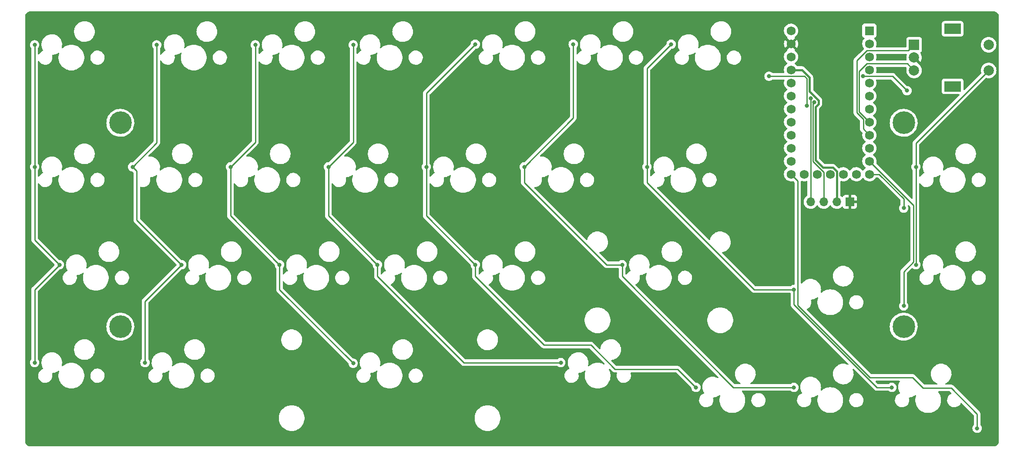
<source format=gtl>
G04 #@! TF.GenerationSoftware,KiCad,Pcbnew,(6.0.7)*
G04 #@! TF.CreationDate,2022-09-20T21:37:39+02:00*
G04 #@! TF.ProjectId,pcb,7063622e-6b69-4636-9164-5f7063625858,rev?*
G04 #@! TF.SameCoordinates,Original*
G04 #@! TF.FileFunction,Copper,L1,Top*
G04 #@! TF.FilePolarity,Positive*
%FSLAX46Y46*%
G04 Gerber Fmt 4.6, Leading zero omitted, Abs format (unit mm)*
G04 Created by KiCad (PCBNEW (6.0.7)) date 2022-09-20 21:37:39*
%MOMM*%
%LPD*%
G01*
G04 APERTURE LIST*
G04 #@! TA.AperFunction,ComponentPad*
%ADD10C,4.400000*%
G04 #@! TD*
G04 #@! TA.AperFunction,ComponentPad*
%ADD11R,2.000000X2.000000*%
G04 #@! TD*
G04 #@! TA.AperFunction,ComponentPad*
%ADD12C,2.000000*%
G04 #@! TD*
G04 #@! TA.AperFunction,ComponentPad*
%ADD13R,3.200000X2.000000*%
G04 #@! TD*
G04 #@! TA.AperFunction,ComponentPad*
%ADD14R,1.700000X1.700000*%
G04 #@! TD*
G04 #@! TA.AperFunction,ComponentPad*
%ADD15O,1.700000X1.700000*%
G04 #@! TD*
G04 #@! TA.AperFunction,ComponentPad*
%ADD16R,1.752600X1.752600*%
G04 #@! TD*
G04 #@! TA.AperFunction,ComponentPad*
%ADD17C,1.752600*%
G04 #@! TD*
G04 #@! TA.AperFunction,ViaPad*
%ADD18C,0.800000*%
G04 #@! TD*
G04 #@! TA.AperFunction,Conductor*
%ADD19C,0.250000*%
G04 #@! TD*
G04 #@! TA.AperFunction,Conductor*
%ADD20C,0.381000*%
G04 #@! TD*
G04 APERTURE END LIST*
D10*
X33337500Y-76200000D03*
X185737500Y-36512500D03*
D11*
X187768750Y-21312500D03*
D12*
X187768750Y-26312500D03*
X187768750Y-23812500D03*
D13*
X195268750Y-29412500D03*
X195268750Y-18212500D03*
D12*
X202268750Y-26312500D03*
X202268750Y-21312500D03*
D10*
X185737500Y-76200000D03*
D14*
X175260000Y-51885750D03*
D15*
X172720000Y-51885750D03*
X170180000Y-51885750D03*
X167640000Y-51885750D03*
D10*
X33337500Y-36512500D03*
D16*
X179070000Y-18573750D03*
D17*
X179070000Y-21113750D03*
X179070000Y-23653750D03*
X179070000Y-26193750D03*
X179070000Y-28733750D03*
X179070000Y-31273750D03*
X179070000Y-33813750D03*
X179070000Y-36353750D03*
X179070000Y-38893750D03*
X179070000Y-41433750D03*
X179070000Y-43973750D03*
X179070000Y-46513750D03*
X163830000Y-46513750D03*
X163830000Y-43973750D03*
X163830000Y-41433750D03*
X163830000Y-38893750D03*
X163830000Y-36353750D03*
X163830000Y-33813750D03*
X163830000Y-31273750D03*
X163830000Y-28733750D03*
X163830000Y-26193750D03*
X163830000Y-23653750D03*
X163830000Y-21113750D03*
X163830000Y-18573750D03*
X176530000Y-46513750D03*
X173990000Y-46513750D03*
X171450000Y-46513750D03*
X168910000Y-46513750D03*
X166370000Y-46513750D03*
D18*
X184400000Y-23800000D03*
X149200000Y-91600000D03*
X168200000Y-72600000D03*
X36000000Y-22000000D03*
X90000000Y-49000000D03*
X47000000Y-20000000D03*
X66000000Y-20000000D03*
X85000000Y-20000000D03*
X128000000Y-20000000D03*
X119000000Y-44000000D03*
X81000000Y-44000000D03*
X78000000Y-49000000D03*
X146000000Y-49000000D03*
X116000000Y-49000000D03*
X103000000Y-49000000D03*
X65000000Y-49000000D03*
X159543750Y-27432000D03*
X166915500Y-33147000D03*
X185737500Y-53093750D03*
X185737500Y-72143750D03*
X200025000Y-95956250D03*
X177831750Y-27432000D03*
X186375000Y-30250000D03*
X97694750Y-21590000D03*
X130714750Y-46990000D03*
X168364500Y-32530481D03*
X167671750Y-31750000D03*
X16668750Y-45085000D03*
X21494750Y-64135000D03*
X16668750Y-21336000D03*
X16668750Y-83185000D03*
X35718750Y-45085000D03*
X40417750Y-21336000D03*
X45243750Y-64135000D03*
X38131750Y-83185000D03*
X59594750Y-21336000D03*
X64293750Y-64135000D03*
X78644750Y-83312000D03*
X54768750Y-45085000D03*
X119030750Y-83185000D03*
X83343750Y-64135000D03*
X73818750Y-45085000D03*
X78644750Y-21336000D03*
X102393750Y-64135000D03*
X92868750Y-45085000D03*
X102393750Y-21209000D03*
X145319750Y-88011000D03*
X121443750Y-21209000D03*
X111918750Y-45085000D03*
X130968750Y-64135000D03*
X164369750Y-88011000D03*
X164369750Y-68961000D03*
X183419750Y-88011000D03*
X135794750Y-45085000D03*
X140493750Y-21209000D03*
X188118750Y-64135000D03*
X188118750Y-45085000D03*
D19*
X166915500Y-27912098D02*
X166915500Y-33147000D01*
X166435402Y-27432000D02*
X166915500Y-27912098D01*
X159543750Y-27432000D02*
X166435402Y-27432000D01*
X185737500Y-53093750D02*
X185737500Y-51276968D01*
X180974282Y-46513750D02*
X179070000Y-46513750D01*
X185737500Y-51276968D02*
X180974282Y-46513750D01*
X187669230Y-63559906D02*
X187669230Y-52572980D01*
X185737500Y-65491636D02*
X187669230Y-63559906D01*
X187669230Y-52572980D02*
X179070000Y-43973750D01*
X185737500Y-72143750D02*
X185737500Y-65491636D01*
X187466453Y-86072979D02*
X189512553Y-88119079D01*
X163830000Y-46513750D02*
X165120479Y-47804229D01*
X200025000Y-93165409D02*
X200025000Y-95956250D01*
X189512553Y-88119079D02*
X194978670Y-88119079D01*
X194978670Y-88119079D02*
X200025000Y-93165409D01*
X179196447Y-86072979D02*
X187466453Y-86072979D01*
X165120479Y-71997011D02*
X179196447Y-86072979D01*
X165120479Y-47804229D02*
X165120479Y-71997011D01*
X177831750Y-27432000D02*
X183557000Y-27432000D01*
X183557000Y-27432000D02*
X186375000Y-30250000D01*
D20*
X167430520Y-27698770D02*
X165925500Y-26193750D01*
X169154511Y-32115516D02*
X167430520Y-30391524D01*
X169154511Y-32857715D02*
X169154511Y-32115516D01*
X168604540Y-43781738D02*
X168604540Y-33401000D01*
X165925500Y-26193750D02*
X163830000Y-26193750D01*
X167430520Y-30391524D02*
X167430520Y-27698770D01*
X168604540Y-33401000D02*
X168611226Y-33401000D01*
X172720000Y-51885750D02*
X172720000Y-45992915D01*
X172720000Y-45992915D02*
X171939085Y-45212000D01*
X170034802Y-45212000D02*
X168604540Y-43781738D01*
X171939085Y-45212000D02*
X170034802Y-45212000D01*
X168611226Y-33401000D02*
X169154511Y-32857715D01*
D19*
X168089520Y-32805461D02*
X168364500Y-32530481D01*
X170180000Y-46085546D02*
X168089520Y-43995066D01*
X168089520Y-43995066D02*
X168089520Y-34544000D01*
X168089520Y-34544000D02*
X168089520Y-32805461D01*
X170180000Y-51885750D02*
X170180000Y-46085546D01*
X167640000Y-51885750D02*
X167640000Y-31781750D01*
X167640000Y-31781750D02*
X167671750Y-31750000D01*
X16668750Y-21336000D02*
X16668750Y-45085000D01*
X16668750Y-59309000D02*
X21494750Y-64135000D01*
X16668750Y-83185000D02*
X16668750Y-68961000D01*
X16668750Y-68961000D02*
X21494750Y-64135000D01*
X16668750Y-45085000D02*
X16668750Y-59309000D01*
X38131750Y-71247000D02*
X45243750Y-64135000D01*
X40417750Y-21336000D02*
X40417750Y-40386000D01*
X36532979Y-45899229D02*
X35718750Y-45085000D01*
X45243750Y-64135000D02*
X36532979Y-55424229D01*
X40417750Y-40386000D02*
X35718750Y-45085000D01*
X38131750Y-83185000D02*
X38131750Y-71247000D01*
X36532979Y-55424229D02*
X36532979Y-45899229D01*
X59594750Y-40259000D02*
X54768750Y-45085000D01*
X78644750Y-83312000D02*
X64293750Y-68961000D01*
X59594750Y-21336000D02*
X59594750Y-40259000D01*
X64293750Y-68961000D02*
X64293750Y-64135000D01*
X54768750Y-54610000D02*
X54768750Y-45085000D01*
X64293750Y-64135000D02*
X54768750Y-54610000D01*
X100150409Y-83185000D02*
X119030750Y-83185000D01*
X83343750Y-66378341D02*
X100150409Y-83185000D01*
X78644750Y-21336000D02*
X78644750Y-40259000D01*
X73818750Y-45085000D02*
X73818750Y-54610000D01*
X78644750Y-40259000D02*
X73818750Y-45085000D01*
X83343750Y-64135000D02*
X83343750Y-66378341D01*
X73818750Y-54610000D02*
X83343750Y-64135000D01*
X102393750Y-64135000D02*
X92868750Y-54610000D01*
X124872750Y-79756000D02*
X129592229Y-84475479D01*
X129592229Y-84475479D02*
X141784229Y-84475479D01*
X92868750Y-45085000D02*
X92868750Y-30734000D01*
X102393750Y-64135000D02*
X102393750Y-66378341D01*
X115771409Y-79756000D02*
X124872750Y-79756000D01*
X141784229Y-84475479D02*
X145319750Y-88011000D01*
X102393750Y-66378341D02*
X115771409Y-79756000D01*
X92868750Y-30734000D02*
X102393750Y-21209000D01*
X92868750Y-54610000D02*
X92868750Y-45085000D01*
X130968750Y-64135000D02*
X127934585Y-64135000D01*
X121443750Y-35560000D02*
X111918750Y-45085000D01*
X130968750Y-64135000D02*
X130968750Y-66378341D01*
X121443750Y-21209000D02*
X121443750Y-35560000D01*
X130968750Y-66378341D02*
X152601409Y-88011000D01*
X111918750Y-48119165D02*
X111918750Y-45085000D01*
X127934585Y-64135000D02*
X111918750Y-48119165D01*
X152601409Y-88011000D02*
X164369750Y-88011000D01*
X164369750Y-71882000D02*
X180498750Y-88011000D01*
X180498750Y-88011000D02*
X183419750Y-88011000D01*
X135794750Y-25908000D02*
X140493750Y-21209000D01*
X164369750Y-68961000D02*
X164369750Y-71882000D01*
X156636585Y-68961000D02*
X135794750Y-48119165D01*
X135794750Y-48119165D02*
X135794750Y-45085000D01*
X135794750Y-45085000D02*
X135794750Y-25908000D01*
X164369750Y-68961000D02*
X156636585Y-68961000D01*
X188118750Y-40462500D02*
X202268750Y-26312500D01*
X188118750Y-64135000D02*
X188118750Y-45085000D01*
X188118750Y-45085000D02*
X188118750Y-40462500D01*
X178572607Y-22452939D02*
X176620230Y-24405316D01*
X176620230Y-34539698D02*
X177869189Y-35788657D01*
X176620230Y-24405316D02*
X176620230Y-34539698D01*
X187768750Y-21312500D02*
X186628311Y-22452939D01*
X177869189Y-37692939D02*
X179070000Y-38893750D01*
X177869189Y-35788657D02*
X177869189Y-37692939D01*
X186628311Y-22452939D02*
X178572607Y-22452939D01*
X186449189Y-24992939D02*
X178572607Y-24992939D01*
X187768750Y-26312500D02*
X186449189Y-24992939D01*
X177069750Y-34353500D02*
X179070000Y-36353750D01*
X177069750Y-26495796D02*
X177069750Y-34353500D01*
X178572607Y-24992939D02*
X177069750Y-26495796D01*
G04 #@! TA.AperFunction,Conductor*
G36*
X203170018Y-14797500D02*
G01*
X203184851Y-14799810D01*
X203184855Y-14799810D01*
X203193724Y-14801191D01*
X203206397Y-14799534D01*
X203233707Y-14798949D01*
X203376385Y-14811431D01*
X203398013Y-14815245D01*
X203558393Y-14858219D01*
X203579029Y-14865730D01*
X203719278Y-14931129D01*
X203729513Y-14935902D01*
X203748533Y-14946884D01*
X203884539Y-15042116D01*
X203901364Y-15056234D01*
X204018766Y-15173636D01*
X204032884Y-15190461D01*
X204128116Y-15326467D01*
X204139098Y-15345487D01*
X204209269Y-15495968D01*
X204216781Y-15516607D01*
X204259755Y-15676987D01*
X204263569Y-15698617D01*
X204275447Y-15834392D01*
X204274894Y-15850871D01*
X204275300Y-15850876D01*
X204275190Y-15859853D01*
X204273809Y-15868724D01*
X204274973Y-15877626D01*
X204274973Y-15877628D01*
X204277936Y-15900283D01*
X204279000Y-15916621D01*
X204279000Y-98375633D01*
X204277500Y-98395018D01*
X204275190Y-98409851D01*
X204275190Y-98409855D01*
X204273809Y-98418724D01*
X204275466Y-98431397D01*
X204276051Y-98458711D01*
X204263569Y-98601383D01*
X204259755Y-98623013D01*
X204216781Y-98783393D01*
X204209269Y-98804032D01*
X204139098Y-98954513D01*
X204128116Y-98973533D01*
X204032884Y-99109539D01*
X204018766Y-99126364D01*
X203901364Y-99243766D01*
X203884539Y-99257884D01*
X203748533Y-99353116D01*
X203729513Y-99364098D01*
X203579029Y-99434270D01*
X203558393Y-99441781D01*
X203398013Y-99484755D01*
X203376385Y-99488569D01*
X203330433Y-99492589D01*
X203240608Y-99500447D01*
X203224129Y-99499894D01*
X203224124Y-99500300D01*
X203215147Y-99500190D01*
X203206276Y-99498809D01*
X203197374Y-99499973D01*
X203197372Y-99499973D01*
X203183548Y-99501781D01*
X203174714Y-99502936D01*
X203158379Y-99504000D01*
X15924367Y-99504000D01*
X15904982Y-99502500D01*
X15890149Y-99500190D01*
X15890145Y-99500190D01*
X15881276Y-99498809D01*
X15868603Y-99500466D01*
X15841293Y-99501051D01*
X15698615Y-99488569D01*
X15676987Y-99484755D01*
X15516607Y-99441781D01*
X15495971Y-99434270D01*
X15345487Y-99364098D01*
X15326467Y-99353116D01*
X15190461Y-99257884D01*
X15173636Y-99243766D01*
X15056234Y-99126364D01*
X15042116Y-99109539D01*
X14946884Y-98973533D01*
X14935902Y-98954513D01*
X14865731Y-98804032D01*
X14858219Y-98783393D01*
X14815245Y-98623013D01*
X14811431Y-98601383D01*
X14799849Y-98468994D01*
X14799874Y-98446760D01*
X14800270Y-98442342D01*
X14801076Y-98437552D01*
X14801229Y-98425000D01*
X14797273Y-98397376D01*
X14796000Y-98379514D01*
X14796000Y-94137438D01*
X64172600Y-94137438D01*
X64212064Y-94449830D01*
X64290370Y-94754813D01*
X64406284Y-95047577D01*
X64408186Y-95051036D01*
X64408187Y-95051039D01*
X64546205Y-95302092D01*
X64557976Y-95323504D01*
X64743055Y-95578244D01*
X64958602Y-95807778D01*
X65201218Y-96008487D01*
X65467076Y-96177206D01*
X65470655Y-96178890D01*
X65470662Y-96178894D01*
X65748394Y-96309584D01*
X65748398Y-96309586D01*
X65751984Y-96311273D01*
X66051448Y-96408575D01*
X66360746Y-96467577D01*
X66454300Y-96473463D01*
X66594358Y-96482275D01*
X66594374Y-96482276D01*
X66596353Y-96482400D01*
X66753647Y-96482400D01*
X66755626Y-96482276D01*
X66755642Y-96482275D01*
X66895700Y-96473463D01*
X66989254Y-96467577D01*
X67298552Y-96408575D01*
X67598016Y-96311273D01*
X67601602Y-96309586D01*
X67601606Y-96309584D01*
X67879338Y-96178894D01*
X67879345Y-96178890D01*
X67882924Y-96177206D01*
X68148782Y-96008487D01*
X68391398Y-95807778D01*
X68606945Y-95578244D01*
X68792024Y-95323504D01*
X68803796Y-95302092D01*
X68941813Y-95051039D01*
X68941814Y-95051036D01*
X68943716Y-95047577D01*
X69059630Y-94754813D01*
X69137936Y-94449830D01*
X69177400Y-94137438D01*
X102272600Y-94137438D01*
X102312064Y-94449830D01*
X102390370Y-94754813D01*
X102506284Y-95047577D01*
X102508186Y-95051036D01*
X102508187Y-95051039D01*
X102646205Y-95302092D01*
X102657976Y-95323504D01*
X102843055Y-95578244D01*
X103058602Y-95807778D01*
X103301218Y-96008487D01*
X103567076Y-96177206D01*
X103570655Y-96178890D01*
X103570662Y-96178894D01*
X103848394Y-96309584D01*
X103848398Y-96309586D01*
X103851984Y-96311273D01*
X104151448Y-96408575D01*
X104460746Y-96467577D01*
X104554300Y-96473463D01*
X104694358Y-96482275D01*
X104694374Y-96482276D01*
X104696353Y-96482400D01*
X104853647Y-96482400D01*
X104855626Y-96482276D01*
X104855642Y-96482275D01*
X104995700Y-96473463D01*
X105089254Y-96467577D01*
X105398552Y-96408575D01*
X105698016Y-96311273D01*
X105701602Y-96309586D01*
X105701606Y-96309584D01*
X105979338Y-96178894D01*
X105979345Y-96178890D01*
X105982924Y-96177206D01*
X106248782Y-96008487D01*
X106491398Y-95807778D01*
X106706945Y-95578244D01*
X106892024Y-95323504D01*
X106903796Y-95302092D01*
X107041813Y-95051039D01*
X107041814Y-95051036D01*
X107043716Y-95047577D01*
X107159630Y-94754813D01*
X107237936Y-94449830D01*
X107277400Y-94137438D01*
X107277400Y-93822562D01*
X107237936Y-93510170D01*
X107159630Y-93205187D01*
X107043716Y-92912423D01*
X107017736Y-92865165D01*
X106893933Y-92639968D01*
X106893931Y-92639965D01*
X106892024Y-92636496D01*
X106706945Y-92381756D01*
X106491398Y-92152222D01*
X106248782Y-91951513D01*
X105982924Y-91782794D01*
X105979345Y-91781110D01*
X105979338Y-91781106D01*
X105701606Y-91650416D01*
X105701602Y-91650414D01*
X105698016Y-91648727D01*
X105654052Y-91634442D01*
X105463697Y-91572592D01*
X105398552Y-91551425D01*
X105089254Y-91492423D01*
X104992249Y-91486320D01*
X104855642Y-91477725D01*
X104855626Y-91477724D01*
X104853647Y-91477600D01*
X104696353Y-91477600D01*
X104694374Y-91477724D01*
X104694358Y-91477725D01*
X104557751Y-91486320D01*
X104460746Y-91492423D01*
X104151448Y-91551425D01*
X104086303Y-91572592D01*
X103895949Y-91634442D01*
X103851984Y-91648727D01*
X103848398Y-91650414D01*
X103848394Y-91650416D01*
X103570662Y-91781106D01*
X103570655Y-91781110D01*
X103567076Y-91782794D01*
X103301218Y-91951513D01*
X103058602Y-92152222D01*
X102843055Y-92381756D01*
X102657976Y-92636496D01*
X102656069Y-92639965D01*
X102656067Y-92639968D01*
X102532264Y-92865165D01*
X102506284Y-92912423D01*
X102390370Y-93205187D01*
X102312064Y-93510170D01*
X102272600Y-93822562D01*
X102272600Y-94137438D01*
X69177400Y-94137438D01*
X69177400Y-93822562D01*
X69137936Y-93510170D01*
X69059630Y-93205187D01*
X68943716Y-92912423D01*
X68917736Y-92865165D01*
X68793933Y-92639968D01*
X68793931Y-92639965D01*
X68792024Y-92636496D01*
X68606945Y-92381756D01*
X68391398Y-92152222D01*
X68148782Y-91951513D01*
X67882924Y-91782794D01*
X67879345Y-91781110D01*
X67879338Y-91781106D01*
X67601606Y-91650416D01*
X67601602Y-91650414D01*
X67598016Y-91648727D01*
X67554052Y-91634442D01*
X67363697Y-91572592D01*
X67298552Y-91551425D01*
X66989254Y-91492423D01*
X66892249Y-91486320D01*
X66755642Y-91477725D01*
X66755626Y-91477724D01*
X66753647Y-91477600D01*
X66596353Y-91477600D01*
X66594374Y-91477724D01*
X66594358Y-91477725D01*
X66457751Y-91486320D01*
X66360746Y-91492423D01*
X66051448Y-91551425D01*
X65986303Y-91572592D01*
X65795949Y-91634442D01*
X65751984Y-91648727D01*
X65748398Y-91650414D01*
X65748394Y-91650416D01*
X65470662Y-91781106D01*
X65470655Y-91781110D01*
X65467076Y-91782794D01*
X65201218Y-91951513D01*
X64958602Y-92152222D01*
X64743055Y-92381756D01*
X64557976Y-92636496D01*
X64556069Y-92639965D01*
X64556067Y-92639968D01*
X64432264Y-92865165D01*
X64406284Y-92912423D01*
X64290370Y-93205187D01*
X64212064Y-93510170D01*
X64172600Y-93822562D01*
X64172600Y-94137438D01*
X14796000Y-94137438D01*
X14796000Y-85659593D01*
X17345539Y-85659593D01*
X17354348Y-85894216D01*
X17355443Y-85899434D01*
X17382771Y-86029676D01*
X17402562Y-86124001D01*
X17488802Y-86342377D01*
X17491571Y-86346940D01*
X17606810Y-86536847D01*
X17610604Y-86543100D01*
X17764485Y-86720432D01*
X17768617Y-86723820D01*
X17941916Y-86865917D01*
X17941922Y-86865921D01*
X17946044Y-86869301D01*
X17950680Y-86871940D01*
X17950683Y-86871942D01*
X17992032Y-86895479D01*
X18150090Y-86985451D01*
X18370789Y-87065561D01*
X18376038Y-87066510D01*
X18376041Y-87066511D01*
X18457115Y-87081171D01*
X18601830Y-87107340D01*
X18605969Y-87107535D01*
X18605976Y-87107536D01*
X18624940Y-87108430D01*
X18624949Y-87108430D01*
X18626429Y-87108500D01*
X18791450Y-87108500D01*
X18872799Y-87101597D01*
X18961137Y-87094102D01*
X18961141Y-87094101D01*
X18966448Y-87093651D01*
X18971603Y-87092313D01*
X18971609Y-87092312D01*
X19178125Y-87038711D01*
X19193706Y-87034667D01*
X19198572Y-87032475D01*
X19198575Y-87032474D01*
X19402917Y-86940424D01*
X19402920Y-86940423D01*
X19407778Y-86938234D01*
X19602541Y-86807112D01*
X19772427Y-86645049D01*
X19912578Y-86456679D01*
X19932322Y-86417847D01*
X20016569Y-86252144D01*
X20016569Y-86252143D01*
X20018987Y-86247388D01*
X20088611Y-86023160D01*
X20106226Y-85890264D01*
X20118761Y-85795690D01*
X20118761Y-85795687D01*
X20119461Y-85790407D01*
X20110652Y-85555784D01*
X20090512Y-85459798D01*
X20064873Y-85337602D01*
X20070460Y-85266826D01*
X20113425Y-85210305D01*
X20179398Y-85186035D01*
X20212855Y-85183696D01*
X20278328Y-85179118D01*
X20278334Y-85179117D01*
X20282712Y-85178811D01*
X20557470Y-85120409D01*
X20561599Y-85118906D01*
X20561603Y-85118905D01*
X20817281Y-85025846D01*
X20817285Y-85025844D01*
X20821426Y-85024337D01*
X21069442Y-84892464D01*
X21083161Y-84882497D01*
X21253827Y-84758501D01*
X21320695Y-84734642D01*
X21389847Y-84750723D01*
X21439327Y-84801637D01*
X21453426Y-84871220D01*
X21445040Y-84906820D01*
X21427870Y-84950187D01*
X21349564Y-85255170D01*
X21310100Y-85567562D01*
X21310100Y-85882438D01*
X21349564Y-86194830D01*
X21427870Y-86499813D01*
X21543784Y-86792577D01*
X21545686Y-86796036D01*
X21545687Y-86796039D01*
X21691389Y-87061069D01*
X21695476Y-87068504D01*
X21724371Y-87108275D01*
X21864172Y-87300694D01*
X21880555Y-87323244D01*
X22096102Y-87552778D01*
X22338718Y-87753487D01*
X22604576Y-87922206D01*
X22608155Y-87923890D01*
X22608162Y-87923894D01*
X22885894Y-88054584D01*
X22885898Y-88054586D01*
X22889484Y-88056273D01*
X23188948Y-88153575D01*
X23498246Y-88212577D01*
X23591800Y-88218463D01*
X23731858Y-88227275D01*
X23731874Y-88227276D01*
X23733853Y-88227400D01*
X23891147Y-88227400D01*
X23893126Y-88227276D01*
X23893142Y-88227275D01*
X24033200Y-88218463D01*
X24126754Y-88212577D01*
X24436052Y-88153575D01*
X24735516Y-88056273D01*
X24739102Y-88054586D01*
X24739106Y-88054584D01*
X25016838Y-87923894D01*
X25016845Y-87923890D01*
X25020424Y-87922206D01*
X25286282Y-87753487D01*
X25528898Y-87552778D01*
X25744445Y-87323244D01*
X25760829Y-87300694D01*
X25900629Y-87108275D01*
X25929524Y-87068504D01*
X25933612Y-87061069D01*
X26079313Y-86796039D01*
X26079314Y-86796036D01*
X26081216Y-86792577D01*
X26197130Y-86499813D01*
X26275436Y-86194830D01*
X26314900Y-85882438D01*
X26314900Y-85659593D01*
X27505539Y-85659593D01*
X27514348Y-85894216D01*
X27515443Y-85899434D01*
X27542771Y-86029676D01*
X27562562Y-86124001D01*
X27648802Y-86342377D01*
X27651571Y-86346940D01*
X27766810Y-86536847D01*
X27770604Y-86543100D01*
X27924485Y-86720432D01*
X27928617Y-86723820D01*
X28101916Y-86865917D01*
X28101922Y-86865921D01*
X28106044Y-86869301D01*
X28110680Y-86871940D01*
X28110683Y-86871942D01*
X28152032Y-86895479D01*
X28310090Y-86985451D01*
X28530789Y-87065561D01*
X28536038Y-87066510D01*
X28536041Y-87066511D01*
X28617115Y-87081171D01*
X28761830Y-87107340D01*
X28765969Y-87107535D01*
X28765976Y-87107536D01*
X28784940Y-87108430D01*
X28784949Y-87108430D01*
X28786429Y-87108500D01*
X28951450Y-87108500D01*
X29032799Y-87101597D01*
X29121137Y-87094102D01*
X29121141Y-87094101D01*
X29126448Y-87093651D01*
X29131603Y-87092313D01*
X29131609Y-87092312D01*
X29338125Y-87038711D01*
X29353706Y-87034667D01*
X29358572Y-87032475D01*
X29358575Y-87032474D01*
X29562917Y-86940424D01*
X29562920Y-86940423D01*
X29567778Y-86938234D01*
X29762541Y-86807112D01*
X29932427Y-86645049D01*
X30072578Y-86456679D01*
X30092322Y-86417847D01*
X30176569Y-86252144D01*
X30176569Y-86252143D01*
X30178987Y-86247388D01*
X30248611Y-86023160D01*
X30266226Y-85890264D01*
X30278761Y-85795690D01*
X30278761Y-85795687D01*
X30279461Y-85790407D01*
X30274550Y-85659593D01*
X38776789Y-85659593D01*
X38785598Y-85894216D01*
X38786693Y-85899434D01*
X38814021Y-86029676D01*
X38833812Y-86124001D01*
X38920052Y-86342377D01*
X38922821Y-86346940D01*
X39038060Y-86536847D01*
X39041854Y-86543100D01*
X39195735Y-86720432D01*
X39199867Y-86723820D01*
X39373166Y-86865917D01*
X39373172Y-86865921D01*
X39377294Y-86869301D01*
X39381930Y-86871940D01*
X39381933Y-86871942D01*
X39423282Y-86895479D01*
X39581340Y-86985451D01*
X39802039Y-87065561D01*
X39807288Y-87066510D01*
X39807291Y-87066511D01*
X39888365Y-87081171D01*
X40033080Y-87107340D01*
X40037219Y-87107535D01*
X40037226Y-87107536D01*
X40056190Y-87108430D01*
X40056199Y-87108430D01*
X40057679Y-87108500D01*
X40222700Y-87108500D01*
X40304049Y-87101597D01*
X40392387Y-87094102D01*
X40392391Y-87094101D01*
X40397698Y-87093651D01*
X40402853Y-87092313D01*
X40402859Y-87092312D01*
X40609375Y-87038711D01*
X40624956Y-87034667D01*
X40629822Y-87032475D01*
X40629825Y-87032474D01*
X40834167Y-86940424D01*
X40834170Y-86940423D01*
X40839028Y-86938234D01*
X41033791Y-86807112D01*
X41203677Y-86645049D01*
X41343828Y-86456679D01*
X41363572Y-86417847D01*
X41447819Y-86252144D01*
X41447819Y-86252143D01*
X41450237Y-86247388D01*
X41519861Y-86023160D01*
X41537476Y-85890264D01*
X41550011Y-85795690D01*
X41550011Y-85795687D01*
X41550711Y-85790407D01*
X41541902Y-85555784D01*
X41521762Y-85459798D01*
X41496123Y-85337602D01*
X41501710Y-85266826D01*
X41544675Y-85210305D01*
X41610648Y-85186035D01*
X41644105Y-85183696D01*
X41709578Y-85179118D01*
X41709584Y-85179117D01*
X41713962Y-85178811D01*
X41988720Y-85120409D01*
X41992849Y-85118906D01*
X41992853Y-85118905D01*
X42248531Y-85025846D01*
X42248535Y-85025844D01*
X42252676Y-85024337D01*
X42500692Y-84892464D01*
X42514411Y-84882497D01*
X42685077Y-84758501D01*
X42751945Y-84734642D01*
X42821097Y-84750723D01*
X42870577Y-84801637D01*
X42884676Y-84871220D01*
X42876290Y-84906820D01*
X42859120Y-84950187D01*
X42780814Y-85255170D01*
X42741350Y-85567562D01*
X42741350Y-85882438D01*
X42780814Y-86194830D01*
X42859120Y-86499813D01*
X42975034Y-86792577D01*
X42976936Y-86796036D01*
X42976937Y-86796039D01*
X43122639Y-87061069D01*
X43126726Y-87068504D01*
X43155621Y-87108275D01*
X43295422Y-87300694D01*
X43311805Y-87323244D01*
X43527352Y-87552778D01*
X43769968Y-87753487D01*
X44035826Y-87922206D01*
X44039405Y-87923890D01*
X44039412Y-87923894D01*
X44317144Y-88054584D01*
X44317148Y-88054586D01*
X44320734Y-88056273D01*
X44620198Y-88153575D01*
X44929496Y-88212577D01*
X45023050Y-88218463D01*
X45163108Y-88227275D01*
X45163124Y-88227276D01*
X45165103Y-88227400D01*
X45322397Y-88227400D01*
X45324376Y-88227276D01*
X45324392Y-88227275D01*
X45464450Y-88218463D01*
X45558004Y-88212577D01*
X45867302Y-88153575D01*
X46166766Y-88056273D01*
X46170352Y-88054586D01*
X46170356Y-88054584D01*
X46448088Y-87923894D01*
X46448095Y-87923890D01*
X46451674Y-87922206D01*
X46717532Y-87753487D01*
X46960148Y-87552778D01*
X47175695Y-87323244D01*
X47192079Y-87300694D01*
X47331879Y-87108275D01*
X47360774Y-87068504D01*
X47364862Y-87061069D01*
X47510563Y-86796039D01*
X47510564Y-86796036D01*
X47512466Y-86792577D01*
X47628380Y-86499813D01*
X47706686Y-86194830D01*
X47746150Y-85882438D01*
X47746150Y-85659593D01*
X48936789Y-85659593D01*
X48945598Y-85894216D01*
X48946693Y-85899434D01*
X48974021Y-86029676D01*
X48993812Y-86124001D01*
X49080052Y-86342377D01*
X49082821Y-86346940D01*
X49198060Y-86536847D01*
X49201854Y-86543100D01*
X49355735Y-86720432D01*
X49359867Y-86723820D01*
X49533166Y-86865917D01*
X49533172Y-86865921D01*
X49537294Y-86869301D01*
X49541930Y-86871940D01*
X49541933Y-86871942D01*
X49583282Y-86895479D01*
X49741340Y-86985451D01*
X49962039Y-87065561D01*
X49967288Y-87066510D01*
X49967291Y-87066511D01*
X50048365Y-87081171D01*
X50193080Y-87107340D01*
X50197219Y-87107535D01*
X50197226Y-87107536D01*
X50216190Y-87108430D01*
X50216199Y-87108430D01*
X50217679Y-87108500D01*
X50382700Y-87108500D01*
X50464049Y-87101597D01*
X50552387Y-87094102D01*
X50552391Y-87094101D01*
X50557698Y-87093651D01*
X50562853Y-87092313D01*
X50562859Y-87092312D01*
X50769375Y-87038711D01*
X50784956Y-87034667D01*
X50789822Y-87032475D01*
X50789825Y-87032474D01*
X50994167Y-86940424D01*
X50994170Y-86940423D01*
X50999028Y-86938234D01*
X51193791Y-86807112D01*
X51363677Y-86645049D01*
X51503828Y-86456679D01*
X51523572Y-86417847D01*
X51607819Y-86252144D01*
X51607819Y-86252143D01*
X51610237Y-86247388D01*
X51679861Y-86023160D01*
X51697476Y-85890264D01*
X51710011Y-85795690D01*
X51710011Y-85795687D01*
X51710711Y-85790407D01*
X51705800Y-85659593D01*
X79258039Y-85659593D01*
X79266848Y-85894216D01*
X79267943Y-85899434D01*
X79295271Y-86029676D01*
X79315062Y-86124001D01*
X79401302Y-86342377D01*
X79404071Y-86346940D01*
X79519310Y-86536847D01*
X79523104Y-86543100D01*
X79676985Y-86720432D01*
X79681117Y-86723820D01*
X79854416Y-86865917D01*
X79854422Y-86865921D01*
X79858544Y-86869301D01*
X79863180Y-86871940D01*
X79863183Y-86871942D01*
X79904532Y-86895479D01*
X80062590Y-86985451D01*
X80283289Y-87065561D01*
X80288538Y-87066510D01*
X80288541Y-87066511D01*
X80369615Y-87081171D01*
X80514330Y-87107340D01*
X80518469Y-87107535D01*
X80518476Y-87107536D01*
X80537440Y-87108430D01*
X80537449Y-87108430D01*
X80538929Y-87108500D01*
X80703950Y-87108500D01*
X80785299Y-87101597D01*
X80873637Y-87094102D01*
X80873641Y-87094101D01*
X80878948Y-87093651D01*
X80884103Y-87092313D01*
X80884109Y-87092312D01*
X81090625Y-87038711D01*
X81106206Y-87034667D01*
X81111072Y-87032475D01*
X81111075Y-87032474D01*
X81315417Y-86940424D01*
X81315420Y-86940423D01*
X81320278Y-86938234D01*
X81515041Y-86807112D01*
X81684927Y-86645049D01*
X81825078Y-86456679D01*
X81844822Y-86417847D01*
X81929069Y-86252144D01*
X81929069Y-86252143D01*
X81931487Y-86247388D01*
X82001111Y-86023160D01*
X82018726Y-85890264D01*
X82031261Y-85795690D01*
X82031261Y-85795687D01*
X82031961Y-85790407D01*
X82023152Y-85555784D01*
X82003012Y-85459798D01*
X81977373Y-85337602D01*
X81982960Y-85266826D01*
X82025925Y-85210305D01*
X82091898Y-85186035D01*
X82125355Y-85183696D01*
X82190828Y-85179118D01*
X82190834Y-85179117D01*
X82195212Y-85178811D01*
X82469970Y-85120409D01*
X82474099Y-85118906D01*
X82474103Y-85118905D01*
X82729781Y-85025846D01*
X82729785Y-85025844D01*
X82733926Y-85024337D01*
X82981942Y-84892464D01*
X82995661Y-84882497D01*
X83166327Y-84758501D01*
X83233195Y-84734642D01*
X83302347Y-84750723D01*
X83351827Y-84801637D01*
X83365926Y-84871220D01*
X83357540Y-84906820D01*
X83340370Y-84950187D01*
X83262064Y-85255170D01*
X83222600Y-85567562D01*
X83222600Y-85882438D01*
X83262064Y-86194830D01*
X83340370Y-86499813D01*
X83456284Y-86792577D01*
X83458186Y-86796036D01*
X83458187Y-86796039D01*
X83603889Y-87061069D01*
X83607976Y-87068504D01*
X83636871Y-87108275D01*
X83776672Y-87300694D01*
X83793055Y-87323244D01*
X84008602Y-87552778D01*
X84251218Y-87753487D01*
X84517076Y-87922206D01*
X84520655Y-87923890D01*
X84520662Y-87923894D01*
X84798394Y-88054584D01*
X84798398Y-88054586D01*
X84801984Y-88056273D01*
X85101448Y-88153575D01*
X85410746Y-88212577D01*
X85504300Y-88218463D01*
X85644358Y-88227275D01*
X85644374Y-88227276D01*
X85646353Y-88227400D01*
X85803647Y-88227400D01*
X85805626Y-88227276D01*
X85805642Y-88227275D01*
X85945700Y-88218463D01*
X86039254Y-88212577D01*
X86348552Y-88153575D01*
X86648016Y-88056273D01*
X86651602Y-88054586D01*
X86651606Y-88054584D01*
X86929338Y-87923894D01*
X86929345Y-87923890D01*
X86932924Y-87922206D01*
X87198782Y-87753487D01*
X87441398Y-87552778D01*
X87656945Y-87323244D01*
X87673329Y-87300694D01*
X87813129Y-87108275D01*
X87842024Y-87068504D01*
X87846112Y-87061069D01*
X87991813Y-86796039D01*
X87991814Y-86796036D01*
X87993716Y-86792577D01*
X88109630Y-86499813D01*
X88187936Y-86194830D01*
X88227400Y-85882438D01*
X88227400Y-85659593D01*
X89418039Y-85659593D01*
X89426848Y-85894216D01*
X89427943Y-85899434D01*
X89455271Y-86029676D01*
X89475062Y-86124001D01*
X89561302Y-86342377D01*
X89564071Y-86346940D01*
X89679310Y-86536847D01*
X89683104Y-86543100D01*
X89836985Y-86720432D01*
X89841117Y-86723820D01*
X90014416Y-86865917D01*
X90014422Y-86865921D01*
X90018544Y-86869301D01*
X90023180Y-86871940D01*
X90023183Y-86871942D01*
X90064532Y-86895479D01*
X90222590Y-86985451D01*
X90443289Y-87065561D01*
X90448538Y-87066510D01*
X90448541Y-87066511D01*
X90529615Y-87081171D01*
X90674330Y-87107340D01*
X90678469Y-87107535D01*
X90678476Y-87107536D01*
X90697440Y-87108430D01*
X90697449Y-87108430D01*
X90698929Y-87108500D01*
X90863950Y-87108500D01*
X90945299Y-87101597D01*
X91033637Y-87094102D01*
X91033641Y-87094101D01*
X91038948Y-87093651D01*
X91044103Y-87092313D01*
X91044109Y-87092312D01*
X91250625Y-87038711D01*
X91266206Y-87034667D01*
X91271072Y-87032475D01*
X91271075Y-87032474D01*
X91475417Y-86940424D01*
X91475420Y-86940423D01*
X91480278Y-86938234D01*
X91675041Y-86807112D01*
X91844927Y-86645049D01*
X91985078Y-86456679D01*
X92004822Y-86417847D01*
X92089069Y-86252144D01*
X92089069Y-86252143D01*
X92091487Y-86247388D01*
X92161111Y-86023160D01*
X92178726Y-85890264D01*
X92191261Y-85795690D01*
X92191261Y-85795687D01*
X92191961Y-85790407D01*
X92183152Y-85555784D01*
X92158423Y-85437928D01*
X92136035Y-85331226D01*
X92136034Y-85331223D01*
X92134938Y-85325999D01*
X92048698Y-85107623D01*
X91975282Y-84986637D01*
X91929664Y-84911461D01*
X91929662Y-84911458D01*
X91926896Y-84906900D01*
X91773015Y-84729568D01*
X91762938Y-84721306D01*
X91595584Y-84584083D01*
X91595578Y-84584079D01*
X91591456Y-84580699D01*
X91586820Y-84578060D01*
X91586817Y-84578058D01*
X91392053Y-84467192D01*
X91387410Y-84464549D01*
X91166711Y-84384439D01*
X91161462Y-84383490D01*
X91161459Y-84383489D01*
X91080385Y-84368829D01*
X90935670Y-84342660D01*
X90931531Y-84342465D01*
X90931524Y-84342464D01*
X90912560Y-84341570D01*
X90912551Y-84341570D01*
X90911071Y-84341500D01*
X90746050Y-84341500D01*
X90664701Y-84348403D01*
X90576363Y-84355898D01*
X90576359Y-84355899D01*
X90571052Y-84356349D01*
X90565897Y-84357687D01*
X90565891Y-84357688D01*
X90388177Y-84403814D01*
X90343794Y-84415333D01*
X90338928Y-84417525D01*
X90338925Y-84417526D01*
X90134583Y-84509576D01*
X90134580Y-84509577D01*
X90129722Y-84511766D01*
X90125298Y-84514745D01*
X90125297Y-84514745D01*
X90104181Y-84528961D01*
X89934959Y-84642888D01*
X89765073Y-84804951D01*
X89624922Y-84993321D01*
X89622506Y-84998072D01*
X89622504Y-84998076D01*
X89561072Y-85118905D01*
X89518513Y-85202612D01*
X89448889Y-85426840D01*
X89448188Y-85432129D01*
X89422984Y-85622288D01*
X89418039Y-85659593D01*
X88227400Y-85659593D01*
X88227400Y-85567562D01*
X88187936Y-85255170D01*
X88109630Y-84950187D01*
X88102387Y-84931892D01*
X88076981Y-84867726D01*
X87993716Y-84657423D01*
X87987749Y-84646569D01*
X87843933Y-84384968D01*
X87843931Y-84384965D01*
X87842024Y-84381496D01*
X87656945Y-84126756D01*
X87441398Y-83897222D01*
X87198782Y-83696513D01*
X86932924Y-83527794D01*
X86929345Y-83526110D01*
X86929338Y-83526106D01*
X86651606Y-83395416D01*
X86651602Y-83395414D01*
X86648016Y-83393727D01*
X86609481Y-83381206D01*
X86472530Y-83336708D01*
X86348552Y-83296425D01*
X86039254Y-83237423D01*
X85945700Y-83231537D01*
X85805642Y-83222725D01*
X85805626Y-83222724D01*
X85803647Y-83222600D01*
X85646353Y-83222600D01*
X85644374Y-83222724D01*
X85644358Y-83222725D01*
X85504300Y-83231537D01*
X85410746Y-83237423D01*
X85101448Y-83296425D01*
X84977470Y-83336708D01*
X84840520Y-83381206D01*
X84801984Y-83393727D01*
X84798398Y-83395414D01*
X84798394Y-83395416D01*
X84520662Y-83526106D01*
X84520655Y-83526110D01*
X84517076Y-83527794D01*
X84251218Y-83696513D01*
X84073872Y-83843226D01*
X84050413Y-83862633D01*
X83985176Y-83890643D01*
X83915151Y-83878936D01*
X83862571Y-83831229D01*
X83844131Y-83762669D01*
X83847841Y-83735066D01*
X83849165Y-83729758D01*
X83871882Y-83638643D01*
X83896753Y-83538893D01*
X83896754Y-83538888D01*
X83897817Y-83534624D01*
X83898372Y-83529350D01*
X83926719Y-83259636D01*
X83926719Y-83259633D01*
X83927178Y-83255267D01*
X83926555Y-83237423D01*
X83917529Y-82978939D01*
X83917528Y-82978933D01*
X83917375Y-82974542D01*
X83896971Y-82858821D01*
X83881335Y-82770148D01*
X83868598Y-82697913D01*
X83781797Y-82430765D01*
X83778750Y-82424516D01*
X83707226Y-82277872D01*
X83658660Y-82178298D01*
X83656205Y-82174659D01*
X83656202Y-82174653D01*
X83535218Y-81995287D01*
X83501585Y-81945424D01*
X83313629Y-81736678D01*
X83098450Y-81556121D01*
X82860236Y-81407269D01*
X82603625Y-81293018D01*
X82333610Y-81215593D01*
X82329260Y-81214982D01*
X82329257Y-81214981D01*
X82226310Y-81200513D01*
X82055448Y-81176500D01*
X81844854Y-81176500D01*
X81842668Y-81176653D01*
X81842664Y-81176653D01*
X81639173Y-81190882D01*
X81639168Y-81190883D01*
X81634788Y-81191189D01*
X81360030Y-81249591D01*
X81355901Y-81251094D01*
X81355897Y-81251095D01*
X81100219Y-81344154D01*
X81100215Y-81344156D01*
X81096074Y-81345663D01*
X80848058Y-81477536D01*
X80844499Y-81480122D01*
X80844497Y-81480123D01*
X80739895Y-81556121D01*
X80620808Y-81642642D01*
X80617644Y-81645698D01*
X80617641Y-81645700D01*
X80528864Y-81731431D01*
X80418748Y-81837769D01*
X80245812Y-82059118D01*
X80243616Y-82062922D01*
X80243611Y-82062929D01*
X80170278Y-82189947D01*
X80105364Y-82302381D01*
X80000138Y-82562824D01*
X79999073Y-82567097D01*
X79999072Y-82567099D01*
X79941874Y-82796509D01*
X79932183Y-82835376D01*
X79931724Y-82839744D01*
X79931723Y-82839749D01*
X79914709Y-83001635D01*
X79902822Y-83114733D01*
X79902975Y-83119121D01*
X79902975Y-83119127D01*
X79911977Y-83376888D01*
X79912625Y-83395458D01*
X79913387Y-83399781D01*
X79913388Y-83399788D01*
X79937164Y-83534624D01*
X79961402Y-83672087D01*
X80048203Y-83939235D01*
X80050131Y-83943188D01*
X80050133Y-83943193D01*
X80073385Y-83990866D01*
X80171340Y-84191702D01*
X80200492Y-84234921D01*
X80206334Y-84243583D01*
X80227844Y-84311243D01*
X80209360Y-84379791D01*
X80153627Y-84428923D01*
X80078584Y-84462727D01*
X79974583Y-84509576D01*
X79974580Y-84509577D01*
X79969722Y-84511766D01*
X79965298Y-84514745D01*
X79965297Y-84514745D01*
X79944181Y-84528961D01*
X79774959Y-84642888D01*
X79605073Y-84804951D01*
X79464922Y-84993321D01*
X79462506Y-84998072D01*
X79462504Y-84998076D01*
X79401072Y-85118905D01*
X79358513Y-85202612D01*
X79288889Y-85426840D01*
X79288188Y-85432129D01*
X79262984Y-85622288D01*
X79258039Y-85659593D01*
X51705800Y-85659593D01*
X51701902Y-85555784D01*
X51677173Y-85437928D01*
X51654785Y-85331226D01*
X51654784Y-85331223D01*
X51653688Y-85325999D01*
X51567448Y-85107623D01*
X51494032Y-84986637D01*
X51448414Y-84911461D01*
X51448412Y-84911458D01*
X51445646Y-84906900D01*
X51291765Y-84729568D01*
X51281688Y-84721306D01*
X51114334Y-84584083D01*
X51114328Y-84584079D01*
X51110206Y-84580699D01*
X51105570Y-84578060D01*
X51105567Y-84578058D01*
X50910803Y-84467192D01*
X50906160Y-84464549D01*
X50685461Y-84384439D01*
X50680212Y-84383490D01*
X50680209Y-84383489D01*
X50599135Y-84368829D01*
X50454420Y-84342660D01*
X50450281Y-84342465D01*
X50450274Y-84342464D01*
X50431310Y-84341570D01*
X50431301Y-84341570D01*
X50429821Y-84341500D01*
X50264800Y-84341500D01*
X50183451Y-84348403D01*
X50095113Y-84355898D01*
X50095109Y-84355899D01*
X50089802Y-84356349D01*
X50084647Y-84357687D01*
X50084641Y-84357688D01*
X49906927Y-84403814D01*
X49862544Y-84415333D01*
X49857678Y-84417525D01*
X49857675Y-84417526D01*
X49653333Y-84509576D01*
X49653330Y-84509577D01*
X49648472Y-84511766D01*
X49644048Y-84514745D01*
X49644047Y-84514745D01*
X49622931Y-84528961D01*
X49453709Y-84642888D01*
X49283823Y-84804951D01*
X49143672Y-84993321D01*
X49141256Y-84998072D01*
X49141254Y-84998076D01*
X49079822Y-85118905D01*
X49037263Y-85202612D01*
X48967639Y-85426840D01*
X48966938Y-85432129D01*
X48941734Y-85622288D01*
X48936789Y-85659593D01*
X47746150Y-85659593D01*
X47746150Y-85567562D01*
X47706686Y-85255170D01*
X47628380Y-84950187D01*
X47621137Y-84931892D01*
X47595731Y-84867726D01*
X47512466Y-84657423D01*
X47506499Y-84646569D01*
X47362683Y-84384968D01*
X47362681Y-84384965D01*
X47360774Y-84381496D01*
X47175695Y-84126756D01*
X46960148Y-83897222D01*
X46717532Y-83696513D01*
X46451674Y-83527794D01*
X46448095Y-83526110D01*
X46448088Y-83526106D01*
X46170356Y-83395416D01*
X46170352Y-83395414D01*
X46166766Y-83393727D01*
X46128231Y-83381206D01*
X45991280Y-83336708D01*
X45867302Y-83296425D01*
X45558004Y-83237423D01*
X45464450Y-83231537D01*
X45324392Y-83222725D01*
X45324376Y-83222724D01*
X45322397Y-83222600D01*
X45165103Y-83222600D01*
X45163124Y-83222724D01*
X45163108Y-83222725D01*
X45023050Y-83231537D01*
X44929496Y-83237423D01*
X44620198Y-83296425D01*
X44496220Y-83336708D01*
X44359270Y-83381206D01*
X44320734Y-83393727D01*
X44317148Y-83395414D01*
X44317144Y-83395416D01*
X44039412Y-83526106D01*
X44039405Y-83526110D01*
X44035826Y-83527794D01*
X43769968Y-83696513D01*
X43592622Y-83843226D01*
X43569163Y-83862633D01*
X43503926Y-83890643D01*
X43433901Y-83878936D01*
X43381321Y-83831229D01*
X43362881Y-83762669D01*
X43366591Y-83735066D01*
X43367915Y-83729758D01*
X43390632Y-83638643D01*
X43415503Y-83538893D01*
X43415504Y-83538888D01*
X43416567Y-83534624D01*
X43417122Y-83529350D01*
X43445469Y-83259636D01*
X43445469Y-83259633D01*
X43445928Y-83255267D01*
X43445305Y-83237423D01*
X43436279Y-82978939D01*
X43436278Y-82978933D01*
X43436125Y-82974542D01*
X43415721Y-82858821D01*
X43400085Y-82770148D01*
X43387348Y-82697913D01*
X43300547Y-82430765D01*
X43297500Y-82424516D01*
X43225976Y-82277872D01*
X43177410Y-82178298D01*
X43174955Y-82174659D01*
X43174952Y-82174653D01*
X43053968Y-81995287D01*
X43020335Y-81945424D01*
X42832379Y-81736678D01*
X42617200Y-81556121D01*
X42378986Y-81407269D01*
X42122375Y-81293018D01*
X41852360Y-81215593D01*
X41848010Y-81214982D01*
X41848007Y-81214981D01*
X41745060Y-81200513D01*
X41574198Y-81176500D01*
X41363604Y-81176500D01*
X41361418Y-81176653D01*
X41361414Y-81176653D01*
X41157923Y-81190882D01*
X41157918Y-81190883D01*
X41153538Y-81191189D01*
X40878780Y-81249591D01*
X40874651Y-81251094D01*
X40874647Y-81251095D01*
X40618969Y-81344154D01*
X40618965Y-81344156D01*
X40614824Y-81345663D01*
X40366808Y-81477536D01*
X40363249Y-81480122D01*
X40363247Y-81480123D01*
X40258645Y-81556121D01*
X40139558Y-81642642D01*
X40136394Y-81645698D01*
X40136391Y-81645700D01*
X40047615Y-81731431D01*
X39937498Y-81837769D01*
X39764562Y-82059118D01*
X39762366Y-82062922D01*
X39762361Y-82062929D01*
X39689028Y-82189947D01*
X39624114Y-82302381D01*
X39518888Y-82562824D01*
X39517823Y-82567097D01*
X39517822Y-82567099D01*
X39460624Y-82796509D01*
X39450933Y-82835376D01*
X39450474Y-82839744D01*
X39450473Y-82839749D01*
X39433459Y-83001635D01*
X39421572Y-83114733D01*
X39421725Y-83119121D01*
X39421725Y-83119127D01*
X39430727Y-83376888D01*
X39431375Y-83395458D01*
X39432137Y-83399781D01*
X39432138Y-83399788D01*
X39455914Y-83534624D01*
X39480152Y-83672087D01*
X39566953Y-83939235D01*
X39568881Y-83943188D01*
X39568883Y-83943193D01*
X39592135Y-83990866D01*
X39690090Y-84191702D01*
X39719242Y-84234921D01*
X39725084Y-84243583D01*
X39746594Y-84311243D01*
X39728110Y-84379791D01*
X39672377Y-84428923D01*
X39597334Y-84462727D01*
X39493333Y-84509576D01*
X39493330Y-84509577D01*
X39488472Y-84511766D01*
X39484048Y-84514745D01*
X39484047Y-84514745D01*
X39462931Y-84528961D01*
X39293709Y-84642888D01*
X39123823Y-84804951D01*
X38983672Y-84993321D01*
X38981256Y-84998072D01*
X38981254Y-84998076D01*
X38919822Y-85118905D01*
X38877263Y-85202612D01*
X38807639Y-85426840D01*
X38806938Y-85432129D01*
X38781734Y-85622288D01*
X38776789Y-85659593D01*
X30274550Y-85659593D01*
X30270652Y-85555784D01*
X30245923Y-85437928D01*
X30223535Y-85331226D01*
X30223534Y-85331223D01*
X30222438Y-85325999D01*
X30136198Y-85107623D01*
X30062782Y-84986637D01*
X30017164Y-84911461D01*
X30017162Y-84911458D01*
X30014396Y-84906900D01*
X29860515Y-84729568D01*
X29850438Y-84721306D01*
X29683084Y-84584083D01*
X29683078Y-84584079D01*
X29678956Y-84580699D01*
X29674320Y-84578060D01*
X29674317Y-84578058D01*
X29479553Y-84467192D01*
X29474910Y-84464549D01*
X29254211Y-84384439D01*
X29248962Y-84383490D01*
X29248959Y-84383489D01*
X29167885Y-84368829D01*
X29023170Y-84342660D01*
X29019031Y-84342465D01*
X29019024Y-84342464D01*
X29000060Y-84341570D01*
X29000051Y-84341570D01*
X28998571Y-84341500D01*
X28833550Y-84341500D01*
X28752201Y-84348403D01*
X28663863Y-84355898D01*
X28663859Y-84355899D01*
X28658552Y-84356349D01*
X28653397Y-84357687D01*
X28653391Y-84357688D01*
X28475677Y-84403814D01*
X28431294Y-84415333D01*
X28426428Y-84417525D01*
X28426425Y-84417526D01*
X28222083Y-84509576D01*
X28222080Y-84509577D01*
X28217222Y-84511766D01*
X28212798Y-84514745D01*
X28212797Y-84514745D01*
X28191681Y-84528961D01*
X28022459Y-84642888D01*
X27852573Y-84804951D01*
X27712422Y-84993321D01*
X27710006Y-84998072D01*
X27710004Y-84998076D01*
X27648572Y-85118905D01*
X27606013Y-85202612D01*
X27536389Y-85426840D01*
X27535688Y-85432129D01*
X27510484Y-85622288D01*
X27505539Y-85659593D01*
X26314900Y-85659593D01*
X26314900Y-85567562D01*
X26275436Y-85255170D01*
X26197130Y-84950187D01*
X26189887Y-84931892D01*
X26164481Y-84867726D01*
X26081216Y-84657423D01*
X26075249Y-84646569D01*
X25931433Y-84384968D01*
X25931431Y-84384965D01*
X25929524Y-84381496D01*
X25744445Y-84126756D01*
X25528898Y-83897222D01*
X25286282Y-83696513D01*
X25020424Y-83527794D01*
X25016845Y-83526110D01*
X25016838Y-83526106D01*
X24739106Y-83395416D01*
X24739102Y-83395414D01*
X24735516Y-83393727D01*
X24696981Y-83381206D01*
X24560030Y-83336708D01*
X24436052Y-83296425D01*
X24126754Y-83237423D01*
X24033200Y-83231537D01*
X23893142Y-83222725D01*
X23893126Y-83222724D01*
X23891147Y-83222600D01*
X23733853Y-83222600D01*
X23731874Y-83222724D01*
X23731858Y-83222725D01*
X23591800Y-83231537D01*
X23498246Y-83237423D01*
X23188948Y-83296425D01*
X23064970Y-83336708D01*
X22928020Y-83381206D01*
X22889484Y-83393727D01*
X22885898Y-83395414D01*
X22885894Y-83395416D01*
X22608162Y-83526106D01*
X22608155Y-83526110D01*
X22604576Y-83527794D01*
X22338718Y-83696513D01*
X22161372Y-83843226D01*
X22137913Y-83862633D01*
X22072676Y-83890643D01*
X22002651Y-83878936D01*
X21950071Y-83831229D01*
X21931631Y-83762669D01*
X21935341Y-83735066D01*
X21936665Y-83729758D01*
X21959382Y-83638643D01*
X21984253Y-83538893D01*
X21984254Y-83538888D01*
X21985317Y-83534624D01*
X21985872Y-83529350D01*
X22014219Y-83259636D01*
X22014219Y-83259633D01*
X22014678Y-83255267D01*
X22014055Y-83237423D01*
X22005029Y-82978939D01*
X22005028Y-82978933D01*
X22004875Y-82974542D01*
X21984471Y-82858821D01*
X21968835Y-82770148D01*
X21956098Y-82697913D01*
X21869297Y-82430765D01*
X21866250Y-82424516D01*
X21794726Y-82277872D01*
X21746160Y-82178298D01*
X21743705Y-82174659D01*
X21743702Y-82174653D01*
X21622718Y-81995287D01*
X21589085Y-81945424D01*
X21401129Y-81736678D01*
X21185950Y-81556121D01*
X20947736Y-81407269D01*
X20691125Y-81293018D01*
X20421110Y-81215593D01*
X20416760Y-81214982D01*
X20416757Y-81214981D01*
X20313810Y-81200513D01*
X20142948Y-81176500D01*
X19932354Y-81176500D01*
X19930168Y-81176653D01*
X19930164Y-81176653D01*
X19726673Y-81190882D01*
X19726668Y-81190883D01*
X19722288Y-81191189D01*
X19447530Y-81249591D01*
X19443401Y-81251094D01*
X19443397Y-81251095D01*
X19187719Y-81344154D01*
X19187715Y-81344156D01*
X19183574Y-81345663D01*
X18935558Y-81477536D01*
X18931999Y-81480122D01*
X18931997Y-81480123D01*
X18827395Y-81556121D01*
X18708308Y-81642642D01*
X18705144Y-81645698D01*
X18705141Y-81645700D01*
X18616365Y-81731431D01*
X18506248Y-81837769D01*
X18333312Y-82059118D01*
X18331116Y-82062922D01*
X18331111Y-82062929D01*
X18257778Y-82189947D01*
X18192864Y-82302381D01*
X18087638Y-82562824D01*
X18086573Y-82567097D01*
X18086572Y-82567099D01*
X18029374Y-82796509D01*
X18019683Y-82835376D01*
X18019224Y-82839744D01*
X18019223Y-82839749D01*
X18002209Y-83001635D01*
X17990322Y-83114733D01*
X17990475Y-83119121D01*
X17990475Y-83119127D01*
X17999477Y-83376888D01*
X18000125Y-83395458D01*
X18000887Y-83399781D01*
X18000888Y-83399788D01*
X18024664Y-83534624D01*
X18048902Y-83672087D01*
X18135703Y-83939235D01*
X18137631Y-83943188D01*
X18137633Y-83943193D01*
X18160885Y-83990866D01*
X18258840Y-84191702D01*
X18287992Y-84234921D01*
X18293834Y-84243583D01*
X18315344Y-84311243D01*
X18296860Y-84379791D01*
X18241127Y-84428923D01*
X18166084Y-84462727D01*
X18062083Y-84509576D01*
X18062080Y-84509577D01*
X18057222Y-84511766D01*
X18052798Y-84514745D01*
X18052797Y-84514745D01*
X18031681Y-84528961D01*
X17862459Y-84642888D01*
X17692573Y-84804951D01*
X17552422Y-84993321D01*
X17550006Y-84998072D01*
X17550004Y-84998076D01*
X17488572Y-85118905D01*
X17446013Y-85202612D01*
X17376389Y-85426840D01*
X17375688Y-85432129D01*
X17350484Y-85622288D01*
X17345539Y-85659593D01*
X14796000Y-85659593D01*
X14796000Y-83185000D01*
X15755246Y-83185000D01*
X15775208Y-83374928D01*
X15834223Y-83556556D01*
X15929710Y-83721944D01*
X15934128Y-83726851D01*
X15934129Y-83726852D01*
X16049100Y-83854540D01*
X16057497Y-83863866D01*
X16115415Y-83905946D01*
X16195760Y-83964320D01*
X16211998Y-83976118D01*
X16218026Y-83978802D01*
X16218028Y-83978803D01*
X16380431Y-84051109D01*
X16386462Y-84053794D01*
X16479862Y-84073647D01*
X16566806Y-84092128D01*
X16566811Y-84092128D01*
X16573263Y-84093500D01*
X16764237Y-84093500D01*
X16770689Y-84092128D01*
X16770694Y-84092128D01*
X16857638Y-84073647D01*
X16951038Y-84053794D01*
X16957069Y-84051109D01*
X17119472Y-83978803D01*
X17119474Y-83978802D01*
X17125502Y-83976118D01*
X17141741Y-83964320D01*
X17222085Y-83905946D01*
X17280003Y-83863866D01*
X17288400Y-83854540D01*
X17403371Y-83726852D01*
X17403372Y-83726851D01*
X17407790Y-83721944D01*
X17503277Y-83556556D01*
X17562292Y-83374928D01*
X17582254Y-83185000D01*
X17562292Y-82995072D01*
X17503277Y-82813444D01*
X17407790Y-82648056D01*
X17334613Y-82566785D01*
X17303897Y-82502779D01*
X17302250Y-82482476D01*
X17302250Y-80574733D01*
X24340322Y-80574733D01*
X24340475Y-80579121D01*
X24340475Y-80579127D01*
X24347223Y-80772347D01*
X24350125Y-80855458D01*
X24350887Y-80859781D01*
X24350888Y-80859788D01*
X24374664Y-80994624D01*
X24398902Y-81132087D01*
X24485703Y-81399235D01*
X24487631Y-81403188D01*
X24487633Y-81403193D01*
X24489621Y-81407269D01*
X24608840Y-81651702D01*
X24611295Y-81655341D01*
X24611298Y-81655347D01*
X24664253Y-81733856D01*
X24765915Y-81884576D01*
X24953871Y-82093322D01*
X25169050Y-82273879D01*
X25407264Y-82422731D01*
X25540984Y-82482267D01*
X25651558Y-82531498D01*
X25663875Y-82536982D01*
X25933890Y-82614407D01*
X25938240Y-82615018D01*
X25938243Y-82615019D01*
X26039511Y-82629251D01*
X26212052Y-82653500D01*
X26422646Y-82653500D01*
X26424832Y-82653347D01*
X26424836Y-82653347D01*
X26628327Y-82639118D01*
X26628332Y-82639117D01*
X26632712Y-82638811D01*
X26907470Y-82580409D01*
X26911599Y-82578906D01*
X26911603Y-82578905D01*
X27167281Y-82485846D01*
X27167285Y-82485844D01*
X27171426Y-82484337D01*
X27419442Y-82352464D01*
X27423003Y-82349877D01*
X27643129Y-82189947D01*
X27643132Y-82189944D01*
X27646692Y-82187358D01*
X27651982Y-82182250D01*
X27779488Y-82059118D01*
X27848752Y-81992231D01*
X28021688Y-81770882D01*
X28023884Y-81767078D01*
X28023889Y-81767071D01*
X28159935Y-81531431D01*
X28162136Y-81527619D01*
X28267362Y-81267176D01*
X28268428Y-81262901D01*
X28334253Y-80998893D01*
X28334254Y-80998888D01*
X28335317Y-80994624D01*
X28364678Y-80715267D01*
X28364094Y-80698535D01*
X28355029Y-80438939D01*
X28355028Y-80438933D01*
X28354875Y-80434542D01*
X28353441Y-80426405D01*
X28313934Y-80202354D01*
X28306098Y-80157913D01*
X28219297Y-79890765D01*
X28213723Y-79879335D01*
X28152972Y-79754779D01*
X28096160Y-79638298D01*
X28093705Y-79634659D01*
X28093702Y-79634653D01*
X28002242Y-79499058D01*
X27939085Y-79405424D01*
X27751129Y-79196678D01*
X27535950Y-79016121D01*
X27297736Y-78867269D01*
X27041125Y-78753018D01*
X26771110Y-78675593D01*
X26766760Y-78674982D01*
X26766757Y-78674981D01*
X26663810Y-78660513D01*
X26492948Y-78636500D01*
X26282354Y-78636500D01*
X26280168Y-78636653D01*
X26280164Y-78636653D01*
X26076673Y-78650882D01*
X26076668Y-78650883D01*
X26072288Y-78651189D01*
X25797530Y-78709591D01*
X25793401Y-78711094D01*
X25793397Y-78711095D01*
X25537719Y-78804154D01*
X25537715Y-78804156D01*
X25533574Y-78805663D01*
X25285558Y-78937536D01*
X25281999Y-78940122D01*
X25281997Y-78940123D01*
X25064597Y-79098073D01*
X25058308Y-79102642D01*
X25055144Y-79105698D01*
X25055141Y-79105700D01*
X24974469Y-79183604D01*
X24856248Y-79297769D01*
X24772139Y-79405424D01*
X24698985Y-79499058D01*
X24683312Y-79519118D01*
X24681116Y-79522922D01*
X24681111Y-79522929D01*
X24567294Y-79720067D01*
X24542864Y-79762381D01*
X24437638Y-80022824D01*
X24436573Y-80027097D01*
X24436572Y-80027099D01*
X24374413Y-80276407D01*
X24369683Y-80295376D01*
X24369224Y-80299744D01*
X24369223Y-80299749D01*
X24340781Y-80570364D01*
X24340322Y-80574733D01*
X17302250Y-80574733D01*
X17302250Y-76171585D01*
X30624198Y-76171585D01*
X30640436Y-76497759D01*
X30641077Y-76501490D01*
X30641078Y-76501498D01*
X30689444Y-76782970D01*
X30695741Y-76819619D01*
X30696829Y-76823258D01*
X30696830Y-76823261D01*
X30787730Y-77127206D01*
X30789314Y-77132504D01*
X30790827Y-77135975D01*
X30790829Y-77135981D01*
X30845438Y-77261273D01*
X30919797Y-77431881D01*
X30921720Y-77435152D01*
X30921722Y-77435156D01*
X30964084Y-77507215D01*
X31085302Y-77713414D01*
X31087603Y-77716429D01*
X31281131Y-77970012D01*
X31281136Y-77970017D01*
X31283431Y-77973025D01*
X31511314Y-78206953D01*
X31584135Y-78265607D01*
X31762696Y-78409431D01*
X31762701Y-78409435D01*
X31765649Y-78411809D01*
X32042753Y-78584627D01*
X32338612Y-78722903D01*
X32342221Y-78724086D01*
X32621001Y-78815475D01*
X32648940Y-78824634D01*
X32969242Y-78888346D01*
X32973014Y-78888633D01*
X32973022Y-78888634D01*
X33291102Y-78912829D01*
X33291107Y-78912829D01*
X33294879Y-78913116D01*
X33621133Y-78898586D01*
X33680925Y-78888634D01*
X33939537Y-78845590D01*
X33939542Y-78845589D01*
X33943278Y-78844967D01*
X34256649Y-78753034D01*
X34260116Y-78751544D01*
X34260120Y-78751543D01*
X34553221Y-78625616D01*
X34553223Y-78625615D01*
X34556705Y-78624119D01*
X34839101Y-78460091D01*
X35099745Y-78263324D01*
X35334863Y-78036670D01*
X35541049Y-77783410D01*
X35653950Y-77604473D01*
X35713288Y-77510428D01*
X35713290Y-77510425D01*
X35715315Y-77507215D01*
X35757665Y-77417826D01*
X35853509Y-77215522D01*
X35855138Y-77212084D01*
X35856340Y-77208482D01*
X35957290Y-76905897D01*
X35957292Y-76905891D01*
X35958492Y-76902293D01*
X36023881Y-76582329D01*
X36028046Y-76531130D01*
X36042298Y-76355899D01*
X36050356Y-76256826D01*
X36050951Y-76200000D01*
X36049010Y-76167796D01*
X36031526Y-75877793D01*
X36031526Y-75877789D01*
X36031298Y-75874015D01*
X36026150Y-75845824D01*
X35973305Y-75556473D01*
X35973304Y-75556469D01*
X35972625Y-75552751D01*
X35965222Y-75528907D01*
X35876904Y-75244477D01*
X35875782Y-75240863D01*
X35742170Y-74942869D01*
X35573726Y-74663084D01*
X35571399Y-74660100D01*
X35571394Y-74660093D01*
X35375226Y-74408558D01*
X35375224Y-74408556D01*
X35372890Y-74405563D01*
X35142570Y-74174034D01*
X34886103Y-73971852D01*
X34607205Y-73801945D01*
X34603761Y-73800379D01*
X34603757Y-73800377D01*
X34493167Y-73750095D01*
X34309914Y-73666775D01*
X33998537Y-73568300D01*
X33780992Y-73527390D01*
X33681309Y-73508645D01*
X33681307Y-73508645D01*
X33677586Y-73507945D01*
X33351708Y-73486586D01*
X33347928Y-73486794D01*
X33347927Y-73486794D01*
X33250397Y-73492162D01*
X33025624Y-73504532D01*
X33021897Y-73505193D01*
X33021893Y-73505193D01*
X32864841Y-73533027D01*
X32704057Y-73561522D01*
X32700441Y-73562624D01*
X32700433Y-73562626D01*
X32395289Y-73655627D01*
X32391667Y-73656731D01*
X32092977Y-73788781D01*
X32067541Y-73803914D01*
X31815574Y-73953817D01*
X31815568Y-73953821D01*
X31812314Y-73955757D01*
X31809312Y-73958073D01*
X31558574Y-74151517D01*
X31553744Y-74155243D01*
X31321013Y-74384347D01*
X31318649Y-74387314D01*
X31318646Y-74387317D01*
X31301720Y-74408558D01*
X31117491Y-74639751D01*
X30946126Y-74917757D01*
X30809402Y-75214336D01*
X30808241Y-75217940D01*
X30808241Y-75217941D01*
X30799696Y-75244477D01*
X30709297Y-75525192D01*
X30708579Y-75528903D01*
X30708578Y-75528907D01*
X30647982Y-75842105D01*
X30647981Y-75842114D01*
X30647263Y-75845824D01*
X30624198Y-76171585D01*
X17302250Y-76171585D01*
X17302250Y-69275594D01*
X17322252Y-69207473D01*
X17339155Y-69186499D01*
X19916061Y-66609593D01*
X22108039Y-66609593D01*
X22116848Y-66844216D01*
X22126245Y-66889000D01*
X22145271Y-66979676D01*
X22165062Y-67074001D01*
X22251302Y-67292377D01*
X22268585Y-67320858D01*
X22369310Y-67486847D01*
X22373104Y-67493100D01*
X22526985Y-67670432D01*
X22531117Y-67673820D01*
X22704416Y-67815917D01*
X22704422Y-67815921D01*
X22708544Y-67819301D01*
X22713180Y-67821940D01*
X22713183Y-67821942D01*
X22824408Y-67885255D01*
X22912590Y-67935451D01*
X23133289Y-68015561D01*
X23138538Y-68016510D01*
X23138541Y-68016511D01*
X23219615Y-68031171D01*
X23364330Y-68057340D01*
X23368469Y-68057535D01*
X23368476Y-68057536D01*
X23387440Y-68058430D01*
X23387449Y-68058430D01*
X23388929Y-68058500D01*
X23553950Y-68058500D01*
X23635299Y-68051597D01*
X23723637Y-68044102D01*
X23723641Y-68044101D01*
X23728948Y-68043651D01*
X23734103Y-68042313D01*
X23734109Y-68042312D01*
X23940625Y-67988711D01*
X23956206Y-67984667D01*
X23961072Y-67982475D01*
X23961075Y-67982474D01*
X24165417Y-67890424D01*
X24165420Y-67890423D01*
X24170278Y-67888234D01*
X24365041Y-67757112D01*
X24534927Y-67595049D01*
X24675078Y-67406679D01*
X24694822Y-67367847D01*
X24779069Y-67202144D01*
X24779069Y-67202143D01*
X24781487Y-67197388D01*
X24851111Y-66973160D01*
X24868726Y-66840264D01*
X24881261Y-66745690D01*
X24881261Y-66745687D01*
X24881961Y-66740407D01*
X24873152Y-66505784D01*
X24848087Y-66386327D01*
X24827373Y-66287602D01*
X24832960Y-66216826D01*
X24875925Y-66160305D01*
X24941898Y-66136035D01*
X24975355Y-66133696D01*
X25040828Y-66129118D01*
X25040834Y-66129117D01*
X25045212Y-66128811D01*
X25319970Y-66070409D01*
X25324099Y-66068906D01*
X25324103Y-66068905D01*
X25579781Y-65975846D01*
X25579785Y-65975844D01*
X25583926Y-65974337D01*
X25831942Y-65842464D01*
X26016327Y-65708501D01*
X26083195Y-65684642D01*
X26152347Y-65700723D01*
X26201827Y-65751637D01*
X26215926Y-65821220D01*
X26207540Y-65856820D01*
X26190370Y-65900187D01*
X26112064Y-66205170D01*
X26072600Y-66517562D01*
X26072600Y-66832438D01*
X26112064Y-67144830D01*
X26190370Y-67449813D01*
X26306284Y-67742577D01*
X26308186Y-67746036D01*
X26308187Y-67746039D01*
X26440112Y-67986009D01*
X26457976Y-68018504D01*
X26487035Y-68058500D01*
X26626672Y-68250694D01*
X26643055Y-68273244D01*
X26858602Y-68502778D01*
X27101218Y-68703487D01*
X27367076Y-68872206D01*
X27370655Y-68873890D01*
X27370662Y-68873894D01*
X27648394Y-69004584D01*
X27648398Y-69004586D01*
X27651984Y-69006273D01*
X27655756Y-69007499D01*
X27655757Y-69007499D01*
X27684072Y-69016699D01*
X27951448Y-69103575D01*
X28260746Y-69162577D01*
X28354300Y-69168463D01*
X28494358Y-69177275D01*
X28494374Y-69177276D01*
X28496353Y-69177400D01*
X28653647Y-69177400D01*
X28655626Y-69177276D01*
X28655642Y-69177275D01*
X28795700Y-69168463D01*
X28889254Y-69162577D01*
X29198552Y-69103575D01*
X29465928Y-69016699D01*
X29494243Y-69007499D01*
X29494244Y-69007499D01*
X29498016Y-69006273D01*
X29501602Y-69004586D01*
X29501606Y-69004584D01*
X29779338Y-68873894D01*
X29779345Y-68873890D01*
X29782924Y-68872206D01*
X30048782Y-68703487D01*
X30291398Y-68502778D01*
X30506945Y-68273244D01*
X30523329Y-68250694D01*
X30662965Y-68058500D01*
X30692024Y-68018504D01*
X30709889Y-67986009D01*
X30841813Y-67746039D01*
X30841814Y-67746036D01*
X30843716Y-67742577D01*
X30959630Y-67449813D01*
X31037936Y-67144830D01*
X31077400Y-66832438D01*
X31077400Y-66609593D01*
X32268039Y-66609593D01*
X32276848Y-66844216D01*
X32286245Y-66889000D01*
X32305271Y-66979676D01*
X32325062Y-67074001D01*
X32411302Y-67292377D01*
X32428585Y-67320858D01*
X32529310Y-67486847D01*
X32533104Y-67493100D01*
X32686985Y-67670432D01*
X32691117Y-67673820D01*
X32864416Y-67815917D01*
X32864422Y-67815921D01*
X32868544Y-67819301D01*
X32873180Y-67821940D01*
X32873183Y-67821942D01*
X32984408Y-67885255D01*
X33072590Y-67935451D01*
X33293289Y-68015561D01*
X33298538Y-68016510D01*
X33298541Y-68016511D01*
X33379615Y-68031171D01*
X33524330Y-68057340D01*
X33528469Y-68057535D01*
X33528476Y-68057536D01*
X33547440Y-68058430D01*
X33547449Y-68058430D01*
X33548929Y-68058500D01*
X33713950Y-68058500D01*
X33795299Y-68051597D01*
X33883637Y-68044102D01*
X33883641Y-68044101D01*
X33888948Y-68043651D01*
X33894103Y-68042313D01*
X33894109Y-68042312D01*
X34100625Y-67988711D01*
X34116206Y-67984667D01*
X34121072Y-67982475D01*
X34121075Y-67982474D01*
X34325417Y-67890424D01*
X34325420Y-67890423D01*
X34330278Y-67888234D01*
X34525041Y-67757112D01*
X34694927Y-67595049D01*
X34835078Y-67406679D01*
X34854822Y-67367847D01*
X34939069Y-67202144D01*
X34939069Y-67202143D01*
X34941487Y-67197388D01*
X35011111Y-66973160D01*
X35028726Y-66840264D01*
X35041261Y-66745690D01*
X35041261Y-66745687D01*
X35041961Y-66740407D01*
X35033152Y-66505784D01*
X35008087Y-66386327D01*
X34986035Y-66281226D01*
X34986034Y-66281223D01*
X34984938Y-66275999D01*
X34898698Y-66057623D01*
X34776896Y-65856900D01*
X34623015Y-65679568D01*
X34612938Y-65671306D01*
X34445584Y-65534083D01*
X34445578Y-65534079D01*
X34441456Y-65530699D01*
X34436820Y-65528060D01*
X34436817Y-65528058D01*
X34242053Y-65417192D01*
X34237410Y-65414549D01*
X34016711Y-65334439D01*
X34011462Y-65333490D01*
X34011459Y-65333489D01*
X33930385Y-65318829D01*
X33785670Y-65292660D01*
X33781531Y-65292465D01*
X33781524Y-65292464D01*
X33762560Y-65291570D01*
X33762551Y-65291570D01*
X33761071Y-65291500D01*
X33596050Y-65291500D01*
X33514701Y-65298403D01*
X33426363Y-65305898D01*
X33426359Y-65305899D01*
X33421052Y-65306349D01*
X33415897Y-65307687D01*
X33415891Y-65307688D01*
X33238177Y-65353814D01*
X33193794Y-65365333D01*
X33188928Y-65367525D01*
X33188925Y-65367526D01*
X32984583Y-65459576D01*
X32984580Y-65459577D01*
X32979722Y-65461766D01*
X32975298Y-65464745D01*
X32975297Y-65464745D01*
X32954181Y-65478961D01*
X32784959Y-65592888D01*
X32615073Y-65754951D01*
X32474922Y-65943321D01*
X32472506Y-65948072D01*
X32472504Y-65948076D01*
X32411072Y-66068905D01*
X32368513Y-66152612D01*
X32366931Y-66157707D01*
X32317082Y-66318250D01*
X32298889Y-66376840D01*
X32298188Y-66382129D01*
X32272984Y-66572288D01*
X32268039Y-66609593D01*
X31077400Y-66609593D01*
X31077400Y-66517562D01*
X31037936Y-66205170D01*
X30959630Y-65900187D01*
X30843716Y-65607423D01*
X30837749Y-65596569D01*
X30693933Y-65334968D01*
X30693931Y-65334965D01*
X30692024Y-65331496D01*
X30506945Y-65076756D01*
X30291398Y-64847222D01*
X30048782Y-64646513D01*
X29782924Y-64477794D01*
X29779345Y-64476110D01*
X29779338Y-64476106D01*
X29501606Y-64345416D01*
X29501602Y-64345414D01*
X29498016Y-64343727D01*
X29459481Y-64331206D01*
X29202328Y-64247652D01*
X29202329Y-64247652D01*
X29198552Y-64246425D01*
X28889254Y-64187423D01*
X28795700Y-64181537D01*
X28655642Y-64172725D01*
X28655626Y-64172724D01*
X28653647Y-64172600D01*
X28496353Y-64172600D01*
X28494374Y-64172724D01*
X28494358Y-64172725D01*
X28354300Y-64181537D01*
X28260746Y-64187423D01*
X27951448Y-64246425D01*
X27947671Y-64247652D01*
X27947672Y-64247652D01*
X27690520Y-64331206D01*
X27651984Y-64343727D01*
X27648398Y-64345414D01*
X27648394Y-64345416D01*
X27370662Y-64476106D01*
X27370655Y-64476110D01*
X27367076Y-64477794D01*
X27101218Y-64646513D01*
X26910308Y-64804447D01*
X26900413Y-64812633D01*
X26835176Y-64840643D01*
X26765151Y-64828936D01*
X26712571Y-64781229D01*
X26694131Y-64712669D01*
X26697841Y-64685066D01*
X26699165Y-64679758D01*
X26721882Y-64588643D01*
X26746753Y-64488893D01*
X26746754Y-64488888D01*
X26747817Y-64484624D01*
X26748713Y-64476106D01*
X26776719Y-64209636D01*
X26776719Y-64209633D01*
X26777178Y-64205267D01*
X26776555Y-64187423D01*
X26767529Y-63928939D01*
X26767528Y-63928933D01*
X26767375Y-63924542D01*
X26743608Y-63789749D01*
X26719360Y-63652236D01*
X26718598Y-63647913D01*
X26631797Y-63380765D01*
X26628750Y-63374516D01*
X26557226Y-63227872D01*
X26508660Y-63128298D01*
X26506205Y-63124659D01*
X26506202Y-63124653D01*
X26385218Y-62945287D01*
X26351585Y-62895424D01*
X26163629Y-62686678D01*
X25948450Y-62506121D01*
X25710236Y-62357269D01*
X25453625Y-62243018D01*
X25183610Y-62165593D01*
X25179260Y-62164982D01*
X25179257Y-62164981D01*
X25076310Y-62150513D01*
X24905448Y-62126500D01*
X24694854Y-62126500D01*
X24692668Y-62126653D01*
X24692664Y-62126653D01*
X24489173Y-62140882D01*
X24489168Y-62140883D01*
X24484788Y-62141189D01*
X24210030Y-62199591D01*
X24205901Y-62201094D01*
X24205897Y-62201095D01*
X23950219Y-62294154D01*
X23950215Y-62294156D01*
X23946074Y-62295663D01*
X23698058Y-62427536D01*
X23694499Y-62430122D01*
X23694497Y-62430123D01*
X23589895Y-62506121D01*
X23470808Y-62592642D01*
X23467644Y-62595698D01*
X23467641Y-62595700D01*
X23378865Y-62681431D01*
X23268748Y-62787769D01*
X23095812Y-63009118D01*
X23093616Y-63012922D01*
X23093611Y-63012929D01*
X22981855Y-63206498D01*
X22955364Y-63252381D01*
X22850138Y-63512824D01*
X22849073Y-63517097D01*
X22849072Y-63517099D01*
X22815379Y-63652236D01*
X22782183Y-63785376D01*
X22781724Y-63789744D01*
X22781723Y-63789749D01*
X22764709Y-63951635D01*
X22752822Y-64064733D01*
X22752975Y-64069121D01*
X22752975Y-64069127D01*
X22761679Y-64318365D01*
X22762625Y-64345458D01*
X22763387Y-64349781D01*
X22763388Y-64349788D01*
X22787164Y-64484624D01*
X22811402Y-64622087D01*
X22898203Y-64889235D01*
X22900131Y-64893188D01*
X22900133Y-64893193D01*
X22946366Y-64987984D01*
X23021340Y-65141702D01*
X23033908Y-65160335D01*
X23056334Y-65193583D01*
X23077844Y-65261243D01*
X23059360Y-65329791D01*
X23003627Y-65378923D01*
X22931072Y-65411606D01*
X22824583Y-65459576D01*
X22824580Y-65459577D01*
X22819722Y-65461766D01*
X22815298Y-65464745D01*
X22815297Y-65464745D01*
X22794181Y-65478961D01*
X22624959Y-65592888D01*
X22455073Y-65754951D01*
X22314922Y-65943321D01*
X22312506Y-65948072D01*
X22312504Y-65948076D01*
X22251072Y-66068905D01*
X22208513Y-66152612D01*
X22206931Y-66157707D01*
X22157082Y-66318250D01*
X22138889Y-66376840D01*
X22138188Y-66382129D01*
X22112984Y-66572288D01*
X22108039Y-66609593D01*
X19916061Y-66609593D01*
X21445249Y-65080405D01*
X21507561Y-65046379D01*
X21534344Y-65043500D01*
X21590237Y-65043500D01*
X21596689Y-65042128D01*
X21596694Y-65042128D01*
X21683637Y-65023647D01*
X21777038Y-65003794D01*
X21786377Y-64999636D01*
X21945472Y-64928803D01*
X21945474Y-64928802D01*
X21951502Y-64926118D01*
X22106003Y-64813866D01*
X22110425Y-64808955D01*
X22229371Y-64676852D01*
X22229375Y-64676847D01*
X22233790Y-64671944D01*
X22329277Y-64506556D01*
X22388292Y-64324928D01*
X22408254Y-64135000D01*
X22388292Y-63945072D01*
X22329277Y-63763444D01*
X22233790Y-63598056D01*
X22204044Y-63565019D01*
X22110425Y-63461045D01*
X22110424Y-63461044D01*
X22106003Y-63456134D01*
X21951502Y-63343882D01*
X21945474Y-63341198D01*
X21945472Y-63341197D01*
X21783069Y-63268891D01*
X21783068Y-63268891D01*
X21777038Y-63266206D01*
X21678740Y-63245312D01*
X21596694Y-63227872D01*
X21596689Y-63227872D01*
X21590237Y-63226500D01*
X21534344Y-63226500D01*
X21466223Y-63206498D01*
X21445249Y-63189595D01*
X19780387Y-61524733D01*
X29102822Y-61524733D01*
X29102975Y-61529121D01*
X29102975Y-61529127D01*
X29110627Y-61748231D01*
X29112625Y-61805458D01*
X29113387Y-61809781D01*
X29113388Y-61809788D01*
X29137164Y-61944624D01*
X29161402Y-62082087D01*
X29248203Y-62349235D01*
X29250131Y-62353188D01*
X29250133Y-62353193D01*
X29252121Y-62357269D01*
X29371340Y-62601702D01*
X29373795Y-62605341D01*
X29373798Y-62605347D01*
X29426753Y-62683856D01*
X29528415Y-62834576D01*
X29716371Y-63043322D01*
X29931550Y-63223879D01*
X30169764Y-63372731D01*
X30303484Y-63432267D01*
X30414058Y-63481498D01*
X30426375Y-63486982D01*
X30696390Y-63564407D01*
X30700740Y-63565018D01*
X30700743Y-63565019D01*
X30803690Y-63579487D01*
X30974552Y-63603500D01*
X31185146Y-63603500D01*
X31187332Y-63603347D01*
X31187336Y-63603347D01*
X31390827Y-63589118D01*
X31390832Y-63589117D01*
X31395212Y-63588811D01*
X31669970Y-63530409D01*
X31674099Y-63528906D01*
X31674103Y-63528905D01*
X31929781Y-63435846D01*
X31929785Y-63435844D01*
X31933926Y-63434337D01*
X32181942Y-63302464D01*
X32188772Y-63297502D01*
X32405629Y-63139947D01*
X32405632Y-63139944D01*
X32409192Y-63137358D01*
X32414482Y-63132250D01*
X32541988Y-63009118D01*
X32611252Y-62942231D01*
X32784188Y-62720882D01*
X32786384Y-62717078D01*
X32786389Y-62717071D01*
X32922435Y-62481431D01*
X32924636Y-62477619D01*
X33029862Y-62217176D01*
X33030928Y-62212901D01*
X33096753Y-61948893D01*
X33096754Y-61948888D01*
X33097817Y-61944624D01*
X33104467Y-61881358D01*
X33126719Y-61669636D01*
X33126719Y-61669633D01*
X33127178Y-61665267D01*
X33126594Y-61648535D01*
X33117529Y-61388939D01*
X33117528Y-61388933D01*
X33117375Y-61384542D01*
X33093791Y-61250787D01*
X33069360Y-61112236D01*
X33068598Y-61107913D01*
X32981797Y-60840765D01*
X32976223Y-60829335D01*
X32917320Y-60708569D01*
X32858660Y-60588298D01*
X32856205Y-60584659D01*
X32856202Y-60584653D01*
X32775935Y-60465653D01*
X32701585Y-60355424D01*
X32513629Y-60146678D01*
X32298450Y-59966121D01*
X32060236Y-59817269D01*
X31803625Y-59703018D01*
X31643810Y-59657192D01*
X31537837Y-59626805D01*
X31537836Y-59626805D01*
X31533610Y-59625593D01*
X31529260Y-59624982D01*
X31529257Y-59624981D01*
X31417295Y-59609246D01*
X31255448Y-59586500D01*
X31044854Y-59586500D01*
X31042668Y-59586653D01*
X31042664Y-59586653D01*
X30839173Y-59600882D01*
X30839168Y-59600883D01*
X30834788Y-59601189D01*
X30560030Y-59659591D01*
X30555901Y-59661094D01*
X30555897Y-59661095D01*
X30300219Y-59754154D01*
X30300215Y-59754156D01*
X30296074Y-59755663D01*
X30048058Y-59887536D01*
X30044499Y-59890122D01*
X30044497Y-59890123D01*
X29827097Y-60048073D01*
X29820808Y-60052642D01*
X29618748Y-60247769D01*
X29445812Y-60469118D01*
X29443616Y-60472922D01*
X29443611Y-60472929D01*
X29329794Y-60670067D01*
X29305364Y-60712381D01*
X29200138Y-60972824D01*
X29199073Y-60977097D01*
X29199072Y-60977099D01*
X29165379Y-61112236D01*
X29132183Y-61245376D01*
X29102822Y-61524733D01*
X19780387Y-61524733D01*
X17339155Y-59083500D01*
X17305129Y-59021188D01*
X17302250Y-58994405D01*
X17302250Y-48385472D01*
X17322252Y-48317351D01*
X17375908Y-48270858D01*
X17446182Y-48260754D01*
X17510762Y-48290248D01*
X17535969Y-48320106D01*
X17589276Y-48407952D01*
X17610604Y-48443100D01*
X17764485Y-48620432D01*
X17768617Y-48623820D01*
X17941916Y-48765917D01*
X17941922Y-48765921D01*
X17946044Y-48769301D01*
X17950680Y-48771940D01*
X17950683Y-48771942D01*
X18061908Y-48835255D01*
X18150090Y-48885451D01*
X18370789Y-48965561D01*
X18376038Y-48966510D01*
X18376041Y-48966511D01*
X18419940Y-48974449D01*
X18601830Y-49007340D01*
X18605969Y-49007535D01*
X18605976Y-49007536D01*
X18624940Y-49008430D01*
X18624949Y-49008430D01*
X18626429Y-49008500D01*
X18791450Y-49008500D01*
X18872799Y-49001597D01*
X18961137Y-48994102D01*
X18961141Y-48994101D01*
X18966448Y-48993651D01*
X18971603Y-48992313D01*
X18971609Y-48992312D01*
X19149323Y-48946186D01*
X19193706Y-48934667D01*
X19198572Y-48932475D01*
X19198575Y-48932474D01*
X19402917Y-48840424D01*
X19402920Y-48840423D01*
X19407778Y-48838234D01*
X19602541Y-48707112D01*
X19772427Y-48545049D01*
X19803192Y-48503700D01*
X19909392Y-48360961D01*
X19912578Y-48356679D01*
X19925987Y-48330307D01*
X20016569Y-48152144D01*
X20016569Y-48152143D01*
X20018987Y-48147388D01*
X20088611Y-47923160D01*
X20102696Y-47816895D01*
X20118761Y-47695690D01*
X20118761Y-47695687D01*
X20119461Y-47690407D01*
X20110652Y-47455784D01*
X20085188Y-47334424D01*
X20064873Y-47237602D01*
X20070460Y-47166826D01*
X20113425Y-47110305D01*
X20179398Y-47086035D01*
X20212855Y-47083696D01*
X20278328Y-47079118D01*
X20278334Y-47079117D01*
X20282712Y-47078811D01*
X20557470Y-47020409D01*
X20561599Y-47018906D01*
X20561603Y-47018905D01*
X20817281Y-46925846D01*
X20817285Y-46925844D01*
X20821426Y-46924337D01*
X21069442Y-46792464D01*
X21253827Y-46658501D01*
X21320695Y-46634642D01*
X21389847Y-46650723D01*
X21439327Y-46701637D01*
X21453426Y-46771220D01*
X21445040Y-46806820D01*
X21427870Y-46850187D01*
X21349564Y-47155170D01*
X21310100Y-47467562D01*
X21310100Y-47782438D01*
X21349564Y-48094830D01*
X21427870Y-48399813D01*
X21429323Y-48403482D01*
X21429323Y-48403483D01*
X21443203Y-48438539D01*
X21543784Y-48692577D01*
X21545686Y-48696036D01*
X21545687Y-48696039D01*
X21678936Y-48938417D01*
X21695476Y-48968504D01*
X21880555Y-49223244D01*
X22096102Y-49452778D01*
X22338718Y-49653487D01*
X22604576Y-49822206D01*
X22608155Y-49823890D01*
X22608162Y-49823894D01*
X22885894Y-49954584D01*
X22885898Y-49954586D01*
X22889484Y-49956273D01*
X23188948Y-50053575D01*
X23498246Y-50112577D01*
X23591800Y-50118463D01*
X23731858Y-50127275D01*
X23731874Y-50127276D01*
X23733853Y-50127400D01*
X23891147Y-50127400D01*
X23893126Y-50127276D01*
X23893142Y-50127275D01*
X24033200Y-50118463D01*
X24126754Y-50112577D01*
X24436052Y-50053575D01*
X24735516Y-49956273D01*
X24739102Y-49954586D01*
X24739106Y-49954584D01*
X25016838Y-49823894D01*
X25016845Y-49823890D01*
X25020424Y-49822206D01*
X25286282Y-49653487D01*
X25528898Y-49452778D01*
X25744445Y-49223244D01*
X25929524Y-48968504D01*
X25946065Y-48938417D01*
X26079313Y-48696039D01*
X26079314Y-48696036D01*
X26081216Y-48692577D01*
X26181797Y-48438539D01*
X26195677Y-48403483D01*
X26195677Y-48403482D01*
X26197130Y-48399813D01*
X26275436Y-48094830D01*
X26314900Y-47782438D01*
X26314900Y-47559593D01*
X27505539Y-47559593D01*
X27514348Y-47794216D01*
X27525659Y-47848122D01*
X27544724Y-47938984D01*
X27562562Y-48024001D01*
X27648802Y-48242377D01*
X27665622Y-48270095D01*
X27749276Y-48407952D01*
X27770604Y-48443100D01*
X27924485Y-48620432D01*
X27928617Y-48623820D01*
X28101916Y-48765917D01*
X28101922Y-48765921D01*
X28106044Y-48769301D01*
X28110680Y-48771940D01*
X28110683Y-48771942D01*
X28221908Y-48835255D01*
X28310090Y-48885451D01*
X28530789Y-48965561D01*
X28536038Y-48966510D01*
X28536041Y-48966511D01*
X28579940Y-48974449D01*
X28761830Y-49007340D01*
X28765969Y-49007535D01*
X28765976Y-49007536D01*
X28784940Y-49008430D01*
X28784949Y-49008430D01*
X28786429Y-49008500D01*
X28951450Y-49008500D01*
X29032799Y-49001597D01*
X29121137Y-48994102D01*
X29121141Y-48994101D01*
X29126448Y-48993651D01*
X29131603Y-48992313D01*
X29131609Y-48992312D01*
X29309323Y-48946186D01*
X29353706Y-48934667D01*
X29358572Y-48932475D01*
X29358575Y-48932474D01*
X29562917Y-48840424D01*
X29562920Y-48840423D01*
X29567778Y-48838234D01*
X29762541Y-48707112D01*
X29932427Y-48545049D01*
X29963192Y-48503700D01*
X30069392Y-48360961D01*
X30072578Y-48356679D01*
X30085987Y-48330307D01*
X30176569Y-48152144D01*
X30176569Y-48152143D01*
X30178987Y-48147388D01*
X30248611Y-47923160D01*
X30262696Y-47816895D01*
X30278761Y-47695690D01*
X30278761Y-47695687D01*
X30279461Y-47690407D01*
X30270652Y-47455784D01*
X30245188Y-47334424D01*
X30223535Y-47231226D01*
X30223534Y-47231223D01*
X30222438Y-47225999D01*
X30136198Y-47007623D01*
X30014396Y-46806900D01*
X29860515Y-46629568D01*
X29850438Y-46621306D01*
X29683084Y-46484083D01*
X29683078Y-46484079D01*
X29678956Y-46480699D01*
X29674320Y-46478060D01*
X29674317Y-46478058D01*
X29479553Y-46367192D01*
X29474910Y-46364549D01*
X29254211Y-46284439D01*
X29248962Y-46283490D01*
X29248959Y-46283489D01*
X29167885Y-46268829D01*
X29023170Y-46242660D01*
X29019031Y-46242465D01*
X29019024Y-46242464D01*
X29000060Y-46241570D01*
X29000051Y-46241570D01*
X28998571Y-46241500D01*
X28833550Y-46241500D01*
X28752327Y-46248392D01*
X28663863Y-46255898D01*
X28663859Y-46255899D01*
X28658552Y-46256349D01*
X28653397Y-46257687D01*
X28653391Y-46257688D01*
X28475677Y-46303814D01*
X28431294Y-46315333D01*
X28426428Y-46317525D01*
X28426425Y-46317526D01*
X28222083Y-46409576D01*
X28222080Y-46409577D01*
X28217222Y-46411766D01*
X28022459Y-46542888D01*
X27852573Y-46704951D01*
X27712422Y-46893321D01*
X27710006Y-46898072D01*
X27710004Y-46898076D01*
X27648572Y-47018905D01*
X27606013Y-47102612D01*
X27536389Y-47326840D01*
X27535688Y-47332129D01*
X27518592Y-47461116D01*
X27505539Y-47559593D01*
X26314900Y-47559593D01*
X26314900Y-47467562D01*
X26275436Y-47155170D01*
X26197130Y-46850187D01*
X26081216Y-46557423D01*
X26075249Y-46546569D01*
X25931433Y-46284968D01*
X25931431Y-46284965D01*
X25929524Y-46281496D01*
X25744445Y-46026756D01*
X25528898Y-45797222D01*
X25286282Y-45596513D01*
X25020424Y-45427794D01*
X25016845Y-45426110D01*
X25016838Y-45426106D01*
X24739106Y-45295416D01*
X24739102Y-45295414D01*
X24735516Y-45293727D01*
X24696981Y-45281206D01*
X24584288Y-45244590D01*
X24436052Y-45196425D01*
X24126754Y-45137423D01*
X24029065Y-45131277D01*
X23893142Y-45122725D01*
X23893126Y-45122724D01*
X23891147Y-45122600D01*
X23733853Y-45122600D01*
X23731874Y-45122724D01*
X23731858Y-45122725D01*
X23595935Y-45131277D01*
X23498246Y-45137423D01*
X23188948Y-45196425D01*
X23040712Y-45244590D01*
X22928020Y-45281206D01*
X22889484Y-45293727D01*
X22885898Y-45295414D01*
X22885894Y-45295416D01*
X22608162Y-45426106D01*
X22608155Y-45426110D01*
X22604576Y-45427794D01*
X22338718Y-45596513D01*
X22142359Y-45758955D01*
X22137913Y-45762633D01*
X22072676Y-45790643D01*
X22002651Y-45778936D01*
X21950071Y-45731229D01*
X21931631Y-45662669D01*
X21935341Y-45635066D01*
X21984253Y-45438893D01*
X21984254Y-45438888D01*
X21985317Y-45434624D01*
X21986213Y-45426106D01*
X22014219Y-45159636D01*
X22014219Y-45159633D01*
X22014678Y-45155267D01*
X22014055Y-45137423D01*
X22012224Y-45085000D01*
X34805246Y-45085000D01*
X34805936Y-45091565D01*
X34821783Y-45242337D01*
X34825208Y-45274928D01*
X34884223Y-45456556D01*
X34887526Y-45462278D01*
X34887527Y-45462279D01*
X34896828Y-45478388D01*
X34979710Y-45621944D01*
X34984125Y-45626847D01*
X34984129Y-45626852D01*
X35085250Y-45739158D01*
X35107497Y-45763866D01*
X35194937Y-45827395D01*
X35238951Y-45859373D01*
X35261998Y-45876118D01*
X35268026Y-45878802D01*
X35268028Y-45878803D01*
X35430431Y-45951109D01*
X35436462Y-45953794D01*
X35529863Y-45973647D01*
X35616806Y-45992128D01*
X35616811Y-45992128D01*
X35623263Y-45993500D01*
X35679156Y-45993500D01*
X35747277Y-46013502D01*
X35768251Y-46030405D01*
X35862574Y-46124728D01*
X35896600Y-46187040D01*
X35899479Y-46213823D01*
X35899479Y-55345462D01*
X35898952Y-55356645D01*
X35897277Y-55364138D01*
X35897526Y-55372064D01*
X35897526Y-55372065D01*
X35899417Y-55432215D01*
X35899479Y-55436174D01*
X35899479Y-55464085D01*
X35899976Y-55468019D01*
X35899976Y-55468020D01*
X35899984Y-55468085D01*
X35900917Y-55479922D01*
X35902306Y-55524118D01*
X35907957Y-55543568D01*
X35911966Y-55562929D01*
X35914505Y-55583026D01*
X35917424Y-55590397D01*
X35917424Y-55590399D01*
X35930783Y-55624141D01*
X35934628Y-55635371D01*
X35946961Y-55677822D01*
X35950994Y-55684641D01*
X35950996Y-55684646D01*
X35957272Y-55695257D01*
X35965967Y-55713005D01*
X35973427Y-55731846D01*
X35978089Y-55738262D01*
X35978089Y-55738263D01*
X35999415Y-55767616D01*
X36005931Y-55777536D01*
X36028437Y-55815591D01*
X36042758Y-55829912D01*
X36055598Y-55844945D01*
X36067507Y-55861336D01*
X36073613Y-55866387D01*
X36101584Y-55889527D01*
X36110363Y-55897517D01*
X44258751Y-64045905D01*
X44292777Y-64108217D01*
X44287712Y-64179032D01*
X44258751Y-64224095D01*
X40995998Y-67486847D01*
X37739497Y-70743348D01*
X37731211Y-70750888D01*
X37724732Y-70755000D01*
X37719307Y-70760777D01*
X37678107Y-70804651D01*
X37675352Y-70807493D01*
X37655615Y-70827230D01*
X37653135Y-70830427D01*
X37645432Y-70839447D01*
X37615164Y-70871679D01*
X37611345Y-70878625D01*
X37611343Y-70878628D01*
X37605402Y-70889434D01*
X37594551Y-70905953D01*
X37582136Y-70921959D01*
X37578991Y-70929228D01*
X37578988Y-70929232D01*
X37564576Y-70962537D01*
X37559359Y-70973187D01*
X37538055Y-71011940D01*
X37536084Y-71019615D01*
X37536084Y-71019616D01*
X37533017Y-71031562D01*
X37526613Y-71050266D01*
X37518569Y-71068855D01*
X37517330Y-71076678D01*
X37517327Y-71076688D01*
X37511651Y-71112524D01*
X37509245Y-71124144D01*
X37498250Y-71166970D01*
X37498250Y-71187224D01*
X37496699Y-71206934D01*
X37493530Y-71226943D01*
X37494276Y-71234835D01*
X37497691Y-71270961D01*
X37498250Y-71282819D01*
X37498250Y-82482476D01*
X37478248Y-82550597D01*
X37465892Y-82566779D01*
X37392710Y-82648056D01*
X37297223Y-82813444D01*
X37238208Y-82995072D01*
X37218246Y-83185000D01*
X37238208Y-83374928D01*
X37297223Y-83556556D01*
X37392710Y-83721944D01*
X37397128Y-83726851D01*
X37397129Y-83726852D01*
X37512100Y-83854540D01*
X37520497Y-83863866D01*
X37578415Y-83905946D01*
X37658760Y-83964320D01*
X37674998Y-83976118D01*
X37681026Y-83978802D01*
X37681028Y-83978803D01*
X37843431Y-84051109D01*
X37849462Y-84053794D01*
X37942862Y-84073647D01*
X38029806Y-84092128D01*
X38029811Y-84092128D01*
X38036263Y-84093500D01*
X38227237Y-84093500D01*
X38233689Y-84092128D01*
X38233694Y-84092128D01*
X38320638Y-84073647D01*
X38414038Y-84053794D01*
X38420069Y-84051109D01*
X38582472Y-83978803D01*
X38582474Y-83978802D01*
X38588502Y-83976118D01*
X38604741Y-83964320D01*
X38685085Y-83905946D01*
X38743003Y-83863866D01*
X38751400Y-83854540D01*
X38866371Y-83726852D01*
X38866372Y-83726851D01*
X38870790Y-83721944D01*
X38966277Y-83556556D01*
X39025292Y-83374928D01*
X39045254Y-83185000D01*
X39025292Y-82995072D01*
X38966277Y-82813444D01*
X38870790Y-82648056D01*
X38797613Y-82566785D01*
X38766897Y-82502779D01*
X38765250Y-82482476D01*
X38765250Y-80574733D01*
X45771572Y-80574733D01*
X45771725Y-80579121D01*
X45771725Y-80579127D01*
X45778473Y-80772347D01*
X45781375Y-80855458D01*
X45782137Y-80859781D01*
X45782138Y-80859788D01*
X45805914Y-80994624D01*
X45830152Y-81132087D01*
X45916953Y-81399235D01*
X45918881Y-81403188D01*
X45918883Y-81403193D01*
X45920871Y-81407269D01*
X46040090Y-81651702D01*
X46042545Y-81655341D01*
X46042548Y-81655347D01*
X46095503Y-81733856D01*
X46197165Y-81884576D01*
X46385121Y-82093322D01*
X46600300Y-82273879D01*
X46838514Y-82422731D01*
X46972234Y-82482267D01*
X47082808Y-82531498D01*
X47095125Y-82536982D01*
X47365140Y-82614407D01*
X47369490Y-82615018D01*
X47369493Y-82615019D01*
X47470761Y-82629251D01*
X47643302Y-82653500D01*
X47853896Y-82653500D01*
X47856082Y-82653347D01*
X47856086Y-82653347D01*
X48059577Y-82639118D01*
X48059582Y-82639117D01*
X48063962Y-82638811D01*
X48338720Y-82580409D01*
X48342849Y-82578906D01*
X48342853Y-82578905D01*
X48598531Y-82485846D01*
X48598535Y-82485844D01*
X48602676Y-82484337D01*
X48850692Y-82352464D01*
X48854253Y-82349877D01*
X49074379Y-82189947D01*
X49074382Y-82189944D01*
X49077942Y-82187358D01*
X49083232Y-82182250D01*
X49210738Y-82059118D01*
X49280002Y-81992231D01*
X49452938Y-81770882D01*
X49455134Y-81767078D01*
X49455139Y-81767071D01*
X49591185Y-81531431D01*
X49593386Y-81527619D01*
X49698612Y-81267176D01*
X49699678Y-81262901D01*
X49765503Y-80998893D01*
X49765504Y-80998888D01*
X49766567Y-80994624D01*
X49795928Y-80715267D01*
X49795344Y-80698535D01*
X49786279Y-80438939D01*
X49786278Y-80438933D01*
X49786125Y-80434542D01*
X49784691Y-80426405D01*
X49745184Y-80202354D01*
X49737348Y-80157913D01*
X49650547Y-79890765D01*
X49644973Y-79879335D01*
X49584222Y-79754779D01*
X49527410Y-79638298D01*
X49524955Y-79634659D01*
X49524952Y-79634653D01*
X49433492Y-79499058D01*
X49370335Y-79405424D01*
X49182379Y-79196678D01*
X48967200Y-79016121D01*
X48728986Y-78867269D01*
X48472375Y-78753018D01*
X48202360Y-78675593D01*
X48198010Y-78674982D01*
X48198007Y-78674981D01*
X48154695Y-78668894D01*
X64638778Y-78668894D01*
X64638931Y-78673282D01*
X64638931Y-78673288D01*
X64648159Y-78937536D01*
X64648698Y-78952973D01*
X64649460Y-78957296D01*
X64649461Y-78957303D01*
X64677977Y-79119020D01*
X64698058Y-79232907D01*
X64699413Y-79237078D01*
X64699415Y-79237085D01*
X64771710Y-79459584D01*
X64785897Y-79503247D01*
X64787825Y-79507200D01*
X64787827Y-79507205D01*
X64843615Y-79621587D01*
X64910505Y-79758731D01*
X64912960Y-79762370D01*
X64912963Y-79762376D01*
X65066997Y-79990741D01*
X65067002Y-79990748D01*
X65069457Y-79994387D01*
X65072401Y-79997656D01*
X65072402Y-79997658D01*
X65256711Y-80202354D01*
X65259659Y-80205628D01*
X65477409Y-80388342D01*
X65718469Y-80538973D01*
X65978147Y-80654589D01*
X65982375Y-80655801D01*
X65982374Y-80655801D01*
X66204992Y-80719636D01*
X66251388Y-80732940D01*
X66255738Y-80733551D01*
X66255741Y-80733552D01*
X66360217Y-80748235D01*
X66532874Y-80772500D01*
X66745976Y-80772500D01*
X66748161Y-80772347D01*
X66748167Y-80772347D01*
X66954175Y-80757942D01*
X66954180Y-80757941D01*
X66958560Y-80757635D01*
X67236601Y-80698535D01*
X67240732Y-80697031D01*
X67240737Y-80697030D01*
X67387988Y-80643435D01*
X67503711Y-80601315D01*
X67625336Y-80536646D01*
X67750799Y-80469937D01*
X67750805Y-80469933D01*
X67754691Y-80467867D01*
X67758251Y-80465281D01*
X67758255Y-80465278D01*
X67981093Y-80303376D01*
X67981096Y-80303374D01*
X67984656Y-80300787D01*
X67987823Y-80297729D01*
X68185968Y-80106383D01*
X68185971Y-80106379D01*
X68189130Y-80103329D01*
X68364133Y-79879335D01*
X68501015Y-79642250D01*
X68504055Y-79636985D01*
X68504058Y-79636980D01*
X68506260Y-79633165D01*
X68507910Y-79629081D01*
X68507913Y-79629075D01*
X68611093Y-79373693D01*
X68611094Y-79373690D01*
X68612742Y-79369611D01*
X68681509Y-79093802D01*
X68689377Y-79018949D01*
X68710763Y-78815475D01*
X68710763Y-78815472D01*
X68711222Y-78811106D01*
X68711032Y-78805663D01*
X68701456Y-78531424D01*
X68701455Y-78531417D01*
X68701302Y-78527027D01*
X68689836Y-78461997D01*
X68669248Y-78345238D01*
X68651942Y-78247093D01*
X68650587Y-78242922D01*
X68650585Y-78242915D01*
X68565464Y-77980942D01*
X68564103Y-77976753D01*
X68560816Y-77970012D01*
X68506385Y-77858413D01*
X68439495Y-77721269D01*
X68437040Y-77717630D01*
X68437037Y-77717624D01*
X68283003Y-77489259D01*
X68282998Y-77489252D01*
X68280543Y-77485613D01*
X68235112Y-77435156D01*
X68093289Y-77277646D01*
X68093288Y-77277645D01*
X68090341Y-77274372D01*
X67872591Y-77091658D01*
X67631531Y-76941027D01*
X67371853Y-76825411D01*
X67098612Y-76747060D01*
X67094262Y-76746449D01*
X67094259Y-76746448D01*
X66989783Y-76731765D01*
X66817126Y-76707500D01*
X66604024Y-76707500D01*
X66601839Y-76707653D01*
X66601833Y-76707653D01*
X66395825Y-76722058D01*
X66395820Y-76722059D01*
X66391440Y-76722365D01*
X66113399Y-76781465D01*
X66109268Y-76782969D01*
X66109263Y-76782970D01*
X65998565Y-76823261D01*
X65846289Y-76878685D01*
X65842402Y-76880752D01*
X65599201Y-77010063D01*
X65599195Y-77010067D01*
X65595309Y-77012133D01*
X65591749Y-77014719D01*
X65591745Y-77014722D01*
X65368907Y-77176624D01*
X65365344Y-77179213D01*
X65362180Y-77182269D01*
X65362177Y-77182271D01*
X65164032Y-77373617D01*
X65164029Y-77373621D01*
X65160870Y-77376671D01*
X64985867Y-77600665D01*
X64922659Y-77710144D01*
X64878661Y-77786351D01*
X64843740Y-77846835D01*
X64842090Y-77850919D01*
X64842087Y-77850925D01*
X64768233Y-78033723D01*
X64737258Y-78110389D01*
X64668491Y-78386198D01*
X64668032Y-78390568D01*
X64668031Y-78390572D01*
X64643484Y-78624119D01*
X64638778Y-78668894D01*
X48154695Y-78668894D01*
X48095060Y-78660513D01*
X47924198Y-78636500D01*
X47713604Y-78636500D01*
X47711418Y-78636653D01*
X47711414Y-78636653D01*
X47507923Y-78650882D01*
X47507918Y-78650883D01*
X47503538Y-78651189D01*
X47228780Y-78709591D01*
X47224651Y-78711094D01*
X47224647Y-78711095D01*
X46968969Y-78804154D01*
X46968965Y-78804156D01*
X46964824Y-78805663D01*
X46716808Y-78937536D01*
X46713249Y-78940122D01*
X46713247Y-78940123D01*
X46495847Y-79098073D01*
X46489558Y-79102642D01*
X46486394Y-79105698D01*
X46486391Y-79105700D01*
X46405719Y-79183604D01*
X46287498Y-79297769D01*
X46203389Y-79405424D01*
X46130235Y-79499058D01*
X46114562Y-79519118D01*
X46112366Y-79522922D01*
X46112361Y-79522929D01*
X45998544Y-79720067D01*
X45974114Y-79762381D01*
X45868888Y-80022824D01*
X45867823Y-80027097D01*
X45867822Y-80027099D01*
X45805663Y-80276407D01*
X45800933Y-80295376D01*
X45800474Y-80299744D01*
X45800473Y-80299749D01*
X45772031Y-80570364D01*
X45771572Y-80574733D01*
X38765250Y-80574733D01*
X38765250Y-71561594D01*
X38785252Y-71493473D01*
X38802155Y-71472499D01*
X43665062Y-66609593D01*
X45920539Y-66609593D01*
X45929348Y-66844216D01*
X45938745Y-66889000D01*
X45957771Y-66979676D01*
X45977562Y-67074001D01*
X46063802Y-67292377D01*
X46081085Y-67320858D01*
X46181810Y-67486847D01*
X46185604Y-67493100D01*
X46339485Y-67670432D01*
X46343617Y-67673820D01*
X46516916Y-67815917D01*
X46516922Y-67815921D01*
X46521044Y-67819301D01*
X46525680Y-67821940D01*
X46525683Y-67821942D01*
X46636908Y-67885255D01*
X46725090Y-67935451D01*
X46945789Y-68015561D01*
X46951038Y-68016510D01*
X46951041Y-68016511D01*
X47032115Y-68031171D01*
X47176830Y-68057340D01*
X47180969Y-68057535D01*
X47180976Y-68057536D01*
X47199940Y-68058430D01*
X47199949Y-68058430D01*
X47201429Y-68058500D01*
X47366450Y-68058500D01*
X47447799Y-68051597D01*
X47536137Y-68044102D01*
X47536141Y-68044101D01*
X47541448Y-68043651D01*
X47546603Y-68042313D01*
X47546609Y-68042312D01*
X47753125Y-67988711D01*
X47768706Y-67984667D01*
X47773572Y-67982475D01*
X47773575Y-67982474D01*
X47977917Y-67890424D01*
X47977920Y-67890423D01*
X47982778Y-67888234D01*
X48177541Y-67757112D01*
X48347427Y-67595049D01*
X48487578Y-67406679D01*
X48507322Y-67367847D01*
X48591569Y-67202144D01*
X48591569Y-67202143D01*
X48593987Y-67197388D01*
X48663611Y-66973160D01*
X48681226Y-66840264D01*
X48693761Y-66745690D01*
X48693761Y-66745687D01*
X48694461Y-66740407D01*
X48685652Y-66505784D01*
X48660587Y-66386327D01*
X48639873Y-66287602D01*
X48645460Y-66216826D01*
X48688425Y-66160305D01*
X48754398Y-66136035D01*
X48787855Y-66133696D01*
X48853328Y-66129118D01*
X48853334Y-66129117D01*
X48857712Y-66128811D01*
X49132470Y-66070409D01*
X49136599Y-66068906D01*
X49136603Y-66068905D01*
X49392281Y-65975846D01*
X49392285Y-65975844D01*
X49396426Y-65974337D01*
X49644442Y-65842464D01*
X49828827Y-65708501D01*
X49895695Y-65684642D01*
X49964847Y-65700723D01*
X50014327Y-65751637D01*
X50028426Y-65821220D01*
X50020040Y-65856820D01*
X50002870Y-65900187D01*
X49924564Y-66205170D01*
X49885100Y-66517562D01*
X49885100Y-66832438D01*
X49924564Y-67144830D01*
X50002870Y-67449813D01*
X50118784Y-67742577D01*
X50120686Y-67746036D01*
X50120687Y-67746039D01*
X50252612Y-67986009D01*
X50270476Y-68018504D01*
X50299535Y-68058500D01*
X50439172Y-68250694D01*
X50455555Y-68273244D01*
X50671102Y-68502778D01*
X50913718Y-68703487D01*
X51179576Y-68872206D01*
X51183155Y-68873890D01*
X51183162Y-68873894D01*
X51460894Y-69004584D01*
X51460898Y-69004586D01*
X51464484Y-69006273D01*
X51468256Y-69007499D01*
X51468257Y-69007499D01*
X51496572Y-69016699D01*
X51763948Y-69103575D01*
X52073246Y-69162577D01*
X52166800Y-69168463D01*
X52306858Y-69177275D01*
X52306874Y-69177276D01*
X52308853Y-69177400D01*
X52466147Y-69177400D01*
X52468126Y-69177276D01*
X52468142Y-69177275D01*
X52608200Y-69168463D01*
X52701754Y-69162577D01*
X53011052Y-69103575D01*
X53278428Y-69016699D01*
X53306743Y-69007499D01*
X53306744Y-69007499D01*
X53310516Y-69006273D01*
X53314102Y-69004586D01*
X53314106Y-69004584D01*
X53591838Y-68873894D01*
X53591845Y-68873890D01*
X53595424Y-68872206D01*
X53861282Y-68703487D01*
X54103898Y-68502778D01*
X54319445Y-68273244D01*
X54335829Y-68250694D01*
X54475465Y-68058500D01*
X54504524Y-68018504D01*
X54522389Y-67986009D01*
X54654313Y-67746039D01*
X54654314Y-67746036D01*
X54656216Y-67742577D01*
X54772130Y-67449813D01*
X54850436Y-67144830D01*
X54889900Y-66832438D01*
X54889900Y-66609593D01*
X56080539Y-66609593D01*
X56089348Y-66844216D01*
X56098745Y-66889000D01*
X56117771Y-66979676D01*
X56137562Y-67074001D01*
X56223802Y-67292377D01*
X56241085Y-67320858D01*
X56341810Y-67486847D01*
X56345604Y-67493100D01*
X56499485Y-67670432D01*
X56503617Y-67673820D01*
X56676916Y-67815917D01*
X56676922Y-67815921D01*
X56681044Y-67819301D01*
X56685680Y-67821940D01*
X56685683Y-67821942D01*
X56796908Y-67885255D01*
X56885090Y-67935451D01*
X57105789Y-68015561D01*
X57111038Y-68016510D01*
X57111041Y-68016511D01*
X57192115Y-68031171D01*
X57336830Y-68057340D01*
X57340969Y-68057535D01*
X57340976Y-68057536D01*
X57359940Y-68058430D01*
X57359949Y-68058430D01*
X57361429Y-68058500D01*
X57526450Y-68058500D01*
X57607799Y-68051597D01*
X57696137Y-68044102D01*
X57696141Y-68044101D01*
X57701448Y-68043651D01*
X57706603Y-68042313D01*
X57706609Y-68042312D01*
X57913125Y-67988711D01*
X57928706Y-67984667D01*
X57933572Y-67982475D01*
X57933575Y-67982474D01*
X58137917Y-67890424D01*
X58137920Y-67890423D01*
X58142778Y-67888234D01*
X58337541Y-67757112D01*
X58507427Y-67595049D01*
X58647578Y-67406679D01*
X58667322Y-67367847D01*
X58751569Y-67202144D01*
X58751569Y-67202143D01*
X58753987Y-67197388D01*
X58823611Y-66973160D01*
X58841226Y-66840264D01*
X58853761Y-66745690D01*
X58853761Y-66745687D01*
X58854461Y-66740407D01*
X58845652Y-66505784D01*
X58820587Y-66386327D01*
X58798535Y-66281226D01*
X58798534Y-66281223D01*
X58797438Y-66275999D01*
X58711198Y-66057623D01*
X58589396Y-65856900D01*
X58435515Y-65679568D01*
X58425438Y-65671306D01*
X58258084Y-65534083D01*
X58258078Y-65534079D01*
X58253956Y-65530699D01*
X58249320Y-65528060D01*
X58249317Y-65528058D01*
X58054553Y-65417192D01*
X58049910Y-65414549D01*
X57829211Y-65334439D01*
X57823962Y-65333490D01*
X57823959Y-65333489D01*
X57742885Y-65318829D01*
X57598170Y-65292660D01*
X57594031Y-65292465D01*
X57594024Y-65292464D01*
X57575060Y-65291570D01*
X57575051Y-65291570D01*
X57573571Y-65291500D01*
X57408550Y-65291500D01*
X57327201Y-65298403D01*
X57238863Y-65305898D01*
X57238859Y-65305899D01*
X57233552Y-65306349D01*
X57228397Y-65307687D01*
X57228391Y-65307688D01*
X57050677Y-65353814D01*
X57006294Y-65365333D01*
X57001428Y-65367525D01*
X57001425Y-65367526D01*
X56797083Y-65459576D01*
X56797080Y-65459577D01*
X56792222Y-65461766D01*
X56787798Y-65464745D01*
X56787797Y-65464745D01*
X56766681Y-65478961D01*
X56597459Y-65592888D01*
X56427573Y-65754951D01*
X56287422Y-65943321D01*
X56285006Y-65948072D01*
X56285004Y-65948076D01*
X56223572Y-66068905D01*
X56181013Y-66152612D01*
X56179431Y-66157707D01*
X56129582Y-66318250D01*
X56111389Y-66376840D01*
X56110688Y-66382129D01*
X56085484Y-66572288D01*
X56080539Y-66609593D01*
X54889900Y-66609593D01*
X54889900Y-66517562D01*
X54850436Y-66205170D01*
X54772130Y-65900187D01*
X54656216Y-65607423D01*
X54650249Y-65596569D01*
X54506433Y-65334968D01*
X54506431Y-65334965D01*
X54504524Y-65331496D01*
X54319445Y-65076756D01*
X54103898Y-64847222D01*
X53861282Y-64646513D01*
X53595424Y-64477794D01*
X53591845Y-64476110D01*
X53591838Y-64476106D01*
X53314106Y-64345416D01*
X53314102Y-64345414D01*
X53310516Y-64343727D01*
X53271981Y-64331206D01*
X53014828Y-64247652D01*
X53014829Y-64247652D01*
X53011052Y-64246425D01*
X52701754Y-64187423D01*
X52608200Y-64181537D01*
X52468142Y-64172725D01*
X52468126Y-64172724D01*
X52466147Y-64172600D01*
X52308853Y-64172600D01*
X52306874Y-64172724D01*
X52306858Y-64172725D01*
X52166800Y-64181537D01*
X52073246Y-64187423D01*
X51763948Y-64246425D01*
X51760171Y-64247652D01*
X51760172Y-64247652D01*
X51503020Y-64331206D01*
X51464484Y-64343727D01*
X51460898Y-64345414D01*
X51460894Y-64345416D01*
X51183162Y-64476106D01*
X51183155Y-64476110D01*
X51179576Y-64477794D01*
X50913718Y-64646513D01*
X50722808Y-64804447D01*
X50712913Y-64812633D01*
X50647676Y-64840643D01*
X50577651Y-64828936D01*
X50525071Y-64781229D01*
X50506631Y-64712669D01*
X50510341Y-64685066D01*
X50511665Y-64679758D01*
X50534382Y-64588643D01*
X50559253Y-64488893D01*
X50559254Y-64488888D01*
X50560317Y-64484624D01*
X50561213Y-64476106D01*
X50589219Y-64209636D01*
X50589219Y-64209633D01*
X50589678Y-64205267D01*
X50589055Y-64187423D01*
X50580029Y-63928939D01*
X50580028Y-63928933D01*
X50579875Y-63924542D01*
X50556108Y-63789749D01*
X50531860Y-63652236D01*
X50531098Y-63647913D01*
X50444297Y-63380765D01*
X50441250Y-63374516D01*
X50369726Y-63227872D01*
X50321160Y-63128298D01*
X50318705Y-63124659D01*
X50318702Y-63124653D01*
X50197718Y-62945287D01*
X50164085Y-62895424D01*
X49976129Y-62686678D01*
X49760950Y-62506121D01*
X49522736Y-62357269D01*
X49266125Y-62243018D01*
X48996110Y-62165593D01*
X48991760Y-62164982D01*
X48991757Y-62164981D01*
X48888810Y-62150513D01*
X48717948Y-62126500D01*
X48507354Y-62126500D01*
X48505168Y-62126653D01*
X48505164Y-62126653D01*
X48301673Y-62140882D01*
X48301668Y-62140883D01*
X48297288Y-62141189D01*
X48022530Y-62199591D01*
X48018401Y-62201094D01*
X48018397Y-62201095D01*
X47762719Y-62294154D01*
X47762715Y-62294156D01*
X47758574Y-62295663D01*
X47510558Y-62427536D01*
X47506999Y-62430122D01*
X47506997Y-62430123D01*
X47402395Y-62506121D01*
X47283308Y-62592642D01*
X47280144Y-62595698D01*
X47280141Y-62595700D01*
X47191365Y-62681431D01*
X47081248Y-62787769D01*
X46908312Y-63009118D01*
X46906116Y-63012922D01*
X46906111Y-63012929D01*
X46794355Y-63206498D01*
X46767864Y-63252381D01*
X46662638Y-63512824D01*
X46661573Y-63517097D01*
X46661572Y-63517099D01*
X46627879Y-63652236D01*
X46594683Y-63785376D01*
X46594224Y-63789744D01*
X46594223Y-63789749D01*
X46577209Y-63951635D01*
X46565322Y-64064733D01*
X46565475Y-64069121D01*
X46565475Y-64069127D01*
X46574179Y-64318365D01*
X46575125Y-64345458D01*
X46575887Y-64349781D01*
X46575888Y-64349788D01*
X46599664Y-64484624D01*
X46623902Y-64622087D01*
X46710703Y-64889235D01*
X46712631Y-64893188D01*
X46712633Y-64893193D01*
X46758866Y-64987984D01*
X46833840Y-65141702D01*
X46846408Y-65160335D01*
X46868834Y-65193583D01*
X46890344Y-65261243D01*
X46871860Y-65329791D01*
X46816127Y-65378923D01*
X46743572Y-65411606D01*
X46637083Y-65459576D01*
X46637080Y-65459577D01*
X46632222Y-65461766D01*
X46627798Y-65464745D01*
X46627797Y-65464745D01*
X46606681Y-65478961D01*
X46437459Y-65592888D01*
X46267573Y-65754951D01*
X46127422Y-65943321D01*
X46125006Y-65948072D01*
X46125004Y-65948076D01*
X46063572Y-66068905D01*
X46021013Y-66152612D01*
X46019431Y-66157707D01*
X45969582Y-66318250D01*
X45951389Y-66376840D01*
X45950688Y-66382129D01*
X45925484Y-66572288D01*
X45920539Y-66609593D01*
X43665062Y-66609593D01*
X45194250Y-65080405D01*
X45256562Y-65046379D01*
X45283345Y-65043500D01*
X45339237Y-65043500D01*
X45345689Y-65042128D01*
X45345694Y-65042128D01*
X45432637Y-65023647D01*
X45526038Y-65003794D01*
X45535377Y-64999636D01*
X45694472Y-64928803D01*
X45694474Y-64928802D01*
X45700502Y-64926118D01*
X45855003Y-64813866D01*
X45859425Y-64808955D01*
X45978371Y-64676852D01*
X45978375Y-64676847D01*
X45982790Y-64671944D01*
X46078277Y-64506556D01*
X46137292Y-64324928D01*
X46157254Y-64135000D01*
X46137292Y-63945072D01*
X46078277Y-63763444D01*
X45982790Y-63598056D01*
X45953044Y-63565019D01*
X45859425Y-63461045D01*
X45859424Y-63461044D01*
X45855003Y-63456134D01*
X45700502Y-63343882D01*
X45694474Y-63341198D01*
X45694472Y-63341197D01*
X45532069Y-63268891D01*
X45532068Y-63268891D01*
X45526038Y-63266206D01*
X45427740Y-63245312D01*
X45345694Y-63227872D01*
X45345689Y-63227872D01*
X45339237Y-63226500D01*
X45283345Y-63226500D01*
X45215224Y-63206498D01*
X45194250Y-63189595D01*
X43529388Y-61524733D01*
X52915322Y-61524733D01*
X52915475Y-61529121D01*
X52915475Y-61529127D01*
X52923127Y-61748231D01*
X52925125Y-61805458D01*
X52925887Y-61809781D01*
X52925888Y-61809788D01*
X52949664Y-61944624D01*
X52973902Y-62082087D01*
X53060703Y-62349235D01*
X53062631Y-62353188D01*
X53062633Y-62353193D01*
X53064621Y-62357269D01*
X53183840Y-62601702D01*
X53186295Y-62605341D01*
X53186298Y-62605347D01*
X53239253Y-62683856D01*
X53340915Y-62834576D01*
X53528871Y-63043322D01*
X53744050Y-63223879D01*
X53982264Y-63372731D01*
X54115984Y-63432267D01*
X54226558Y-63481498D01*
X54238875Y-63486982D01*
X54508890Y-63564407D01*
X54513240Y-63565018D01*
X54513243Y-63565019D01*
X54616190Y-63579487D01*
X54787052Y-63603500D01*
X54997646Y-63603500D01*
X54999832Y-63603347D01*
X54999836Y-63603347D01*
X55203327Y-63589118D01*
X55203332Y-63589117D01*
X55207712Y-63588811D01*
X55482470Y-63530409D01*
X55486599Y-63528906D01*
X55486603Y-63528905D01*
X55742281Y-63435846D01*
X55742285Y-63435844D01*
X55746426Y-63434337D01*
X55994442Y-63302464D01*
X56001272Y-63297502D01*
X56218129Y-63139947D01*
X56218132Y-63139944D01*
X56221692Y-63137358D01*
X56226982Y-63132250D01*
X56354488Y-63009118D01*
X56423752Y-62942231D01*
X56596688Y-62720882D01*
X56598884Y-62717078D01*
X56598889Y-62717071D01*
X56734935Y-62481431D01*
X56737136Y-62477619D01*
X56842362Y-62217176D01*
X56843428Y-62212901D01*
X56909253Y-61948893D01*
X56909254Y-61948888D01*
X56910317Y-61944624D01*
X56916967Y-61881358D01*
X56939219Y-61669636D01*
X56939219Y-61669633D01*
X56939678Y-61665267D01*
X56939094Y-61648535D01*
X56930029Y-61388939D01*
X56930028Y-61388933D01*
X56929875Y-61384542D01*
X56906291Y-61250787D01*
X56881860Y-61112236D01*
X56881098Y-61107913D01*
X56794297Y-60840765D01*
X56788723Y-60829335D01*
X56729820Y-60708569D01*
X56671160Y-60588298D01*
X56668705Y-60584659D01*
X56668702Y-60584653D01*
X56588435Y-60465653D01*
X56514085Y-60355424D01*
X56326129Y-60146678D01*
X56110950Y-59966121D01*
X55872736Y-59817269D01*
X55616125Y-59703018D01*
X55456310Y-59657192D01*
X55350337Y-59626805D01*
X55350336Y-59626805D01*
X55346110Y-59625593D01*
X55341760Y-59624982D01*
X55341757Y-59624981D01*
X55229795Y-59609246D01*
X55067948Y-59586500D01*
X54857354Y-59586500D01*
X54855168Y-59586653D01*
X54855164Y-59586653D01*
X54651673Y-59600882D01*
X54651668Y-59600883D01*
X54647288Y-59601189D01*
X54372530Y-59659591D01*
X54368401Y-59661094D01*
X54368397Y-59661095D01*
X54112719Y-59754154D01*
X54112715Y-59754156D01*
X54108574Y-59755663D01*
X53860558Y-59887536D01*
X53856999Y-59890122D01*
X53856997Y-59890123D01*
X53639597Y-60048073D01*
X53633308Y-60052642D01*
X53431248Y-60247769D01*
X53258312Y-60469118D01*
X53256116Y-60472922D01*
X53256111Y-60472929D01*
X53142294Y-60670067D01*
X53117864Y-60712381D01*
X53012638Y-60972824D01*
X53011573Y-60977097D01*
X53011572Y-60977099D01*
X52977879Y-61112236D01*
X52944683Y-61245376D01*
X52915322Y-61524733D01*
X43529388Y-61524733D01*
X37203384Y-55198729D01*
X37169358Y-55136417D01*
X37166479Y-55109634D01*
X37166479Y-49053031D01*
X37186481Y-48984910D01*
X37240137Y-48938417D01*
X37310411Y-48928313D01*
X37335470Y-48934592D01*
X37380432Y-48950912D01*
X37420789Y-48965561D01*
X37426038Y-48966510D01*
X37426041Y-48966511D01*
X37469940Y-48974449D01*
X37651830Y-49007340D01*
X37655969Y-49007535D01*
X37655976Y-49007536D01*
X37674940Y-49008430D01*
X37674949Y-49008430D01*
X37676429Y-49008500D01*
X37841450Y-49008500D01*
X37922799Y-49001597D01*
X38011137Y-48994102D01*
X38011141Y-48994101D01*
X38016448Y-48993651D01*
X38021603Y-48992313D01*
X38021609Y-48992312D01*
X38199323Y-48946186D01*
X38243706Y-48934667D01*
X38248572Y-48932475D01*
X38248575Y-48932474D01*
X38452917Y-48840424D01*
X38452920Y-48840423D01*
X38457778Y-48838234D01*
X38652541Y-48707112D01*
X38822427Y-48545049D01*
X38853192Y-48503700D01*
X38959392Y-48360961D01*
X38962578Y-48356679D01*
X38975987Y-48330307D01*
X39066569Y-48152144D01*
X39066569Y-48152143D01*
X39068987Y-48147388D01*
X39138611Y-47923160D01*
X39152696Y-47816895D01*
X39168761Y-47695690D01*
X39168761Y-47695687D01*
X39169461Y-47690407D01*
X39160652Y-47455784D01*
X39135188Y-47334424D01*
X39114873Y-47237602D01*
X39120460Y-47166826D01*
X39163425Y-47110305D01*
X39229398Y-47086035D01*
X39262855Y-47083696D01*
X39328328Y-47079118D01*
X39328334Y-47079117D01*
X39332712Y-47078811D01*
X39607470Y-47020409D01*
X39611599Y-47018906D01*
X39611603Y-47018905D01*
X39867281Y-46925846D01*
X39867285Y-46925844D01*
X39871426Y-46924337D01*
X40119442Y-46792464D01*
X40303827Y-46658501D01*
X40370695Y-46634642D01*
X40439847Y-46650723D01*
X40489327Y-46701637D01*
X40503426Y-46771220D01*
X40495040Y-46806820D01*
X40477870Y-46850187D01*
X40399564Y-47155170D01*
X40360100Y-47467562D01*
X40360100Y-47782438D01*
X40399564Y-48094830D01*
X40477870Y-48399813D01*
X40479323Y-48403482D01*
X40479323Y-48403483D01*
X40493203Y-48438539D01*
X40593784Y-48692577D01*
X40595686Y-48696036D01*
X40595687Y-48696039D01*
X40728936Y-48938417D01*
X40745476Y-48968504D01*
X40930555Y-49223244D01*
X41146102Y-49452778D01*
X41388718Y-49653487D01*
X41654576Y-49822206D01*
X41658155Y-49823890D01*
X41658162Y-49823894D01*
X41935894Y-49954584D01*
X41935898Y-49954586D01*
X41939484Y-49956273D01*
X42238948Y-50053575D01*
X42548246Y-50112577D01*
X42641800Y-50118463D01*
X42781858Y-50127275D01*
X42781874Y-50127276D01*
X42783853Y-50127400D01*
X42941147Y-50127400D01*
X42943126Y-50127276D01*
X42943142Y-50127275D01*
X43083200Y-50118463D01*
X43176754Y-50112577D01*
X43486052Y-50053575D01*
X43785516Y-49956273D01*
X43789102Y-49954586D01*
X43789106Y-49954584D01*
X44066838Y-49823894D01*
X44066845Y-49823890D01*
X44070424Y-49822206D01*
X44336282Y-49653487D01*
X44578898Y-49452778D01*
X44794445Y-49223244D01*
X44979524Y-48968504D01*
X44996065Y-48938417D01*
X45129313Y-48696039D01*
X45129314Y-48696036D01*
X45131216Y-48692577D01*
X45231797Y-48438539D01*
X45245677Y-48403483D01*
X45245677Y-48403482D01*
X45247130Y-48399813D01*
X45325436Y-48094830D01*
X45364900Y-47782438D01*
X45364900Y-47559593D01*
X46555539Y-47559593D01*
X46564348Y-47794216D01*
X46575659Y-47848122D01*
X46594724Y-47938984D01*
X46612562Y-48024001D01*
X46698802Y-48242377D01*
X46715622Y-48270095D01*
X46799276Y-48407952D01*
X46820604Y-48443100D01*
X46974485Y-48620432D01*
X46978617Y-48623820D01*
X47151916Y-48765917D01*
X47151922Y-48765921D01*
X47156044Y-48769301D01*
X47160680Y-48771940D01*
X47160683Y-48771942D01*
X47271908Y-48835255D01*
X47360090Y-48885451D01*
X47580789Y-48965561D01*
X47586038Y-48966510D01*
X47586041Y-48966511D01*
X47629940Y-48974449D01*
X47811830Y-49007340D01*
X47815969Y-49007535D01*
X47815976Y-49007536D01*
X47834940Y-49008430D01*
X47834949Y-49008430D01*
X47836429Y-49008500D01*
X48001450Y-49008500D01*
X48082799Y-49001597D01*
X48171137Y-48994102D01*
X48171141Y-48994101D01*
X48176448Y-48993651D01*
X48181603Y-48992313D01*
X48181609Y-48992312D01*
X48359323Y-48946186D01*
X48403706Y-48934667D01*
X48408572Y-48932475D01*
X48408575Y-48932474D01*
X48612917Y-48840424D01*
X48612920Y-48840423D01*
X48617778Y-48838234D01*
X48812541Y-48707112D01*
X48982427Y-48545049D01*
X49013192Y-48503700D01*
X49119392Y-48360961D01*
X49122578Y-48356679D01*
X49135987Y-48330307D01*
X49226569Y-48152144D01*
X49226569Y-48152143D01*
X49228987Y-48147388D01*
X49298611Y-47923160D01*
X49312696Y-47816895D01*
X49328761Y-47695690D01*
X49328761Y-47695687D01*
X49329461Y-47690407D01*
X49320652Y-47455784D01*
X49295188Y-47334424D01*
X49273535Y-47231226D01*
X49273534Y-47231223D01*
X49272438Y-47225999D01*
X49186198Y-47007623D01*
X49064396Y-46806900D01*
X48910515Y-46629568D01*
X48900438Y-46621306D01*
X48733084Y-46484083D01*
X48733078Y-46484079D01*
X48728956Y-46480699D01*
X48724320Y-46478060D01*
X48724317Y-46478058D01*
X48529553Y-46367192D01*
X48524910Y-46364549D01*
X48304211Y-46284439D01*
X48298962Y-46283490D01*
X48298959Y-46283489D01*
X48217885Y-46268829D01*
X48073170Y-46242660D01*
X48069031Y-46242465D01*
X48069024Y-46242464D01*
X48050060Y-46241570D01*
X48050051Y-46241570D01*
X48048571Y-46241500D01*
X47883550Y-46241500D01*
X47802327Y-46248392D01*
X47713863Y-46255898D01*
X47713859Y-46255899D01*
X47708552Y-46256349D01*
X47703397Y-46257687D01*
X47703391Y-46257688D01*
X47525677Y-46303814D01*
X47481294Y-46315333D01*
X47476428Y-46317525D01*
X47476425Y-46317526D01*
X47272083Y-46409576D01*
X47272080Y-46409577D01*
X47267222Y-46411766D01*
X47072459Y-46542888D01*
X46902573Y-46704951D01*
X46762422Y-46893321D01*
X46760006Y-46898072D01*
X46760004Y-46898076D01*
X46698572Y-47018905D01*
X46656013Y-47102612D01*
X46586389Y-47326840D01*
X46585688Y-47332129D01*
X46568592Y-47461116D01*
X46555539Y-47559593D01*
X45364900Y-47559593D01*
X45364900Y-47467562D01*
X45325436Y-47155170D01*
X45247130Y-46850187D01*
X45131216Y-46557423D01*
X45125249Y-46546569D01*
X44981433Y-46284968D01*
X44981431Y-46284965D01*
X44979524Y-46281496D01*
X44794445Y-46026756D01*
X44578898Y-45797222D01*
X44336282Y-45596513D01*
X44070424Y-45427794D01*
X44066845Y-45426110D01*
X44066838Y-45426106D01*
X43789106Y-45295416D01*
X43789102Y-45295414D01*
X43785516Y-45293727D01*
X43746981Y-45281206D01*
X43634288Y-45244590D01*
X43486052Y-45196425D01*
X43176754Y-45137423D01*
X43079065Y-45131277D01*
X42943142Y-45122725D01*
X42943126Y-45122724D01*
X42941147Y-45122600D01*
X42783853Y-45122600D01*
X42781874Y-45122724D01*
X42781858Y-45122725D01*
X42645935Y-45131277D01*
X42548246Y-45137423D01*
X42238948Y-45196425D01*
X42090712Y-45244590D01*
X41978020Y-45281206D01*
X41939484Y-45293727D01*
X41935898Y-45295414D01*
X41935894Y-45295416D01*
X41658162Y-45426106D01*
X41658155Y-45426110D01*
X41654576Y-45427794D01*
X41388718Y-45596513D01*
X41192359Y-45758955D01*
X41187913Y-45762633D01*
X41122676Y-45790643D01*
X41052651Y-45778936D01*
X41000071Y-45731229D01*
X40981631Y-45662669D01*
X40985341Y-45635066D01*
X41034253Y-45438893D01*
X41034254Y-45438888D01*
X41035317Y-45434624D01*
X41036213Y-45426106D01*
X41064219Y-45159636D01*
X41064219Y-45159633D01*
X41064678Y-45155267D01*
X41064055Y-45137423D01*
X41062224Y-45085000D01*
X53855246Y-45085000D01*
X53855936Y-45091565D01*
X53871783Y-45242337D01*
X53875208Y-45274928D01*
X53934223Y-45456556D01*
X53937526Y-45462278D01*
X53937527Y-45462279D01*
X53946828Y-45478388D01*
X54029710Y-45621944D01*
X54102887Y-45703215D01*
X54133603Y-45767221D01*
X54135250Y-45787524D01*
X54135250Y-54531233D01*
X54134723Y-54542416D01*
X54133048Y-54549909D01*
X54133297Y-54557835D01*
X54133297Y-54557836D01*
X54135188Y-54617986D01*
X54135250Y-54621945D01*
X54135250Y-54649856D01*
X54135747Y-54653790D01*
X54135747Y-54653791D01*
X54135755Y-54653856D01*
X54136688Y-54665693D01*
X54138077Y-54709889D01*
X54143728Y-54729339D01*
X54147737Y-54748700D01*
X54150276Y-54768797D01*
X54153195Y-54776168D01*
X54153195Y-54776170D01*
X54166554Y-54809912D01*
X54170399Y-54821142D01*
X54182732Y-54863593D01*
X54186765Y-54870412D01*
X54186767Y-54870417D01*
X54193043Y-54881028D01*
X54201738Y-54898776D01*
X54209198Y-54917617D01*
X54213860Y-54924033D01*
X54213860Y-54924034D01*
X54235186Y-54953387D01*
X54241702Y-54963307D01*
X54264208Y-55001362D01*
X54278529Y-55015683D01*
X54291369Y-55030716D01*
X54303278Y-55047107D01*
X54309384Y-55052158D01*
X54337355Y-55075298D01*
X54346134Y-55083288D01*
X63346628Y-64083782D01*
X63380654Y-64146094D01*
X63382842Y-64159703D01*
X63400208Y-64324928D01*
X63459223Y-64506556D01*
X63554710Y-64671944D01*
X63627887Y-64753215D01*
X63658603Y-64817221D01*
X63660250Y-64837524D01*
X63660250Y-68882233D01*
X63659723Y-68893416D01*
X63658048Y-68900909D01*
X63658297Y-68908835D01*
X63658297Y-68908836D01*
X63660188Y-68968986D01*
X63660250Y-68972945D01*
X63660250Y-69000856D01*
X63660747Y-69004790D01*
X63660747Y-69004791D01*
X63660755Y-69004856D01*
X63661688Y-69016693D01*
X63663077Y-69060889D01*
X63668728Y-69080339D01*
X63672737Y-69099700D01*
X63675276Y-69119797D01*
X63678195Y-69127168D01*
X63678195Y-69127170D01*
X63691554Y-69160912D01*
X63695399Y-69172142D01*
X63707732Y-69214593D01*
X63711765Y-69221412D01*
X63711767Y-69221417D01*
X63718043Y-69232028D01*
X63726738Y-69249776D01*
X63734198Y-69268617D01*
X63738860Y-69275033D01*
X63738860Y-69275034D01*
X63760186Y-69304387D01*
X63766702Y-69314307D01*
X63789208Y-69352362D01*
X63803529Y-69366683D01*
X63816369Y-69381716D01*
X63828278Y-69398107D01*
X63834384Y-69403158D01*
X63862355Y-69426298D01*
X63871134Y-69434288D01*
X77697628Y-83260783D01*
X77731654Y-83323095D01*
X77733843Y-83336706D01*
X77751208Y-83501928D01*
X77810223Y-83683556D01*
X77813526Y-83689278D01*
X77813527Y-83689279D01*
X77817499Y-83696159D01*
X77905710Y-83848944D01*
X77910128Y-83853851D01*
X77910129Y-83853852D01*
X77986148Y-83938280D01*
X78033497Y-83990866D01*
X78116414Y-84051109D01*
X78172872Y-84092128D01*
X78187998Y-84103118D01*
X78194026Y-84105802D01*
X78194028Y-84105803D01*
X78356431Y-84178109D01*
X78362462Y-84180794D01*
X78455863Y-84200647D01*
X78542806Y-84219128D01*
X78542811Y-84219128D01*
X78549263Y-84220500D01*
X78740237Y-84220500D01*
X78746689Y-84219128D01*
X78746694Y-84219128D01*
X78833637Y-84200647D01*
X78927038Y-84180794D01*
X78933069Y-84178109D01*
X79095472Y-84105803D01*
X79095474Y-84105802D01*
X79101502Y-84103118D01*
X79116629Y-84092128D01*
X79173086Y-84051109D01*
X79256003Y-83990866D01*
X79303352Y-83938280D01*
X79379371Y-83853852D01*
X79379372Y-83853851D01*
X79383790Y-83848944D01*
X79472001Y-83696159D01*
X79475973Y-83689279D01*
X79475974Y-83689278D01*
X79479277Y-83683556D01*
X79538292Y-83501928D01*
X79547599Y-83413382D01*
X79557564Y-83318565D01*
X79558254Y-83312000D01*
X79538292Y-83122072D01*
X79479277Y-82940444D01*
X79383790Y-82775056D01*
X79265817Y-82644033D01*
X79260425Y-82638045D01*
X79260424Y-82638044D01*
X79256003Y-82633134D01*
X79142401Y-82550597D01*
X79106844Y-82524763D01*
X79106843Y-82524762D01*
X79101502Y-82520882D01*
X79095474Y-82518198D01*
X79095472Y-82518197D01*
X78933069Y-82445891D01*
X78933068Y-82445891D01*
X78927038Y-82443206D01*
X78819764Y-82420404D01*
X78746694Y-82404872D01*
X78746689Y-82404872D01*
X78740237Y-82403500D01*
X78684344Y-82403500D01*
X78616223Y-82383498D01*
X78595249Y-82366595D01*
X76803387Y-80574733D01*
X86252822Y-80574733D01*
X86252975Y-80579121D01*
X86252975Y-80579127D01*
X86259723Y-80772347D01*
X86262625Y-80855458D01*
X86263387Y-80859781D01*
X86263388Y-80859788D01*
X86287164Y-80994624D01*
X86311402Y-81132087D01*
X86398203Y-81399235D01*
X86400131Y-81403188D01*
X86400133Y-81403193D01*
X86402121Y-81407269D01*
X86521340Y-81651702D01*
X86523795Y-81655341D01*
X86523798Y-81655347D01*
X86576753Y-81733856D01*
X86678415Y-81884576D01*
X86866371Y-82093322D01*
X87081550Y-82273879D01*
X87319764Y-82422731D01*
X87453484Y-82482267D01*
X87564058Y-82531498D01*
X87576375Y-82536982D01*
X87846390Y-82614407D01*
X87850740Y-82615018D01*
X87850743Y-82615019D01*
X87952011Y-82629251D01*
X88124552Y-82653500D01*
X88335146Y-82653500D01*
X88337332Y-82653347D01*
X88337336Y-82653347D01*
X88540827Y-82639118D01*
X88540832Y-82639117D01*
X88545212Y-82638811D01*
X88819970Y-82580409D01*
X88824099Y-82578906D01*
X88824103Y-82578905D01*
X89079781Y-82485846D01*
X89079785Y-82485844D01*
X89083926Y-82484337D01*
X89331942Y-82352464D01*
X89335503Y-82349877D01*
X89555629Y-82189947D01*
X89555632Y-82189944D01*
X89559192Y-82187358D01*
X89564482Y-82182250D01*
X89691988Y-82059118D01*
X89761252Y-81992231D01*
X89934188Y-81770882D01*
X89936384Y-81767078D01*
X89936389Y-81767071D01*
X90072435Y-81531431D01*
X90074636Y-81527619D01*
X90179862Y-81267176D01*
X90180928Y-81262901D01*
X90246753Y-80998893D01*
X90246754Y-80998888D01*
X90247817Y-80994624D01*
X90277178Y-80715267D01*
X90276594Y-80698535D01*
X90267529Y-80438939D01*
X90267528Y-80438933D01*
X90267375Y-80434542D01*
X90265941Y-80426405D01*
X90226434Y-80202354D01*
X90218598Y-80157913D01*
X90131797Y-79890765D01*
X90126223Y-79879335D01*
X90065472Y-79754779D01*
X90008660Y-79638298D01*
X90006205Y-79634659D01*
X90006202Y-79634653D01*
X89914742Y-79499058D01*
X89851585Y-79405424D01*
X89663629Y-79196678D01*
X89448450Y-79016121D01*
X89210236Y-78867269D01*
X88953625Y-78753018D01*
X88683610Y-78675593D01*
X88679260Y-78674982D01*
X88679257Y-78674981D01*
X88576310Y-78660513D01*
X88405448Y-78636500D01*
X88194854Y-78636500D01*
X88192668Y-78636653D01*
X88192664Y-78636653D01*
X87989173Y-78650882D01*
X87989168Y-78650883D01*
X87984788Y-78651189D01*
X87710030Y-78709591D01*
X87705901Y-78711094D01*
X87705897Y-78711095D01*
X87450219Y-78804154D01*
X87450215Y-78804156D01*
X87446074Y-78805663D01*
X87198058Y-78937536D01*
X87194499Y-78940122D01*
X87194497Y-78940123D01*
X86977097Y-79098073D01*
X86970808Y-79102642D01*
X86967644Y-79105698D01*
X86967641Y-79105700D01*
X86886969Y-79183604D01*
X86768748Y-79297769D01*
X86684639Y-79405424D01*
X86611485Y-79499058D01*
X86595812Y-79519118D01*
X86593616Y-79522922D01*
X86593611Y-79522929D01*
X86479794Y-79720067D01*
X86455364Y-79762381D01*
X86350138Y-80022824D01*
X86349073Y-80027097D01*
X86349072Y-80027099D01*
X86286913Y-80276407D01*
X86282183Y-80295376D01*
X86281724Y-80299744D01*
X86281723Y-80299749D01*
X86253281Y-80570364D01*
X86252822Y-80574733D01*
X76803387Y-80574733D01*
X64964155Y-68735500D01*
X64930129Y-68673188D01*
X64927250Y-68646405D01*
X64927250Y-67435472D01*
X64947252Y-67367351D01*
X65000908Y-67320858D01*
X65071182Y-67310754D01*
X65135762Y-67340248D01*
X65160969Y-67370106D01*
X65231810Y-67486847D01*
X65235604Y-67493100D01*
X65389485Y-67670432D01*
X65393617Y-67673820D01*
X65566916Y-67815917D01*
X65566922Y-67815921D01*
X65571044Y-67819301D01*
X65575680Y-67821940D01*
X65575683Y-67821942D01*
X65686908Y-67885255D01*
X65775090Y-67935451D01*
X65995789Y-68015561D01*
X66001038Y-68016510D01*
X66001041Y-68016511D01*
X66082115Y-68031171D01*
X66226830Y-68057340D01*
X66230969Y-68057535D01*
X66230976Y-68057536D01*
X66249940Y-68058430D01*
X66249949Y-68058430D01*
X66251429Y-68058500D01*
X66416450Y-68058500D01*
X66497799Y-68051597D01*
X66586137Y-68044102D01*
X66586141Y-68044101D01*
X66591448Y-68043651D01*
X66596603Y-68042313D01*
X66596609Y-68042312D01*
X66803125Y-67988711D01*
X66818706Y-67984667D01*
X66823572Y-67982475D01*
X66823575Y-67982474D01*
X67027917Y-67890424D01*
X67027920Y-67890423D01*
X67032778Y-67888234D01*
X67227541Y-67757112D01*
X67397427Y-67595049D01*
X67537578Y-67406679D01*
X67557322Y-67367847D01*
X67641569Y-67202144D01*
X67641569Y-67202143D01*
X67643987Y-67197388D01*
X67713611Y-66973160D01*
X67731226Y-66840264D01*
X67743761Y-66745690D01*
X67743761Y-66745687D01*
X67744461Y-66740407D01*
X67735652Y-66505784D01*
X67710587Y-66386327D01*
X67689873Y-66287602D01*
X67695460Y-66216826D01*
X67738425Y-66160305D01*
X67804398Y-66136035D01*
X67837855Y-66133696D01*
X67903328Y-66129118D01*
X67903334Y-66129117D01*
X67907712Y-66128811D01*
X68182470Y-66070409D01*
X68186599Y-66068906D01*
X68186603Y-66068905D01*
X68442281Y-65975846D01*
X68442285Y-65975844D01*
X68446426Y-65974337D01*
X68694442Y-65842464D01*
X68878827Y-65708501D01*
X68945695Y-65684642D01*
X69014847Y-65700723D01*
X69064327Y-65751637D01*
X69078426Y-65821220D01*
X69070040Y-65856820D01*
X69052870Y-65900187D01*
X68974564Y-66205170D01*
X68935100Y-66517562D01*
X68935100Y-66832438D01*
X68974564Y-67144830D01*
X69052870Y-67449813D01*
X69168784Y-67742577D01*
X69170686Y-67746036D01*
X69170687Y-67746039D01*
X69302612Y-67986009D01*
X69320476Y-68018504D01*
X69349535Y-68058500D01*
X69489172Y-68250694D01*
X69505555Y-68273244D01*
X69721102Y-68502778D01*
X69963718Y-68703487D01*
X70229576Y-68872206D01*
X70233155Y-68873890D01*
X70233162Y-68873894D01*
X70510894Y-69004584D01*
X70510898Y-69004586D01*
X70514484Y-69006273D01*
X70518256Y-69007499D01*
X70518257Y-69007499D01*
X70546572Y-69016699D01*
X70813948Y-69103575D01*
X71123246Y-69162577D01*
X71216800Y-69168463D01*
X71356858Y-69177275D01*
X71356874Y-69177276D01*
X71358853Y-69177400D01*
X71516147Y-69177400D01*
X71518126Y-69177276D01*
X71518142Y-69177275D01*
X71658200Y-69168463D01*
X71751754Y-69162577D01*
X72061052Y-69103575D01*
X72328428Y-69016699D01*
X72356743Y-69007499D01*
X72356744Y-69007499D01*
X72360516Y-69006273D01*
X72364102Y-69004586D01*
X72364106Y-69004584D01*
X72641838Y-68873894D01*
X72641845Y-68873890D01*
X72645424Y-68872206D01*
X72911282Y-68703487D01*
X73153898Y-68502778D01*
X73369445Y-68273244D01*
X73385829Y-68250694D01*
X73525465Y-68058500D01*
X73554524Y-68018504D01*
X73572389Y-67986009D01*
X73704313Y-67746039D01*
X73704314Y-67746036D01*
X73706216Y-67742577D01*
X73822130Y-67449813D01*
X73900436Y-67144830D01*
X73939900Y-66832438D01*
X73939900Y-66609593D01*
X75130539Y-66609593D01*
X75139348Y-66844216D01*
X75148745Y-66889000D01*
X75167771Y-66979676D01*
X75187562Y-67074001D01*
X75273802Y-67292377D01*
X75291085Y-67320858D01*
X75391810Y-67486847D01*
X75395604Y-67493100D01*
X75549485Y-67670432D01*
X75553617Y-67673820D01*
X75726916Y-67815917D01*
X75726922Y-67815921D01*
X75731044Y-67819301D01*
X75735680Y-67821940D01*
X75735683Y-67821942D01*
X75846908Y-67885255D01*
X75935090Y-67935451D01*
X76155789Y-68015561D01*
X76161038Y-68016510D01*
X76161041Y-68016511D01*
X76242115Y-68031171D01*
X76386830Y-68057340D01*
X76390969Y-68057535D01*
X76390976Y-68057536D01*
X76409940Y-68058430D01*
X76409949Y-68058430D01*
X76411429Y-68058500D01*
X76576450Y-68058500D01*
X76657799Y-68051597D01*
X76746137Y-68044102D01*
X76746141Y-68044101D01*
X76751448Y-68043651D01*
X76756603Y-68042313D01*
X76756609Y-68042312D01*
X76963125Y-67988711D01*
X76978706Y-67984667D01*
X76983572Y-67982475D01*
X76983575Y-67982474D01*
X77187917Y-67890424D01*
X77187920Y-67890423D01*
X77192778Y-67888234D01*
X77387541Y-67757112D01*
X77557427Y-67595049D01*
X77697578Y-67406679D01*
X77717322Y-67367847D01*
X77801569Y-67202144D01*
X77801569Y-67202143D01*
X77803987Y-67197388D01*
X77873611Y-66973160D01*
X77891226Y-66840264D01*
X77903761Y-66745690D01*
X77903761Y-66745687D01*
X77904461Y-66740407D01*
X77895652Y-66505784D01*
X77870587Y-66386327D01*
X77848535Y-66281226D01*
X77848534Y-66281223D01*
X77847438Y-66275999D01*
X77761198Y-66057623D01*
X77639396Y-65856900D01*
X77485515Y-65679568D01*
X77475438Y-65671306D01*
X77308084Y-65534083D01*
X77308078Y-65534079D01*
X77303956Y-65530699D01*
X77299320Y-65528060D01*
X77299317Y-65528058D01*
X77104553Y-65417192D01*
X77099910Y-65414549D01*
X76879211Y-65334439D01*
X76873962Y-65333490D01*
X76873959Y-65333489D01*
X76792885Y-65318829D01*
X76648170Y-65292660D01*
X76644031Y-65292465D01*
X76644024Y-65292464D01*
X76625060Y-65291570D01*
X76625051Y-65291570D01*
X76623571Y-65291500D01*
X76458550Y-65291500D01*
X76377201Y-65298403D01*
X76288863Y-65305898D01*
X76288859Y-65305899D01*
X76283552Y-65306349D01*
X76278397Y-65307687D01*
X76278391Y-65307688D01*
X76100677Y-65353814D01*
X76056294Y-65365333D01*
X76051428Y-65367525D01*
X76051425Y-65367526D01*
X75847083Y-65459576D01*
X75847080Y-65459577D01*
X75842222Y-65461766D01*
X75837798Y-65464745D01*
X75837797Y-65464745D01*
X75816681Y-65478961D01*
X75647459Y-65592888D01*
X75477573Y-65754951D01*
X75337422Y-65943321D01*
X75335006Y-65948072D01*
X75335004Y-65948076D01*
X75273572Y-66068905D01*
X75231013Y-66152612D01*
X75229431Y-66157707D01*
X75179582Y-66318250D01*
X75161389Y-66376840D01*
X75160688Y-66382129D01*
X75135484Y-66572288D01*
X75130539Y-66609593D01*
X73939900Y-66609593D01*
X73939900Y-66517562D01*
X73900436Y-66205170D01*
X73822130Y-65900187D01*
X73706216Y-65607423D01*
X73700249Y-65596569D01*
X73556433Y-65334968D01*
X73556431Y-65334965D01*
X73554524Y-65331496D01*
X73369445Y-65076756D01*
X73153898Y-64847222D01*
X72911282Y-64646513D01*
X72645424Y-64477794D01*
X72641845Y-64476110D01*
X72641838Y-64476106D01*
X72364106Y-64345416D01*
X72364102Y-64345414D01*
X72360516Y-64343727D01*
X72321981Y-64331206D01*
X72064828Y-64247652D01*
X72064829Y-64247652D01*
X72061052Y-64246425D01*
X71751754Y-64187423D01*
X71658200Y-64181537D01*
X71518142Y-64172725D01*
X71518126Y-64172724D01*
X71516147Y-64172600D01*
X71358853Y-64172600D01*
X71356874Y-64172724D01*
X71356858Y-64172725D01*
X71216800Y-64181537D01*
X71123246Y-64187423D01*
X70813948Y-64246425D01*
X70810171Y-64247652D01*
X70810172Y-64247652D01*
X70553020Y-64331206D01*
X70514484Y-64343727D01*
X70510898Y-64345414D01*
X70510894Y-64345416D01*
X70233162Y-64476106D01*
X70233155Y-64476110D01*
X70229576Y-64477794D01*
X69963718Y-64646513D01*
X69772808Y-64804447D01*
X69762913Y-64812633D01*
X69697676Y-64840643D01*
X69627651Y-64828936D01*
X69575071Y-64781229D01*
X69556631Y-64712669D01*
X69560341Y-64685066D01*
X69561665Y-64679758D01*
X69584382Y-64588643D01*
X69609253Y-64488893D01*
X69609254Y-64488888D01*
X69610317Y-64484624D01*
X69611213Y-64476106D01*
X69639219Y-64209636D01*
X69639219Y-64209633D01*
X69639678Y-64205267D01*
X69639055Y-64187423D01*
X69630029Y-63928939D01*
X69630028Y-63928933D01*
X69629875Y-63924542D01*
X69606108Y-63789749D01*
X69581860Y-63652236D01*
X69581098Y-63647913D01*
X69494297Y-63380765D01*
X69491250Y-63374516D01*
X69419726Y-63227872D01*
X69371160Y-63128298D01*
X69368705Y-63124659D01*
X69368702Y-63124653D01*
X69247718Y-62945287D01*
X69214085Y-62895424D01*
X69026129Y-62686678D01*
X68810950Y-62506121D01*
X68572736Y-62357269D01*
X68316125Y-62243018D01*
X68046110Y-62165593D01*
X68041760Y-62164982D01*
X68041757Y-62164981D01*
X67938810Y-62150513D01*
X67767948Y-62126500D01*
X67557354Y-62126500D01*
X67555168Y-62126653D01*
X67555164Y-62126653D01*
X67351673Y-62140882D01*
X67351668Y-62140883D01*
X67347288Y-62141189D01*
X67072530Y-62199591D01*
X67068401Y-62201094D01*
X67068397Y-62201095D01*
X66812719Y-62294154D01*
X66812715Y-62294156D01*
X66808574Y-62295663D01*
X66560558Y-62427536D01*
X66556999Y-62430122D01*
X66556997Y-62430123D01*
X66452395Y-62506121D01*
X66333308Y-62592642D01*
X66330144Y-62595698D01*
X66330141Y-62595700D01*
X66241365Y-62681431D01*
X66131248Y-62787769D01*
X65958312Y-63009118D01*
X65956116Y-63012922D01*
X65956111Y-63012929D01*
X65844355Y-63206498D01*
X65817864Y-63252381D01*
X65712638Y-63512824D01*
X65711573Y-63517097D01*
X65711572Y-63517099D01*
X65677879Y-63652236D01*
X65644683Y-63785376D01*
X65644224Y-63789744D01*
X65644223Y-63789749D01*
X65627209Y-63951635D01*
X65615322Y-64064733D01*
X65615475Y-64069121D01*
X65615475Y-64069127D01*
X65624179Y-64318365D01*
X65625125Y-64345458D01*
X65625887Y-64349781D01*
X65625888Y-64349788D01*
X65649664Y-64484624D01*
X65673902Y-64622087D01*
X65760703Y-64889235D01*
X65762631Y-64893188D01*
X65762633Y-64893193D01*
X65808866Y-64987984D01*
X65883840Y-65141702D01*
X65896408Y-65160335D01*
X65918834Y-65193583D01*
X65940344Y-65261243D01*
X65921860Y-65329791D01*
X65866127Y-65378923D01*
X65793572Y-65411606D01*
X65687083Y-65459576D01*
X65687080Y-65459577D01*
X65682222Y-65461766D01*
X65677798Y-65464745D01*
X65677797Y-65464745D01*
X65656681Y-65478961D01*
X65487459Y-65592888D01*
X65317573Y-65754951D01*
X65177422Y-65943321D01*
X65175006Y-65948072D01*
X65175004Y-65948076D01*
X65165567Y-65966638D01*
X65116864Y-66018296D01*
X65047964Y-66035422D01*
X64980742Y-66012580D01*
X64936541Y-65957021D01*
X64927250Y-65909533D01*
X64927250Y-64837524D01*
X64947252Y-64769403D01*
X64959608Y-64753221D01*
X65032790Y-64671944D01*
X65128277Y-64506556D01*
X65187292Y-64324928D01*
X65207254Y-64135000D01*
X65187292Y-63945072D01*
X65128277Y-63763444D01*
X65032790Y-63598056D01*
X65003044Y-63565019D01*
X64909425Y-63461045D01*
X64909424Y-63461044D01*
X64905003Y-63456134D01*
X64750502Y-63343882D01*
X64744474Y-63341198D01*
X64744472Y-63341197D01*
X64582069Y-63268891D01*
X64582068Y-63268891D01*
X64576038Y-63266206D01*
X64477740Y-63245312D01*
X64395694Y-63227872D01*
X64395689Y-63227872D01*
X64389237Y-63226500D01*
X64333345Y-63226500D01*
X64265224Y-63206498D01*
X64244250Y-63189595D01*
X62579388Y-61524733D01*
X71965322Y-61524733D01*
X71965475Y-61529121D01*
X71965475Y-61529127D01*
X71973127Y-61748231D01*
X71975125Y-61805458D01*
X71975887Y-61809781D01*
X71975888Y-61809788D01*
X71999664Y-61944624D01*
X72023902Y-62082087D01*
X72110703Y-62349235D01*
X72112631Y-62353188D01*
X72112633Y-62353193D01*
X72114621Y-62357269D01*
X72233840Y-62601702D01*
X72236295Y-62605341D01*
X72236298Y-62605347D01*
X72289253Y-62683856D01*
X72390915Y-62834576D01*
X72578871Y-63043322D01*
X72794050Y-63223879D01*
X73032264Y-63372731D01*
X73165984Y-63432267D01*
X73276558Y-63481498D01*
X73288875Y-63486982D01*
X73558890Y-63564407D01*
X73563240Y-63565018D01*
X73563243Y-63565019D01*
X73666190Y-63579487D01*
X73837052Y-63603500D01*
X74047646Y-63603500D01*
X74049832Y-63603347D01*
X74049836Y-63603347D01*
X74253327Y-63589118D01*
X74253332Y-63589117D01*
X74257712Y-63588811D01*
X74532470Y-63530409D01*
X74536599Y-63528906D01*
X74536603Y-63528905D01*
X74792281Y-63435846D01*
X74792285Y-63435844D01*
X74796426Y-63434337D01*
X75044442Y-63302464D01*
X75051272Y-63297502D01*
X75268129Y-63139947D01*
X75268132Y-63139944D01*
X75271692Y-63137358D01*
X75276982Y-63132250D01*
X75404488Y-63009118D01*
X75473752Y-62942231D01*
X75646688Y-62720882D01*
X75648884Y-62717078D01*
X75648889Y-62717071D01*
X75784935Y-62481431D01*
X75787136Y-62477619D01*
X75892362Y-62217176D01*
X75893428Y-62212901D01*
X75959253Y-61948893D01*
X75959254Y-61948888D01*
X75960317Y-61944624D01*
X75966967Y-61881358D01*
X75989219Y-61669636D01*
X75989219Y-61669633D01*
X75989678Y-61665267D01*
X75989094Y-61648535D01*
X75980029Y-61388939D01*
X75980028Y-61388933D01*
X75979875Y-61384542D01*
X75956291Y-61250787D01*
X75931860Y-61112236D01*
X75931098Y-61107913D01*
X75844297Y-60840765D01*
X75838723Y-60829335D01*
X75779820Y-60708569D01*
X75721160Y-60588298D01*
X75718705Y-60584659D01*
X75718702Y-60584653D01*
X75638435Y-60465653D01*
X75564085Y-60355424D01*
X75376129Y-60146678D01*
X75160950Y-59966121D01*
X74922736Y-59817269D01*
X74666125Y-59703018D01*
X74506310Y-59657192D01*
X74400337Y-59626805D01*
X74400336Y-59626805D01*
X74396110Y-59625593D01*
X74391760Y-59624982D01*
X74391757Y-59624981D01*
X74279795Y-59609246D01*
X74117948Y-59586500D01*
X73907354Y-59586500D01*
X73905168Y-59586653D01*
X73905164Y-59586653D01*
X73701673Y-59600882D01*
X73701668Y-59600883D01*
X73697288Y-59601189D01*
X73422530Y-59659591D01*
X73418401Y-59661094D01*
X73418397Y-59661095D01*
X73162719Y-59754154D01*
X73162715Y-59754156D01*
X73158574Y-59755663D01*
X72910558Y-59887536D01*
X72906999Y-59890122D01*
X72906997Y-59890123D01*
X72689597Y-60048073D01*
X72683308Y-60052642D01*
X72481248Y-60247769D01*
X72308312Y-60469118D01*
X72306116Y-60472922D01*
X72306111Y-60472929D01*
X72192294Y-60670067D01*
X72167864Y-60712381D01*
X72062638Y-60972824D01*
X72061573Y-60977097D01*
X72061572Y-60977099D01*
X72027879Y-61112236D01*
X71994683Y-61245376D01*
X71965322Y-61524733D01*
X62579388Y-61524733D01*
X55439155Y-54384500D01*
X55405129Y-54322188D01*
X55402250Y-54295405D01*
X55402250Y-48385472D01*
X55422252Y-48317351D01*
X55475908Y-48270858D01*
X55546182Y-48260754D01*
X55610762Y-48290248D01*
X55635969Y-48320106D01*
X55689276Y-48407952D01*
X55710604Y-48443100D01*
X55864485Y-48620432D01*
X55868617Y-48623820D01*
X56041916Y-48765917D01*
X56041922Y-48765921D01*
X56046044Y-48769301D01*
X56050680Y-48771940D01*
X56050683Y-48771942D01*
X56161908Y-48835255D01*
X56250090Y-48885451D01*
X56470789Y-48965561D01*
X56476038Y-48966510D01*
X56476041Y-48966511D01*
X56519940Y-48974449D01*
X56701830Y-49007340D01*
X56705969Y-49007535D01*
X56705976Y-49007536D01*
X56724940Y-49008430D01*
X56724949Y-49008430D01*
X56726429Y-49008500D01*
X56891450Y-49008500D01*
X56972799Y-49001597D01*
X57061137Y-48994102D01*
X57061141Y-48994101D01*
X57066448Y-48993651D01*
X57071603Y-48992313D01*
X57071609Y-48992312D01*
X57249323Y-48946186D01*
X57293706Y-48934667D01*
X57298572Y-48932475D01*
X57298575Y-48932474D01*
X57502917Y-48840424D01*
X57502920Y-48840423D01*
X57507778Y-48838234D01*
X57702541Y-48707112D01*
X57872427Y-48545049D01*
X57903192Y-48503700D01*
X58009392Y-48360961D01*
X58012578Y-48356679D01*
X58025987Y-48330307D01*
X58116569Y-48152144D01*
X58116569Y-48152143D01*
X58118987Y-48147388D01*
X58188611Y-47923160D01*
X58202696Y-47816895D01*
X58218761Y-47695690D01*
X58218761Y-47695687D01*
X58219461Y-47690407D01*
X58210652Y-47455784D01*
X58185188Y-47334424D01*
X58164873Y-47237602D01*
X58170460Y-47166826D01*
X58213425Y-47110305D01*
X58279398Y-47086035D01*
X58312855Y-47083696D01*
X58378328Y-47079118D01*
X58378334Y-47079117D01*
X58382712Y-47078811D01*
X58657470Y-47020409D01*
X58661599Y-47018906D01*
X58661603Y-47018905D01*
X58917281Y-46925846D01*
X58917285Y-46925844D01*
X58921426Y-46924337D01*
X59169442Y-46792464D01*
X59353827Y-46658501D01*
X59420695Y-46634642D01*
X59489847Y-46650723D01*
X59539327Y-46701637D01*
X59553426Y-46771220D01*
X59545040Y-46806820D01*
X59527870Y-46850187D01*
X59449564Y-47155170D01*
X59410100Y-47467562D01*
X59410100Y-47782438D01*
X59449564Y-48094830D01*
X59527870Y-48399813D01*
X59529323Y-48403482D01*
X59529323Y-48403483D01*
X59543203Y-48438539D01*
X59643784Y-48692577D01*
X59645686Y-48696036D01*
X59645687Y-48696039D01*
X59778936Y-48938417D01*
X59795476Y-48968504D01*
X59980555Y-49223244D01*
X60196102Y-49452778D01*
X60438718Y-49653487D01*
X60704576Y-49822206D01*
X60708155Y-49823890D01*
X60708162Y-49823894D01*
X60985894Y-49954584D01*
X60985898Y-49954586D01*
X60989484Y-49956273D01*
X61288948Y-50053575D01*
X61598246Y-50112577D01*
X61691800Y-50118463D01*
X61831858Y-50127275D01*
X61831874Y-50127276D01*
X61833853Y-50127400D01*
X61991147Y-50127400D01*
X61993126Y-50127276D01*
X61993142Y-50127275D01*
X62133200Y-50118463D01*
X62226754Y-50112577D01*
X62536052Y-50053575D01*
X62835516Y-49956273D01*
X62839102Y-49954586D01*
X62839106Y-49954584D01*
X63116838Y-49823894D01*
X63116845Y-49823890D01*
X63120424Y-49822206D01*
X63386282Y-49653487D01*
X63628898Y-49452778D01*
X63844445Y-49223244D01*
X64029524Y-48968504D01*
X64046065Y-48938417D01*
X64179313Y-48696039D01*
X64179314Y-48696036D01*
X64181216Y-48692577D01*
X64281797Y-48438539D01*
X64295677Y-48403483D01*
X64295677Y-48403482D01*
X64297130Y-48399813D01*
X64375436Y-48094830D01*
X64414900Y-47782438D01*
X64414900Y-47559593D01*
X65605539Y-47559593D01*
X65614348Y-47794216D01*
X65625659Y-47848122D01*
X65644724Y-47938984D01*
X65662562Y-48024001D01*
X65748802Y-48242377D01*
X65765622Y-48270095D01*
X65849276Y-48407952D01*
X65870604Y-48443100D01*
X66024485Y-48620432D01*
X66028617Y-48623820D01*
X66201916Y-48765917D01*
X66201922Y-48765921D01*
X66206044Y-48769301D01*
X66210680Y-48771940D01*
X66210683Y-48771942D01*
X66321908Y-48835255D01*
X66410090Y-48885451D01*
X66630789Y-48965561D01*
X66636038Y-48966510D01*
X66636041Y-48966511D01*
X66679940Y-48974449D01*
X66861830Y-49007340D01*
X66865969Y-49007535D01*
X66865976Y-49007536D01*
X66884940Y-49008430D01*
X66884949Y-49008430D01*
X66886429Y-49008500D01*
X67051450Y-49008500D01*
X67132799Y-49001597D01*
X67221137Y-48994102D01*
X67221141Y-48994101D01*
X67226448Y-48993651D01*
X67231603Y-48992313D01*
X67231609Y-48992312D01*
X67409323Y-48946186D01*
X67453706Y-48934667D01*
X67458572Y-48932475D01*
X67458575Y-48932474D01*
X67662917Y-48840424D01*
X67662920Y-48840423D01*
X67667778Y-48838234D01*
X67862541Y-48707112D01*
X68032427Y-48545049D01*
X68063192Y-48503700D01*
X68169392Y-48360961D01*
X68172578Y-48356679D01*
X68185987Y-48330307D01*
X68276569Y-48152144D01*
X68276569Y-48152143D01*
X68278987Y-48147388D01*
X68348611Y-47923160D01*
X68362696Y-47816895D01*
X68378761Y-47695690D01*
X68378761Y-47695687D01*
X68379461Y-47690407D01*
X68370652Y-47455784D01*
X68345188Y-47334424D01*
X68323535Y-47231226D01*
X68323534Y-47231223D01*
X68322438Y-47225999D01*
X68236198Y-47007623D01*
X68114396Y-46806900D01*
X67960515Y-46629568D01*
X67950438Y-46621306D01*
X67783084Y-46484083D01*
X67783078Y-46484079D01*
X67778956Y-46480699D01*
X67774320Y-46478060D01*
X67774317Y-46478058D01*
X67579553Y-46367192D01*
X67574910Y-46364549D01*
X67354211Y-46284439D01*
X67348962Y-46283490D01*
X67348959Y-46283489D01*
X67267885Y-46268829D01*
X67123170Y-46242660D01*
X67119031Y-46242465D01*
X67119024Y-46242464D01*
X67100060Y-46241570D01*
X67100051Y-46241570D01*
X67098571Y-46241500D01*
X66933550Y-46241500D01*
X66852327Y-46248392D01*
X66763863Y-46255898D01*
X66763859Y-46255899D01*
X66758552Y-46256349D01*
X66753397Y-46257687D01*
X66753391Y-46257688D01*
X66575677Y-46303814D01*
X66531294Y-46315333D01*
X66526428Y-46317525D01*
X66526425Y-46317526D01*
X66322083Y-46409576D01*
X66322080Y-46409577D01*
X66317222Y-46411766D01*
X66122459Y-46542888D01*
X65952573Y-46704951D01*
X65812422Y-46893321D01*
X65810006Y-46898072D01*
X65810004Y-46898076D01*
X65748572Y-47018905D01*
X65706013Y-47102612D01*
X65636389Y-47326840D01*
X65635688Y-47332129D01*
X65618592Y-47461116D01*
X65605539Y-47559593D01*
X64414900Y-47559593D01*
X64414900Y-47467562D01*
X64375436Y-47155170D01*
X64297130Y-46850187D01*
X64181216Y-46557423D01*
X64175249Y-46546569D01*
X64031433Y-46284968D01*
X64031431Y-46284965D01*
X64029524Y-46281496D01*
X63844445Y-46026756D01*
X63628898Y-45797222D01*
X63386282Y-45596513D01*
X63120424Y-45427794D01*
X63116845Y-45426110D01*
X63116838Y-45426106D01*
X62839106Y-45295416D01*
X62839102Y-45295414D01*
X62835516Y-45293727D01*
X62796981Y-45281206D01*
X62684288Y-45244590D01*
X62536052Y-45196425D01*
X62226754Y-45137423D01*
X62129065Y-45131277D01*
X61993142Y-45122725D01*
X61993126Y-45122724D01*
X61991147Y-45122600D01*
X61833853Y-45122600D01*
X61831874Y-45122724D01*
X61831858Y-45122725D01*
X61695935Y-45131277D01*
X61598246Y-45137423D01*
X61288948Y-45196425D01*
X61140712Y-45244590D01*
X61028020Y-45281206D01*
X60989484Y-45293727D01*
X60985898Y-45295414D01*
X60985894Y-45295416D01*
X60708162Y-45426106D01*
X60708155Y-45426110D01*
X60704576Y-45427794D01*
X60438718Y-45596513D01*
X60242359Y-45758955D01*
X60237913Y-45762633D01*
X60172676Y-45790643D01*
X60102651Y-45778936D01*
X60050071Y-45731229D01*
X60031631Y-45662669D01*
X60035341Y-45635066D01*
X60084253Y-45438893D01*
X60084254Y-45438888D01*
X60085317Y-45434624D01*
X60086213Y-45426106D01*
X60114219Y-45159636D01*
X60114219Y-45159633D01*
X60114678Y-45155267D01*
X60114055Y-45137423D01*
X60112224Y-45085000D01*
X72905246Y-45085000D01*
X72905936Y-45091565D01*
X72921783Y-45242337D01*
X72925208Y-45274928D01*
X72984223Y-45456556D01*
X72987526Y-45462278D01*
X72987527Y-45462279D01*
X72996828Y-45478388D01*
X73079710Y-45621944D01*
X73152887Y-45703215D01*
X73183603Y-45767221D01*
X73185250Y-45787524D01*
X73185250Y-54531233D01*
X73184723Y-54542416D01*
X73183048Y-54549909D01*
X73183297Y-54557835D01*
X73183297Y-54557836D01*
X73185188Y-54617986D01*
X73185250Y-54621945D01*
X73185250Y-54649856D01*
X73185747Y-54653790D01*
X73185747Y-54653791D01*
X73185755Y-54653856D01*
X73186688Y-54665693D01*
X73188077Y-54709889D01*
X73193728Y-54729339D01*
X73197737Y-54748700D01*
X73200276Y-54768797D01*
X73203195Y-54776168D01*
X73203195Y-54776170D01*
X73216554Y-54809912D01*
X73220399Y-54821142D01*
X73232732Y-54863593D01*
X73236765Y-54870412D01*
X73236767Y-54870417D01*
X73243043Y-54881028D01*
X73251738Y-54898776D01*
X73259198Y-54917617D01*
X73263860Y-54924033D01*
X73263860Y-54924034D01*
X73285186Y-54953387D01*
X73291702Y-54963307D01*
X73314208Y-55001362D01*
X73328529Y-55015683D01*
X73341369Y-55030716D01*
X73353278Y-55047107D01*
X73359384Y-55052158D01*
X73387355Y-55075298D01*
X73396134Y-55083288D01*
X82396628Y-64083782D01*
X82430654Y-64146094D01*
X82432842Y-64159703D01*
X82450208Y-64324928D01*
X82509223Y-64506556D01*
X82604710Y-64671944D01*
X82677887Y-64753215D01*
X82708603Y-64817221D01*
X82710250Y-64837524D01*
X82710250Y-66299574D01*
X82709723Y-66310757D01*
X82708048Y-66318250D01*
X82708297Y-66326176D01*
X82708297Y-66326177D01*
X82710188Y-66386327D01*
X82710250Y-66390286D01*
X82710250Y-66418197D01*
X82710747Y-66422131D01*
X82710747Y-66422132D01*
X82710755Y-66422197D01*
X82711688Y-66434034D01*
X82713077Y-66478230D01*
X82718728Y-66497680D01*
X82722737Y-66517041D01*
X82725276Y-66537138D01*
X82728195Y-66544509D01*
X82728195Y-66544511D01*
X82741554Y-66578253D01*
X82745399Y-66589483D01*
X82752790Y-66614923D01*
X82757732Y-66631934D01*
X82761765Y-66638753D01*
X82761767Y-66638758D01*
X82768043Y-66649369D01*
X82776738Y-66667117D01*
X82784198Y-66685958D01*
X82788860Y-66692374D01*
X82788860Y-66692375D01*
X82810186Y-66721728D01*
X82816702Y-66731648D01*
X82825007Y-66745690D01*
X82839208Y-66769703D01*
X82853529Y-66784024D01*
X82866369Y-66799057D01*
X82878278Y-66815448D01*
X82903567Y-66836369D01*
X82912355Y-66843639D01*
X82921134Y-66851629D01*
X99646757Y-83577253D01*
X99654297Y-83585539D01*
X99658409Y-83592018D01*
X99664186Y-83597443D01*
X99708060Y-83638643D01*
X99710902Y-83641398D01*
X99730639Y-83661135D01*
X99733836Y-83663615D01*
X99742856Y-83671318D01*
X99775088Y-83701586D01*
X99782034Y-83705405D01*
X99782037Y-83705407D01*
X99792843Y-83711348D01*
X99809362Y-83722199D01*
X99825368Y-83734614D01*
X99832637Y-83737759D01*
X99832641Y-83737762D01*
X99865946Y-83752174D01*
X99876596Y-83757391D01*
X99915349Y-83778695D01*
X99923024Y-83780666D01*
X99923025Y-83780666D01*
X99934971Y-83783733D01*
X99953676Y-83790137D01*
X99972264Y-83798181D01*
X99980087Y-83799420D01*
X99980097Y-83799423D01*
X100015933Y-83805099D01*
X100027553Y-83807505D01*
X100062698Y-83816528D01*
X100070379Y-83818500D01*
X100090633Y-83818500D01*
X100110343Y-83820051D01*
X100130352Y-83823220D01*
X100138244Y-83822474D01*
X100174370Y-83819059D01*
X100186228Y-83818500D01*
X118322550Y-83818500D01*
X118390671Y-83838502D01*
X118409897Y-83854843D01*
X118410170Y-83854540D01*
X118415082Y-83858963D01*
X118419497Y-83863866D01*
X118425462Y-83868200D01*
X118557760Y-83964320D01*
X118573998Y-83976118D01*
X118580026Y-83978802D01*
X118580028Y-83978803D01*
X118742431Y-84051109D01*
X118748462Y-84053794D01*
X118841862Y-84073647D01*
X118928806Y-84092128D01*
X118928811Y-84092128D01*
X118935263Y-84093500D01*
X119126237Y-84093500D01*
X119132689Y-84092128D01*
X119132694Y-84092128D01*
X119219638Y-84073647D01*
X119313038Y-84053794D01*
X119319069Y-84051109D01*
X119481472Y-83978803D01*
X119481474Y-83978802D01*
X119487502Y-83976118D01*
X119503741Y-83964320D01*
X119584085Y-83905946D01*
X119642003Y-83863866D01*
X119650400Y-83854540D01*
X119765371Y-83726852D01*
X119765372Y-83726851D01*
X119769790Y-83721944D01*
X119865277Y-83556556D01*
X119924292Y-83374928D01*
X119944254Y-83185000D01*
X119924292Y-82995072D01*
X119865277Y-82813444D01*
X119769790Y-82648056D01*
X119740044Y-82615019D01*
X119646425Y-82511045D01*
X119646424Y-82511044D01*
X119642003Y-82506134D01*
X119524006Y-82420404D01*
X119492844Y-82397763D01*
X119492843Y-82397762D01*
X119487502Y-82393882D01*
X119481474Y-82391198D01*
X119481472Y-82391197D01*
X119319069Y-82318891D01*
X119319068Y-82318891D01*
X119313038Y-82316206D01*
X119219638Y-82296353D01*
X119132694Y-82277872D01*
X119132689Y-82277872D01*
X119126237Y-82276500D01*
X118935263Y-82276500D01*
X118928811Y-82277872D01*
X118928806Y-82277872D01*
X118841862Y-82296353D01*
X118748462Y-82316206D01*
X118742432Y-82318891D01*
X118742431Y-82318891D01*
X118580028Y-82391197D01*
X118580026Y-82391198D01*
X118573998Y-82393882D01*
X118568657Y-82397762D01*
X118568656Y-82397763D01*
X118502414Y-82445891D01*
X118419497Y-82506134D01*
X118415082Y-82511037D01*
X118410170Y-82515460D01*
X118409045Y-82514211D01*
X118355736Y-82547051D01*
X118322550Y-82551500D01*
X100465003Y-82551500D01*
X100396882Y-82531498D01*
X100375908Y-82514595D01*
X96530207Y-78668894D01*
X102738778Y-78668894D01*
X102738931Y-78673282D01*
X102738931Y-78673288D01*
X102748159Y-78937536D01*
X102748698Y-78952973D01*
X102749460Y-78957296D01*
X102749461Y-78957303D01*
X102777977Y-79119020D01*
X102798058Y-79232907D01*
X102799413Y-79237078D01*
X102799415Y-79237085D01*
X102871710Y-79459584D01*
X102885897Y-79503247D01*
X102887825Y-79507200D01*
X102887827Y-79507205D01*
X102943615Y-79621587D01*
X103010505Y-79758731D01*
X103012960Y-79762370D01*
X103012963Y-79762376D01*
X103166997Y-79990741D01*
X103167002Y-79990748D01*
X103169457Y-79994387D01*
X103172401Y-79997656D01*
X103172402Y-79997658D01*
X103356711Y-80202354D01*
X103359659Y-80205628D01*
X103577409Y-80388342D01*
X103818469Y-80538973D01*
X104078147Y-80654589D01*
X104082375Y-80655801D01*
X104082374Y-80655801D01*
X104304992Y-80719636D01*
X104351388Y-80732940D01*
X104355738Y-80733551D01*
X104355741Y-80733552D01*
X104460217Y-80748235D01*
X104632874Y-80772500D01*
X104845976Y-80772500D01*
X104848161Y-80772347D01*
X104848167Y-80772347D01*
X105054175Y-80757942D01*
X105054180Y-80757941D01*
X105058560Y-80757635D01*
X105336601Y-80698535D01*
X105340732Y-80697031D01*
X105340737Y-80697030D01*
X105487988Y-80643435D01*
X105603711Y-80601315D01*
X105725336Y-80536646D01*
X105850799Y-80469937D01*
X105850805Y-80469933D01*
X105854691Y-80467867D01*
X105858251Y-80465281D01*
X105858255Y-80465278D01*
X106081093Y-80303376D01*
X106081096Y-80303374D01*
X106084656Y-80300787D01*
X106087823Y-80297729D01*
X106285968Y-80106383D01*
X106285971Y-80106379D01*
X106289130Y-80103329D01*
X106464133Y-79879335D01*
X106601015Y-79642250D01*
X106604055Y-79636985D01*
X106604058Y-79636980D01*
X106606260Y-79633165D01*
X106607910Y-79629081D01*
X106607913Y-79629075D01*
X106711093Y-79373693D01*
X106711094Y-79373690D01*
X106712742Y-79369611D01*
X106781509Y-79093802D01*
X106789377Y-79018949D01*
X106810763Y-78815475D01*
X106810763Y-78815472D01*
X106811222Y-78811106D01*
X106811032Y-78805663D01*
X106801456Y-78531424D01*
X106801455Y-78531417D01*
X106801302Y-78527027D01*
X106789836Y-78461997D01*
X106769248Y-78345238D01*
X106751942Y-78247093D01*
X106750587Y-78242922D01*
X106750585Y-78242915D01*
X106665464Y-77980942D01*
X106664103Y-77976753D01*
X106660816Y-77970012D01*
X106606385Y-77858413D01*
X106539495Y-77721269D01*
X106537040Y-77717630D01*
X106537037Y-77717624D01*
X106383003Y-77489259D01*
X106382998Y-77489252D01*
X106380543Y-77485613D01*
X106335112Y-77435156D01*
X106193289Y-77277646D01*
X106193288Y-77277645D01*
X106190341Y-77274372D01*
X105972591Y-77091658D01*
X105731531Y-76941027D01*
X105471853Y-76825411D01*
X105198612Y-76747060D01*
X105194262Y-76746449D01*
X105194259Y-76746448D01*
X105089783Y-76731765D01*
X104917126Y-76707500D01*
X104704024Y-76707500D01*
X104701839Y-76707653D01*
X104701833Y-76707653D01*
X104495825Y-76722058D01*
X104495820Y-76722059D01*
X104491440Y-76722365D01*
X104213399Y-76781465D01*
X104209268Y-76782969D01*
X104209263Y-76782970D01*
X104098565Y-76823261D01*
X103946289Y-76878685D01*
X103942402Y-76880752D01*
X103699201Y-77010063D01*
X103699195Y-77010067D01*
X103695309Y-77012133D01*
X103691749Y-77014719D01*
X103691745Y-77014722D01*
X103468907Y-77176624D01*
X103465344Y-77179213D01*
X103462180Y-77182269D01*
X103462177Y-77182271D01*
X103264032Y-77373617D01*
X103264029Y-77373621D01*
X103260870Y-77376671D01*
X103085867Y-77600665D01*
X103022659Y-77710144D01*
X102978661Y-77786351D01*
X102943740Y-77846835D01*
X102942090Y-77850919D01*
X102942087Y-77850925D01*
X102868233Y-78033723D01*
X102837258Y-78110389D01*
X102768491Y-78386198D01*
X102768032Y-78390568D01*
X102768031Y-78390572D01*
X102743484Y-78624119D01*
X102738778Y-78668894D01*
X96530207Y-78668894D01*
X85982069Y-68120755D01*
X85948043Y-68058443D01*
X85953108Y-67987628D01*
X85995655Y-67930792D01*
X86019413Y-67916778D01*
X86077917Y-67890424D01*
X86077920Y-67890423D01*
X86082778Y-67888234D01*
X86277541Y-67757112D01*
X86447427Y-67595049D01*
X86587578Y-67406679D01*
X86607322Y-67367847D01*
X86691569Y-67202144D01*
X86691569Y-67202143D01*
X86693987Y-67197388D01*
X86763611Y-66973160D01*
X86781226Y-66840264D01*
X86793761Y-66745690D01*
X86793761Y-66745687D01*
X86794461Y-66740407D01*
X86785652Y-66505784D01*
X86760587Y-66386327D01*
X86739873Y-66287602D01*
X86745460Y-66216826D01*
X86788425Y-66160305D01*
X86854398Y-66136035D01*
X86887855Y-66133696D01*
X86953328Y-66129118D01*
X86953334Y-66129117D01*
X86957712Y-66128811D01*
X87232470Y-66070409D01*
X87236599Y-66068906D01*
X87236603Y-66068905D01*
X87492281Y-65975846D01*
X87492285Y-65975844D01*
X87496426Y-65974337D01*
X87744442Y-65842464D01*
X87928827Y-65708501D01*
X87995695Y-65684642D01*
X88064847Y-65700723D01*
X88114327Y-65751637D01*
X88128426Y-65821220D01*
X88120040Y-65856820D01*
X88102870Y-65900187D01*
X88024564Y-66205170D01*
X87985100Y-66517562D01*
X87985100Y-66832438D01*
X88024564Y-67144830D01*
X88102870Y-67449813D01*
X88218784Y-67742577D01*
X88220686Y-67746036D01*
X88220687Y-67746039D01*
X88352612Y-67986009D01*
X88370476Y-68018504D01*
X88399535Y-68058500D01*
X88539172Y-68250694D01*
X88555555Y-68273244D01*
X88771102Y-68502778D01*
X89013718Y-68703487D01*
X89279576Y-68872206D01*
X89283155Y-68873890D01*
X89283162Y-68873894D01*
X89560894Y-69004584D01*
X89560898Y-69004586D01*
X89564484Y-69006273D01*
X89568256Y-69007499D01*
X89568257Y-69007499D01*
X89596572Y-69016699D01*
X89863948Y-69103575D01*
X90173246Y-69162577D01*
X90266800Y-69168463D01*
X90406858Y-69177275D01*
X90406874Y-69177276D01*
X90408853Y-69177400D01*
X90566147Y-69177400D01*
X90568126Y-69177276D01*
X90568142Y-69177275D01*
X90708200Y-69168463D01*
X90801754Y-69162577D01*
X91111052Y-69103575D01*
X91378428Y-69016699D01*
X91406743Y-69007499D01*
X91406744Y-69007499D01*
X91410516Y-69006273D01*
X91414102Y-69004586D01*
X91414106Y-69004584D01*
X91691838Y-68873894D01*
X91691845Y-68873890D01*
X91695424Y-68872206D01*
X91961282Y-68703487D01*
X92203898Y-68502778D01*
X92419445Y-68273244D01*
X92435829Y-68250694D01*
X92575465Y-68058500D01*
X92604524Y-68018504D01*
X92622389Y-67986009D01*
X92754313Y-67746039D01*
X92754314Y-67746036D01*
X92756216Y-67742577D01*
X92872130Y-67449813D01*
X92950436Y-67144830D01*
X92989900Y-66832438D01*
X92989900Y-66609593D01*
X94180539Y-66609593D01*
X94189348Y-66844216D01*
X94198745Y-66889000D01*
X94217771Y-66979676D01*
X94237562Y-67074001D01*
X94323802Y-67292377D01*
X94341085Y-67320858D01*
X94441810Y-67486847D01*
X94445604Y-67493100D01*
X94599485Y-67670432D01*
X94603617Y-67673820D01*
X94776916Y-67815917D01*
X94776922Y-67815921D01*
X94781044Y-67819301D01*
X94785680Y-67821940D01*
X94785683Y-67821942D01*
X94896908Y-67885255D01*
X94985090Y-67935451D01*
X95205789Y-68015561D01*
X95211038Y-68016510D01*
X95211041Y-68016511D01*
X95292115Y-68031171D01*
X95436830Y-68057340D01*
X95440969Y-68057535D01*
X95440976Y-68057536D01*
X95459940Y-68058430D01*
X95459949Y-68058430D01*
X95461429Y-68058500D01*
X95626450Y-68058500D01*
X95707799Y-68051597D01*
X95796137Y-68044102D01*
X95796141Y-68044101D01*
X95801448Y-68043651D01*
X95806603Y-68042313D01*
X95806609Y-68042312D01*
X96013125Y-67988711D01*
X96028706Y-67984667D01*
X96033572Y-67982475D01*
X96033575Y-67982474D01*
X96237917Y-67890424D01*
X96237920Y-67890423D01*
X96242778Y-67888234D01*
X96437541Y-67757112D01*
X96607427Y-67595049D01*
X96747578Y-67406679D01*
X96767322Y-67367847D01*
X96851569Y-67202144D01*
X96851569Y-67202143D01*
X96853987Y-67197388D01*
X96923611Y-66973160D01*
X96941226Y-66840264D01*
X96953761Y-66745690D01*
X96953761Y-66745687D01*
X96954461Y-66740407D01*
X96945652Y-66505784D01*
X96920587Y-66386327D01*
X96898535Y-66281226D01*
X96898534Y-66281223D01*
X96897438Y-66275999D01*
X96811198Y-66057623D01*
X96689396Y-65856900D01*
X96535515Y-65679568D01*
X96525438Y-65671306D01*
X96358084Y-65534083D01*
X96358078Y-65534079D01*
X96353956Y-65530699D01*
X96349320Y-65528060D01*
X96349317Y-65528058D01*
X96154553Y-65417192D01*
X96149910Y-65414549D01*
X95929211Y-65334439D01*
X95923962Y-65333490D01*
X95923959Y-65333489D01*
X95842885Y-65318829D01*
X95698170Y-65292660D01*
X95694031Y-65292465D01*
X95694024Y-65292464D01*
X95675060Y-65291570D01*
X95675051Y-65291570D01*
X95673571Y-65291500D01*
X95508550Y-65291500D01*
X95427201Y-65298403D01*
X95338863Y-65305898D01*
X95338859Y-65305899D01*
X95333552Y-65306349D01*
X95328397Y-65307687D01*
X95328391Y-65307688D01*
X95150677Y-65353814D01*
X95106294Y-65365333D01*
X95101428Y-65367525D01*
X95101425Y-65367526D01*
X94897083Y-65459576D01*
X94897080Y-65459577D01*
X94892222Y-65461766D01*
X94887798Y-65464745D01*
X94887797Y-65464745D01*
X94866681Y-65478961D01*
X94697459Y-65592888D01*
X94527573Y-65754951D01*
X94387422Y-65943321D01*
X94385006Y-65948072D01*
X94385004Y-65948076D01*
X94323572Y-66068905D01*
X94281013Y-66152612D01*
X94279431Y-66157707D01*
X94229582Y-66318250D01*
X94211389Y-66376840D01*
X94210688Y-66382129D01*
X94185484Y-66572288D01*
X94180539Y-66609593D01*
X92989900Y-66609593D01*
X92989900Y-66517562D01*
X92950436Y-66205170D01*
X92872130Y-65900187D01*
X92756216Y-65607423D01*
X92750249Y-65596569D01*
X92606433Y-65334968D01*
X92606431Y-65334965D01*
X92604524Y-65331496D01*
X92419445Y-65076756D01*
X92203898Y-64847222D01*
X91961282Y-64646513D01*
X91695424Y-64477794D01*
X91691845Y-64476110D01*
X91691838Y-64476106D01*
X91414106Y-64345416D01*
X91414102Y-64345414D01*
X91410516Y-64343727D01*
X91371981Y-64331206D01*
X91114828Y-64247652D01*
X91114829Y-64247652D01*
X91111052Y-64246425D01*
X90801754Y-64187423D01*
X90708200Y-64181537D01*
X90568142Y-64172725D01*
X90568126Y-64172724D01*
X90566147Y-64172600D01*
X90408853Y-64172600D01*
X90406874Y-64172724D01*
X90406858Y-64172725D01*
X90266800Y-64181537D01*
X90173246Y-64187423D01*
X89863948Y-64246425D01*
X89860171Y-64247652D01*
X89860172Y-64247652D01*
X89603020Y-64331206D01*
X89564484Y-64343727D01*
X89560898Y-64345414D01*
X89560894Y-64345416D01*
X89283162Y-64476106D01*
X89283155Y-64476110D01*
X89279576Y-64477794D01*
X89013718Y-64646513D01*
X88822808Y-64804447D01*
X88812913Y-64812633D01*
X88747676Y-64840643D01*
X88677651Y-64828936D01*
X88625071Y-64781229D01*
X88606631Y-64712669D01*
X88610341Y-64685066D01*
X88611665Y-64679758D01*
X88634382Y-64588643D01*
X88659253Y-64488893D01*
X88659254Y-64488888D01*
X88660317Y-64484624D01*
X88661213Y-64476106D01*
X88689219Y-64209636D01*
X88689219Y-64209633D01*
X88689678Y-64205267D01*
X88689055Y-64187423D01*
X88680029Y-63928939D01*
X88680028Y-63928933D01*
X88679875Y-63924542D01*
X88656108Y-63789749D01*
X88631860Y-63652236D01*
X88631098Y-63647913D01*
X88544297Y-63380765D01*
X88541250Y-63374516D01*
X88469726Y-63227872D01*
X88421160Y-63128298D01*
X88418705Y-63124659D01*
X88418702Y-63124653D01*
X88297718Y-62945287D01*
X88264085Y-62895424D01*
X88076129Y-62686678D01*
X87860950Y-62506121D01*
X87622736Y-62357269D01*
X87366125Y-62243018D01*
X87096110Y-62165593D01*
X87091760Y-62164982D01*
X87091757Y-62164981D01*
X86988810Y-62150513D01*
X86817948Y-62126500D01*
X86607354Y-62126500D01*
X86605168Y-62126653D01*
X86605164Y-62126653D01*
X86401673Y-62140882D01*
X86401668Y-62140883D01*
X86397288Y-62141189D01*
X86122530Y-62199591D01*
X86118401Y-62201094D01*
X86118397Y-62201095D01*
X85862719Y-62294154D01*
X85862715Y-62294156D01*
X85858574Y-62295663D01*
X85610558Y-62427536D01*
X85606999Y-62430122D01*
X85606997Y-62430123D01*
X85502395Y-62506121D01*
X85383308Y-62592642D01*
X85380144Y-62595698D01*
X85380141Y-62595700D01*
X85291365Y-62681431D01*
X85181248Y-62787769D01*
X85008312Y-63009118D01*
X85006116Y-63012922D01*
X85006111Y-63012929D01*
X84894355Y-63206498D01*
X84867864Y-63252381D01*
X84762638Y-63512824D01*
X84761573Y-63517097D01*
X84761572Y-63517099D01*
X84727879Y-63652236D01*
X84694683Y-63785376D01*
X84694224Y-63789744D01*
X84694223Y-63789749D01*
X84677209Y-63951635D01*
X84665322Y-64064733D01*
X84665475Y-64069121D01*
X84665475Y-64069127D01*
X84674179Y-64318365D01*
X84675125Y-64345458D01*
X84675887Y-64349781D01*
X84675888Y-64349788D01*
X84699664Y-64484624D01*
X84723902Y-64622087D01*
X84810703Y-64889235D01*
X84812631Y-64893188D01*
X84812633Y-64893193D01*
X84858866Y-64987984D01*
X84933840Y-65141702D01*
X84946408Y-65160335D01*
X84968834Y-65193583D01*
X84990344Y-65261243D01*
X84971860Y-65329791D01*
X84916127Y-65378923D01*
X84843572Y-65411606D01*
X84737083Y-65459576D01*
X84737080Y-65459577D01*
X84732222Y-65461766D01*
X84727798Y-65464745D01*
X84727797Y-65464745D01*
X84706681Y-65478961D01*
X84537459Y-65592888D01*
X84367573Y-65754951D01*
X84227422Y-65943321D01*
X84225006Y-65948072D01*
X84225004Y-65948076D01*
X84215567Y-65966638D01*
X84166864Y-66018296D01*
X84097964Y-66035422D01*
X84030742Y-66012580D01*
X83986541Y-65957021D01*
X83977250Y-65909533D01*
X83977250Y-64837524D01*
X83997252Y-64769403D01*
X84009608Y-64753221D01*
X84082790Y-64671944D01*
X84178277Y-64506556D01*
X84237292Y-64324928D01*
X84257254Y-64135000D01*
X84237292Y-63945072D01*
X84178277Y-63763444D01*
X84082790Y-63598056D01*
X84053044Y-63565019D01*
X83959425Y-63461045D01*
X83959424Y-63461044D01*
X83955003Y-63456134D01*
X83800502Y-63343882D01*
X83794474Y-63341198D01*
X83794472Y-63341197D01*
X83632069Y-63268891D01*
X83632068Y-63268891D01*
X83626038Y-63266206D01*
X83527740Y-63245312D01*
X83445694Y-63227872D01*
X83445689Y-63227872D01*
X83439237Y-63226500D01*
X83383345Y-63226500D01*
X83315224Y-63206498D01*
X83294250Y-63189595D01*
X81629388Y-61524733D01*
X91015322Y-61524733D01*
X91015475Y-61529121D01*
X91015475Y-61529127D01*
X91023127Y-61748231D01*
X91025125Y-61805458D01*
X91025887Y-61809781D01*
X91025888Y-61809788D01*
X91049664Y-61944624D01*
X91073902Y-62082087D01*
X91160703Y-62349235D01*
X91162631Y-62353188D01*
X91162633Y-62353193D01*
X91164621Y-62357269D01*
X91283840Y-62601702D01*
X91286295Y-62605341D01*
X91286298Y-62605347D01*
X91339253Y-62683856D01*
X91440915Y-62834576D01*
X91628871Y-63043322D01*
X91844050Y-63223879D01*
X92082264Y-63372731D01*
X92215984Y-63432267D01*
X92326558Y-63481498D01*
X92338875Y-63486982D01*
X92608890Y-63564407D01*
X92613240Y-63565018D01*
X92613243Y-63565019D01*
X92716190Y-63579487D01*
X92887052Y-63603500D01*
X93097646Y-63603500D01*
X93099832Y-63603347D01*
X93099836Y-63603347D01*
X93303327Y-63589118D01*
X93303332Y-63589117D01*
X93307712Y-63588811D01*
X93582470Y-63530409D01*
X93586599Y-63528906D01*
X93586603Y-63528905D01*
X93842281Y-63435846D01*
X93842285Y-63435844D01*
X93846426Y-63434337D01*
X94094442Y-63302464D01*
X94101272Y-63297502D01*
X94318129Y-63139947D01*
X94318132Y-63139944D01*
X94321692Y-63137358D01*
X94326982Y-63132250D01*
X94454488Y-63009118D01*
X94523752Y-62942231D01*
X94696688Y-62720882D01*
X94698884Y-62717078D01*
X94698889Y-62717071D01*
X94834935Y-62481431D01*
X94837136Y-62477619D01*
X94942362Y-62217176D01*
X94943428Y-62212901D01*
X95009253Y-61948893D01*
X95009254Y-61948888D01*
X95010317Y-61944624D01*
X95016967Y-61881358D01*
X95039219Y-61669636D01*
X95039219Y-61669633D01*
X95039678Y-61665267D01*
X95039094Y-61648535D01*
X95030029Y-61388939D01*
X95030028Y-61388933D01*
X95029875Y-61384542D01*
X95006291Y-61250787D01*
X94981860Y-61112236D01*
X94981098Y-61107913D01*
X94894297Y-60840765D01*
X94888723Y-60829335D01*
X94829820Y-60708569D01*
X94771160Y-60588298D01*
X94768705Y-60584659D01*
X94768702Y-60584653D01*
X94688435Y-60465653D01*
X94614085Y-60355424D01*
X94426129Y-60146678D01*
X94210950Y-59966121D01*
X93972736Y-59817269D01*
X93716125Y-59703018D01*
X93556310Y-59657192D01*
X93450337Y-59626805D01*
X93450336Y-59626805D01*
X93446110Y-59625593D01*
X93441760Y-59624982D01*
X93441757Y-59624981D01*
X93329795Y-59609246D01*
X93167948Y-59586500D01*
X92957354Y-59586500D01*
X92955168Y-59586653D01*
X92955164Y-59586653D01*
X92751673Y-59600882D01*
X92751668Y-59600883D01*
X92747288Y-59601189D01*
X92472530Y-59659591D01*
X92468401Y-59661094D01*
X92468397Y-59661095D01*
X92212719Y-59754154D01*
X92212715Y-59754156D01*
X92208574Y-59755663D01*
X91960558Y-59887536D01*
X91956999Y-59890122D01*
X91956997Y-59890123D01*
X91739597Y-60048073D01*
X91733308Y-60052642D01*
X91531248Y-60247769D01*
X91358312Y-60469118D01*
X91356116Y-60472922D01*
X91356111Y-60472929D01*
X91242294Y-60670067D01*
X91217864Y-60712381D01*
X91112638Y-60972824D01*
X91111573Y-60977097D01*
X91111572Y-60977099D01*
X91077879Y-61112236D01*
X91044683Y-61245376D01*
X91015322Y-61524733D01*
X81629388Y-61524733D01*
X74489155Y-54384500D01*
X74455129Y-54322188D01*
X74452250Y-54295405D01*
X74452250Y-48385472D01*
X74472252Y-48317351D01*
X74525908Y-48270858D01*
X74596182Y-48260754D01*
X74660762Y-48290248D01*
X74685969Y-48320106D01*
X74739276Y-48407952D01*
X74760604Y-48443100D01*
X74914485Y-48620432D01*
X74918617Y-48623820D01*
X75091916Y-48765917D01*
X75091922Y-48765921D01*
X75096044Y-48769301D01*
X75100680Y-48771940D01*
X75100683Y-48771942D01*
X75211908Y-48835255D01*
X75300090Y-48885451D01*
X75520789Y-48965561D01*
X75526038Y-48966510D01*
X75526041Y-48966511D01*
X75569940Y-48974449D01*
X75751830Y-49007340D01*
X75755969Y-49007535D01*
X75755976Y-49007536D01*
X75774940Y-49008430D01*
X75774949Y-49008430D01*
X75776429Y-49008500D01*
X75941450Y-49008500D01*
X76022799Y-49001597D01*
X76111137Y-48994102D01*
X76111141Y-48994101D01*
X76116448Y-48993651D01*
X76121603Y-48992313D01*
X76121609Y-48992312D01*
X76299323Y-48946186D01*
X76343706Y-48934667D01*
X76348572Y-48932475D01*
X76348575Y-48932474D01*
X76552917Y-48840424D01*
X76552920Y-48840423D01*
X76557778Y-48838234D01*
X76752541Y-48707112D01*
X76922427Y-48545049D01*
X76953192Y-48503700D01*
X77059392Y-48360961D01*
X77062578Y-48356679D01*
X77075987Y-48330307D01*
X77166569Y-48152144D01*
X77166569Y-48152143D01*
X77168987Y-48147388D01*
X77238611Y-47923160D01*
X77252696Y-47816895D01*
X77268761Y-47695690D01*
X77268761Y-47695687D01*
X77269461Y-47690407D01*
X77260652Y-47455784D01*
X77235188Y-47334424D01*
X77214873Y-47237602D01*
X77220460Y-47166826D01*
X77263425Y-47110305D01*
X77329398Y-47086035D01*
X77362855Y-47083696D01*
X77428328Y-47079118D01*
X77428334Y-47079117D01*
X77432712Y-47078811D01*
X77707470Y-47020409D01*
X77711599Y-47018906D01*
X77711603Y-47018905D01*
X77967281Y-46925846D01*
X77967285Y-46925844D01*
X77971426Y-46924337D01*
X78219442Y-46792464D01*
X78403827Y-46658501D01*
X78470695Y-46634642D01*
X78539847Y-46650723D01*
X78589327Y-46701637D01*
X78603426Y-46771220D01*
X78595040Y-46806820D01*
X78577870Y-46850187D01*
X78499564Y-47155170D01*
X78460100Y-47467562D01*
X78460100Y-47782438D01*
X78499564Y-48094830D01*
X78577870Y-48399813D01*
X78579323Y-48403482D01*
X78579323Y-48403483D01*
X78593203Y-48438539D01*
X78693784Y-48692577D01*
X78695686Y-48696036D01*
X78695687Y-48696039D01*
X78828936Y-48938417D01*
X78845476Y-48968504D01*
X79030555Y-49223244D01*
X79246102Y-49452778D01*
X79488718Y-49653487D01*
X79754576Y-49822206D01*
X79758155Y-49823890D01*
X79758162Y-49823894D01*
X80035894Y-49954584D01*
X80035898Y-49954586D01*
X80039484Y-49956273D01*
X80338948Y-50053575D01*
X80648246Y-50112577D01*
X80741800Y-50118463D01*
X80881858Y-50127275D01*
X80881874Y-50127276D01*
X80883853Y-50127400D01*
X81041147Y-50127400D01*
X81043126Y-50127276D01*
X81043142Y-50127275D01*
X81183200Y-50118463D01*
X81276754Y-50112577D01*
X81586052Y-50053575D01*
X81885516Y-49956273D01*
X81889102Y-49954586D01*
X81889106Y-49954584D01*
X82166838Y-49823894D01*
X82166845Y-49823890D01*
X82170424Y-49822206D01*
X82436282Y-49653487D01*
X82678898Y-49452778D01*
X82894445Y-49223244D01*
X83079524Y-48968504D01*
X83096065Y-48938417D01*
X83229313Y-48696039D01*
X83229314Y-48696036D01*
X83231216Y-48692577D01*
X83331797Y-48438539D01*
X83345677Y-48403483D01*
X83345677Y-48403482D01*
X83347130Y-48399813D01*
X83425436Y-48094830D01*
X83464900Y-47782438D01*
X83464900Y-47559593D01*
X84655539Y-47559593D01*
X84664348Y-47794216D01*
X84675659Y-47848122D01*
X84694724Y-47938984D01*
X84712562Y-48024001D01*
X84798802Y-48242377D01*
X84815622Y-48270095D01*
X84899276Y-48407952D01*
X84920604Y-48443100D01*
X85074485Y-48620432D01*
X85078617Y-48623820D01*
X85251916Y-48765917D01*
X85251922Y-48765921D01*
X85256044Y-48769301D01*
X85260680Y-48771940D01*
X85260683Y-48771942D01*
X85371908Y-48835255D01*
X85460090Y-48885451D01*
X85680789Y-48965561D01*
X85686038Y-48966510D01*
X85686041Y-48966511D01*
X85729940Y-48974449D01*
X85911830Y-49007340D01*
X85915969Y-49007535D01*
X85915976Y-49007536D01*
X85934940Y-49008430D01*
X85934949Y-49008430D01*
X85936429Y-49008500D01*
X86101450Y-49008500D01*
X86182799Y-49001597D01*
X86271137Y-48994102D01*
X86271141Y-48994101D01*
X86276448Y-48993651D01*
X86281603Y-48992313D01*
X86281609Y-48992312D01*
X86459323Y-48946186D01*
X86503706Y-48934667D01*
X86508572Y-48932475D01*
X86508575Y-48932474D01*
X86712917Y-48840424D01*
X86712920Y-48840423D01*
X86717778Y-48838234D01*
X86912541Y-48707112D01*
X87082427Y-48545049D01*
X87113192Y-48503700D01*
X87219392Y-48360961D01*
X87222578Y-48356679D01*
X87235987Y-48330307D01*
X87326569Y-48152144D01*
X87326569Y-48152143D01*
X87328987Y-48147388D01*
X87398611Y-47923160D01*
X87412696Y-47816895D01*
X87428761Y-47695690D01*
X87428761Y-47695687D01*
X87429461Y-47690407D01*
X87420652Y-47455784D01*
X87395188Y-47334424D01*
X87373535Y-47231226D01*
X87373534Y-47231223D01*
X87372438Y-47225999D01*
X87286198Y-47007623D01*
X87164396Y-46806900D01*
X87010515Y-46629568D01*
X87000438Y-46621306D01*
X86833084Y-46484083D01*
X86833078Y-46484079D01*
X86828956Y-46480699D01*
X86824320Y-46478060D01*
X86824317Y-46478058D01*
X86629553Y-46367192D01*
X86624910Y-46364549D01*
X86404211Y-46284439D01*
X86398962Y-46283490D01*
X86398959Y-46283489D01*
X86317885Y-46268829D01*
X86173170Y-46242660D01*
X86169031Y-46242465D01*
X86169024Y-46242464D01*
X86150060Y-46241570D01*
X86150051Y-46241570D01*
X86148571Y-46241500D01*
X85983550Y-46241500D01*
X85902327Y-46248392D01*
X85813863Y-46255898D01*
X85813859Y-46255899D01*
X85808552Y-46256349D01*
X85803397Y-46257687D01*
X85803391Y-46257688D01*
X85625677Y-46303814D01*
X85581294Y-46315333D01*
X85576428Y-46317525D01*
X85576425Y-46317526D01*
X85372083Y-46409576D01*
X85372080Y-46409577D01*
X85367222Y-46411766D01*
X85172459Y-46542888D01*
X85002573Y-46704951D01*
X84862422Y-46893321D01*
X84860006Y-46898072D01*
X84860004Y-46898076D01*
X84798572Y-47018905D01*
X84756013Y-47102612D01*
X84686389Y-47326840D01*
X84685688Y-47332129D01*
X84668592Y-47461116D01*
X84655539Y-47559593D01*
X83464900Y-47559593D01*
X83464900Y-47467562D01*
X83425436Y-47155170D01*
X83347130Y-46850187D01*
X83231216Y-46557423D01*
X83225249Y-46546569D01*
X83081433Y-46284968D01*
X83081431Y-46284965D01*
X83079524Y-46281496D01*
X82894445Y-46026756D01*
X82678898Y-45797222D01*
X82436282Y-45596513D01*
X82170424Y-45427794D01*
X82166845Y-45426110D01*
X82166838Y-45426106D01*
X81889106Y-45295416D01*
X81889102Y-45295414D01*
X81885516Y-45293727D01*
X81846981Y-45281206D01*
X81734288Y-45244590D01*
X81586052Y-45196425D01*
X81276754Y-45137423D01*
X81179065Y-45131277D01*
X81043142Y-45122725D01*
X81043126Y-45122724D01*
X81041147Y-45122600D01*
X80883853Y-45122600D01*
X80881874Y-45122724D01*
X80881858Y-45122725D01*
X80745935Y-45131277D01*
X80648246Y-45137423D01*
X80338948Y-45196425D01*
X80190712Y-45244590D01*
X80078020Y-45281206D01*
X80039484Y-45293727D01*
X80035898Y-45295414D01*
X80035894Y-45295416D01*
X79758162Y-45426106D01*
X79758155Y-45426110D01*
X79754576Y-45427794D01*
X79488718Y-45596513D01*
X79292359Y-45758955D01*
X79287913Y-45762633D01*
X79222676Y-45790643D01*
X79152651Y-45778936D01*
X79100071Y-45731229D01*
X79081631Y-45662669D01*
X79085341Y-45635066D01*
X79134253Y-45438893D01*
X79134254Y-45438888D01*
X79135317Y-45434624D01*
X79136213Y-45426106D01*
X79164219Y-45159636D01*
X79164219Y-45159633D01*
X79164678Y-45155267D01*
X79164055Y-45137423D01*
X79162224Y-45085000D01*
X91955246Y-45085000D01*
X91955936Y-45091565D01*
X91971783Y-45242337D01*
X91975208Y-45274928D01*
X92034223Y-45456556D01*
X92037526Y-45462278D01*
X92037527Y-45462279D01*
X92046828Y-45478388D01*
X92129710Y-45621944D01*
X92202887Y-45703215D01*
X92233603Y-45767221D01*
X92235250Y-45787524D01*
X92235250Y-54531233D01*
X92234723Y-54542416D01*
X92233048Y-54549909D01*
X92233297Y-54557835D01*
X92233297Y-54557836D01*
X92235188Y-54617986D01*
X92235250Y-54621945D01*
X92235250Y-54649856D01*
X92235747Y-54653790D01*
X92235747Y-54653791D01*
X92235755Y-54653856D01*
X92236688Y-54665693D01*
X92238077Y-54709889D01*
X92243728Y-54729339D01*
X92247737Y-54748700D01*
X92250276Y-54768797D01*
X92253195Y-54776168D01*
X92253195Y-54776170D01*
X92266554Y-54809912D01*
X92270399Y-54821142D01*
X92282732Y-54863593D01*
X92286765Y-54870412D01*
X92286767Y-54870417D01*
X92293043Y-54881028D01*
X92301738Y-54898776D01*
X92309198Y-54917617D01*
X92313860Y-54924033D01*
X92313860Y-54924034D01*
X92335186Y-54953387D01*
X92341702Y-54963307D01*
X92364208Y-55001362D01*
X92378529Y-55015683D01*
X92391369Y-55030716D01*
X92403278Y-55047107D01*
X92409384Y-55052158D01*
X92437355Y-55075298D01*
X92446134Y-55083288D01*
X101446628Y-64083782D01*
X101480654Y-64146094D01*
X101482842Y-64159703D01*
X101500208Y-64324928D01*
X101559223Y-64506556D01*
X101654710Y-64671944D01*
X101727887Y-64753215D01*
X101758603Y-64817221D01*
X101760250Y-64837524D01*
X101760250Y-66299574D01*
X101759723Y-66310757D01*
X101758048Y-66318250D01*
X101758297Y-66326176D01*
X101758297Y-66326177D01*
X101760188Y-66386327D01*
X101760250Y-66390286D01*
X101760250Y-66418197D01*
X101760747Y-66422131D01*
X101760747Y-66422132D01*
X101760755Y-66422197D01*
X101761688Y-66434034D01*
X101763077Y-66478230D01*
X101768728Y-66497680D01*
X101772737Y-66517041D01*
X101775276Y-66537138D01*
X101778195Y-66544509D01*
X101778195Y-66544511D01*
X101791554Y-66578253D01*
X101795399Y-66589483D01*
X101802790Y-66614923D01*
X101807732Y-66631934D01*
X101811765Y-66638753D01*
X101811767Y-66638758D01*
X101818043Y-66649369D01*
X101826738Y-66667117D01*
X101834198Y-66685958D01*
X101838860Y-66692374D01*
X101838860Y-66692375D01*
X101860186Y-66721728D01*
X101866702Y-66731648D01*
X101875007Y-66745690D01*
X101889208Y-66769703D01*
X101903529Y-66784024D01*
X101916369Y-66799057D01*
X101928278Y-66815448D01*
X101953567Y-66836369D01*
X101962355Y-66843639D01*
X101971134Y-66851629D01*
X115267757Y-80148253D01*
X115275297Y-80156539D01*
X115279409Y-80163018D01*
X115285186Y-80168443D01*
X115329060Y-80209643D01*
X115331902Y-80212398D01*
X115351639Y-80232135D01*
X115354836Y-80234615D01*
X115363856Y-80242318D01*
X115396088Y-80272586D01*
X115403034Y-80276405D01*
X115403037Y-80276407D01*
X115413843Y-80282348D01*
X115430362Y-80293199D01*
X115446368Y-80305614D01*
X115453637Y-80308759D01*
X115453641Y-80308762D01*
X115486946Y-80323174D01*
X115497596Y-80328391D01*
X115536349Y-80349695D01*
X115544024Y-80351666D01*
X115544025Y-80351666D01*
X115555971Y-80354733D01*
X115574676Y-80361137D01*
X115593264Y-80369181D01*
X115601087Y-80370420D01*
X115601097Y-80370423D01*
X115636933Y-80376099D01*
X115648553Y-80378505D01*
X115683698Y-80387528D01*
X115691379Y-80389500D01*
X115711633Y-80389500D01*
X115731343Y-80391051D01*
X115751352Y-80394220D01*
X115759244Y-80393474D01*
X115795370Y-80390059D01*
X115807228Y-80389500D01*
X124558156Y-80389500D01*
X124626277Y-80409502D01*
X124647251Y-80426405D01*
X127535422Y-83314576D01*
X127569448Y-83376888D01*
X127564383Y-83447703D01*
X127521836Y-83504539D01*
X127455316Y-83529350D01*
X127392679Y-83517679D01*
X127132856Y-83395416D01*
X127132852Y-83395414D01*
X127129266Y-83393727D01*
X127090731Y-83381206D01*
X126953780Y-83336708D01*
X126829802Y-83296425D01*
X126520504Y-83237423D01*
X126426950Y-83231537D01*
X126286892Y-83222725D01*
X126286876Y-83222724D01*
X126284897Y-83222600D01*
X126127603Y-83222600D01*
X126125624Y-83222724D01*
X126125608Y-83222725D01*
X125985550Y-83231537D01*
X125891996Y-83237423D01*
X125582698Y-83296425D01*
X125458720Y-83336708D01*
X125321770Y-83381206D01*
X125283234Y-83393727D01*
X125279648Y-83395414D01*
X125279644Y-83395416D01*
X125001912Y-83526106D01*
X125001905Y-83526110D01*
X124998326Y-83527794D01*
X124732468Y-83696513D01*
X124555122Y-83843226D01*
X124531663Y-83862633D01*
X124466426Y-83890643D01*
X124396401Y-83878936D01*
X124343821Y-83831229D01*
X124325381Y-83762669D01*
X124329091Y-83735066D01*
X124330415Y-83729758D01*
X124353132Y-83638643D01*
X124378003Y-83538893D01*
X124378004Y-83538888D01*
X124379067Y-83534624D01*
X124379622Y-83529350D01*
X124407969Y-83259636D01*
X124407969Y-83259633D01*
X124408428Y-83255267D01*
X124407805Y-83237423D01*
X124398779Y-82978939D01*
X124398778Y-82978933D01*
X124398625Y-82974542D01*
X124378221Y-82858821D01*
X124362585Y-82770148D01*
X124349848Y-82697913D01*
X124263047Y-82430765D01*
X124260000Y-82424516D01*
X124188476Y-82277872D01*
X124139910Y-82178298D01*
X124137455Y-82174659D01*
X124137452Y-82174653D01*
X124016468Y-81995287D01*
X123982835Y-81945424D01*
X123794879Y-81736678D01*
X123579700Y-81556121D01*
X123341486Y-81407269D01*
X123084875Y-81293018D01*
X122814860Y-81215593D01*
X122810510Y-81214982D01*
X122810507Y-81214981D01*
X122707560Y-81200513D01*
X122536698Y-81176500D01*
X122326104Y-81176500D01*
X122323918Y-81176653D01*
X122323914Y-81176653D01*
X122120423Y-81190882D01*
X122120418Y-81190883D01*
X122116038Y-81191189D01*
X121841280Y-81249591D01*
X121837151Y-81251094D01*
X121837147Y-81251095D01*
X121581469Y-81344154D01*
X121581465Y-81344156D01*
X121577324Y-81345663D01*
X121329308Y-81477536D01*
X121325749Y-81480122D01*
X121325747Y-81480123D01*
X121221145Y-81556121D01*
X121102058Y-81642642D01*
X121098894Y-81645698D01*
X121098891Y-81645700D01*
X121010114Y-81731431D01*
X120899998Y-81837769D01*
X120727062Y-82059118D01*
X120724866Y-82062922D01*
X120724861Y-82062929D01*
X120651528Y-82189947D01*
X120586614Y-82302381D01*
X120481388Y-82562824D01*
X120480323Y-82567097D01*
X120480322Y-82567099D01*
X120423124Y-82796509D01*
X120413433Y-82835376D01*
X120412974Y-82839744D01*
X120412973Y-82839749D01*
X120395959Y-83001635D01*
X120384072Y-83114733D01*
X120384225Y-83119121D01*
X120384225Y-83119127D01*
X120393227Y-83376888D01*
X120393875Y-83395458D01*
X120394637Y-83399781D01*
X120394638Y-83399788D01*
X120418414Y-83534624D01*
X120442652Y-83672087D01*
X120529453Y-83939235D01*
X120531381Y-83943188D01*
X120531383Y-83943193D01*
X120554635Y-83990866D01*
X120652590Y-84191702D01*
X120681742Y-84234921D01*
X120687584Y-84243583D01*
X120709094Y-84311243D01*
X120690610Y-84379791D01*
X120634877Y-84428923D01*
X120559834Y-84462727D01*
X120455833Y-84509576D01*
X120455830Y-84509577D01*
X120450972Y-84511766D01*
X120446548Y-84514745D01*
X120446547Y-84514745D01*
X120425431Y-84528961D01*
X120256209Y-84642888D01*
X120086323Y-84804951D01*
X119946172Y-84993321D01*
X119943756Y-84998072D01*
X119943754Y-84998076D01*
X119882322Y-85118905D01*
X119839763Y-85202612D01*
X119770139Y-85426840D01*
X119769438Y-85432129D01*
X119744234Y-85622288D01*
X119739289Y-85659593D01*
X119748098Y-85894216D01*
X119749193Y-85899434D01*
X119776521Y-86029676D01*
X119796312Y-86124001D01*
X119882552Y-86342377D01*
X119885321Y-86346940D01*
X120000560Y-86536847D01*
X120004354Y-86543100D01*
X120158235Y-86720432D01*
X120162367Y-86723820D01*
X120335666Y-86865917D01*
X120335672Y-86865921D01*
X120339794Y-86869301D01*
X120344430Y-86871940D01*
X120344433Y-86871942D01*
X120385782Y-86895479D01*
X120543840Y-86985451D01*
X120764539Y-87065561D01*
X120769788Y-87066510D01*
X120769791Y-87066511D01*
X120850865Y-87081171D01*
X120995580Y-87107340D01*
X120999719Y-87107535D01*
X120999726Y-87107536D01*
X121018690Y-87108430D01*
X121018699Y-87108430D01*
X121020179Y-87108500D01*
X121185200Y-87108500D01*
X121266549Y-87101597D01*
X121354887Y-87094102D01*
X121354891Y-87094101D01*
X121360198Y-87093651D01*
X121365353Y-87092313D01*
X121365359Y-87092312D01*
X121571875Y-87038711D01*
X121587456Y-87034667D01*
X121592322Y-87032475D01*
X121592325Y-87032474D01*
X121796667Y-86940424D01*
X121796670Y-86940423D01*
X121801528Y-86938234D01*
X121996291Y-86807112D01*
X122166177Y-86645049D01*
X122306328Y-86456679D01*
X122326072Y-86417847D01*
X122410319Y-86252144D01*
X122410319Y-86252143D01*
X122412737Y-86247388D01*
X122482361Y-86023160D01*
X122499976Y-85890264D01*
X122512511Y-85795690D01*
X122512511Y-85795687D01*
X122513211Y-85790407D01*
X122504402Y-85555784D01*
X122484262Y-85459798D01*
X122458623Y-85337602D01*
X122464210Y-85266826D01*
X122507175Y-85210305D01*
X122573148Y-85186035D01*
X122606605Y-85183696D01*
X122672078Y-85179118D01*
X122672084Y-85179117D01*
X122676462Y-85178811D01*
X122951220Y-85120409D01*
X122955349Y-85118906D01*
X122955353Y-85118905D01*
X123211031Y-85025846D01*
X123211035Y-85025844D01*
X123215176Y-85024337D01*
X123463192Y-84892464D01*
X123476911Y-84882497D01*
X123647577Y-84758501D01*
X123714445Y-84734642D01*
X123783597Y-84750723D01*
X123833077Y-84801637D01*
X123847176Y-84871220D01*
X123838790Y-84906820D01*
X123821620Y-84950187D01*
X123743314Y-85255170D01*
X123703850Y-85567562D01*
X123703850Y-85882438D01*
X123743314Y-86194830D01*
X123821620Y-86499813D01*
X123937534Y-86792577D01*
X123939436Y-86796036D01*
X123939437Y-86796039D01*
X124085139Y-87061069D01*
X124089226Y-87068504D01*
X124118121Y-87108275D01*
X124257922Y-87300694D01*
X124274305Y-87323244D01*
X124489852Y-87552778D01*
X124732468Y-87753487D01*
X124998326Y-87922206D01*
X125001905Y-87923890D01*
X125001912Y-87923894D01*
X125279644Y-88054584D01*
X125279648Y-88054586D01*
X125283234Y-88056273D01*
X125582698Y-88153575D01*
X125891996Y-88212577D01*
X125985550Y-88218463D01*
X126125608Y-88227275D01*
X126125624Y-88227276D01*
X126127603Y-88227400D01*
X126284897Y-88227400D01*
X126286876Y-88227276D01*
X126286892Y-88227275D01*
X126426950Y-88218463D01*
X126520504Y-88212577D01*
X126829802Y-88153575D01*
X127129266Y-88056273D01*
X127132852Y-88054586D01*
X127132856Y-88054584D01*
X127410588Y-87923894D01*
X127410595Y-87923890D01*
X127414174Y-87922206D01*
X127680032Y-87753487D01*
X127922648Y-87552778D01*
X128138195Y-87323244D01*
X128154579Y-87300694D01*
X128294379Y-87108275D01*
X128323274Y-87068504D01*
X128327362Y-87061069D01*
X128473063Y-86796039D01*
X128473064Y-86796036D01*
X128474966Y-86792577D01*
X128590880Y-86499813D01*
X128669186Y-86194830D01*
X128708650Y-85882438D01*
X128708650Y-85567562D01*
X128669186Y-85255170D01*
X128590880Y-84950187D01*
X128583637Y-84931892D01*
X128558231Y-84867726D01*
X128474966Y-84657423D01*
X128466976Y-84642888D01*
X128409035Y-84537495D01*
X128393746Y-84468164D01*
X128418367Y-84401573D01*
X128475081Y-84358865D01*
X128545881Y-84353598D01*
X128608545Y-84387699D01*
X129088572Y-84867726D01*
X129096116Y-84876016D01*
X129100229Y-84882497D01*
X129106006Y-84887922D01*
X129149896Y-84929137D01*
X129152738Y-84931892D01*
X129172459Y-84951613D01*
X129175654Y-84954091D01*
X129184676Y-84961797D01*
X129216908Y-84992065D01*
X129223857Y-84995885D01*
X129234661Y-85001825D01*
X129251185Y-85012678D01*
X129267188Y-85025092D01*
X129307772Y-85042655D01*
X129318402Y-85047862D01*
X129357169Y-85069174D01*
X129364846Y-85071145D01*
X129364851Y-85071147D01*
X129376787Y-85074211D01*
X129395495Y-85080616D01*
X129414084Y-85088660D01*
X129421912Y-85089900D01*
X129421919Y-85089902D01*
X129457753Y-85095578D01*
X129469373Y-85097984D01*
X129504518Y-85107007D01*
X129512199Y-85108979D01*
X129532453Y-85108979D01*
X129552163Y-85110530D01*
X129572172Y-85113699D01*
X129580064Y-85112953D01*
X129616190Y-85109538D01*
X129628048Y-85108979D01*
X129857778Y-85108979D01*
X129925899Y-85128981D01*
X129972392Y-85182637D01*
X129982496Y-85252911D01*
X129978111Y-85272343D01*
X129930139Y-85426840D01*
X129929438Y-85432129D01*
X129904234Y-85622288D01*
X129899289Y-85659593D01*
X129908098Y-85894216D01*
X129909193Y-85899434D01*
X129936521Y-86029676D01*
X129956312Y-86124001D01*
X130042552Y-86342377D01*
X130045321Y-86346940D01*
X130160560Y-86536847D01*
X130164354Y-86543100D01*
X130318235Y-86720432D01*
X130322367Y-86723820D01*
X130495666Y-86865917D01*
X130495672Y-86865921D01*
X130499794Y-86869301D01*
X130504430Y-86871940D01*
X130504433Y-86871942D01*
X130545782Y-86895479D01*
X130703840Y-86985451D01*
X130924539Y-87065561D01*
X130929788Y-87066510D01*
X130929791Y-87066511D01*
X131010865Y-87081171D01*
X131155580Y-87107340D01*
X131159719Y-87107535D01*
X131159726Y-87107536D01*
X131178690Y-87108430D01*
X131178699Y-87108430D01*
X131180179Y-87108500D01*
X131345200Y-87108500D01*
X131426549Y-87101597D01*
X131514887Y-87094102D01*
X131514891Y-87094101D01*
X131520198Y-87093651D01*
X131525353Y-87092313D01*
X131525359Y-87092312D01*
X131731875Y-87038711D01*
X131747456Y-87034667D01*
X131752322Y-87032475D01*
X131752325Y-87032474D01*
X131956667Y-86940424D01*
X131956670Y-86940423D01*
X131961528Y-86938234D01*
X132156291Y-86807112D01*
X132326177Y-86645049D01*
X132466328Y-86456679D01*
X132486072Y-86417847D01*
X132570319Y-86252144D01*
X132570319Y-86252143D01*
X132572737Y-86247388D01*
X132642361Y-86023160D01*
X132659976Y-85890264D01*
X132672511Y-85795690D01*
X132672511Y-85795687D01*
X132673211Y-85790407D01*
X132664402Y-85555784D01*
X132616188Y-85325999D01*
X132598520Y-85281260D01*
X132592103Y-85210554D01*
X132624931Y-85147603D01*
X132686581Y-85112393D01*
X132715713Y-85108979D01*
X141469635Y-85108979D01*
X141537756Y-85128981D01*
X141558730Y-85145884D01*
X144372628Y-87959783D01*
X144406654Y-88022095D01*
X144408843Y-88035706D01*
X144410827Y-88054584D01*
X144421230Y-88153561D01*
X144426208Y-88200928D01*
X144485223Y-88382556D01*
X144488526Y-88388278D01*
X144488527Y-88388279D01*
X144505697Y-88418018D01*
X144580710Y-88547944D01*
X144585128Y-88552851D01*
X144585129Y-88552852D01*
X144700100Y-88680540D01*
X144708497Y-88689866D01*
X144730281Y-88705693D01*
X144851002Y-88793402D01*
X144862998Y-88802118D01*
X144869026Y-88804802D01*
X144869028Y-88804803D01*
X145031431Y-88877109D01*
X145037462Y-88879794D01*
X145097051Y-88892460D01*
X145217806Y-88918128D01*
X145217811Y-88918128D01*
X145224263Y-88919500D01*
X145415237Y-88919500D01*
X145421689Y-88918128D01*
X145421694Y-88918128D01*
X145542449Y-88892460D01*
X145602038Y-88879794D01*
X145608069Y-88877109D01*
X145770472Y-88804803D01*
X145770474Y-88804802D01*
X145776502Y-88802118D01*
X145788499Y-88793402D01*
X145909219Y-88705693D01*
X145931003Y-88689866D01*
X145939400Y-88680540D01*
X146054371Y-88552852D01*
X146054372Y-88552851D01*
X146058790Y-88547944D01*
X146133803Y-88418018D01*
X146150973Y-88388279D01*
X146150974Y-88388278D01*
X146154277Y-88382556D01*
X146213292Y-88200928D01*
X146218271Y-88153561D01*
X146232564Y-88017565D01*
X146233254Y-88011000D01*
X146224099Y-87923894D01*
X146213982Y-87827635D01*
X146213982Y-87827633D01*
X146213292Y-87821072D01*
X146154277Y-87639444D01*
X146150418Y-87632759D01*
X146087286Y-87523413D01*
X146058790Y-87474056D01*
X146051156Y-87465577D01*
X145935425Y-87337045D01*
X145935424Y-87337044D01*
X145931003Y-87332134D01*
X145815679Y-87248346D01*
X145781844Y-87223763D01*
X145781843Y-87223762D01*
X145776502Y-87219882D01*
X145770474Y-87217198D01*
X145770472Y-87217197D01*
X145608069Y-87144891D01*
X145608068Y-87144891D01*
X145602038Y-87142206D01*
X145508637Y-87122353D01*
X145421694Y-87103872D01*
X145421689Y-87103872D01*
X145415237Y-87102500D01*
X145359344Y-87102500D01*
X145291223Y-87082498D01*
X145270249Y-87065595D01*
X143791314Y-85586659D01*
X142287881Y-84083226D01*
X142280341Y-84074940D01*
X142276229Y-84068461D01*
X142226577Y-84021835D01*
X142223736Y-84019081D01*
X142203999Y-83999344D01*
X142200802Y-83996864D01*
X142191780Y-83989159D01*
X142165329Y-83964320D01*
X142159550Y-83958893D01*
X142152604Y-83955074D01*
X142152601Y-83955072D01*
X142141795Y-83949131D01*
X142125276Y-83938280D01*
X142124812Y-83937920D01*
X142109270Y-83925865D01*
X142102001Y-83922720D01*
X142101997Y-83922717D01*
X142068692Y-83908305D01*
X142058042Y-83903088D01*
X142019289Y-83881784D01*
X141999666Y-83876746D01*
X141980963Y-83870342D01*
X141969649Y-83865446D01*
X141969648Y-83865446D01*
X141962374Y-83862298D01*
X141954551Y-83861059D01*
X141954541Y-83861056D01*
X141918705Y-83855380D01*
X141907085Y-83852974D01*
X141871940Y-83843951D01*
X141871939Y-83843951D01*
X141864259Y-83841979D01*
X141844005Y-83841979D01*
X141824294Y-83840428D01*
X141812115Y-83838499D01*
X141804286Y-83837259D01*
X141796394Y-83838005D01*
X141760268Y-83841420D01*
X141748410Y-83841979D01*
X129906824Y-83841979D01*
X129838703Y-83821977D01*
X129817729Y-83805074D01*
X128871476Y-82858821D01*
X128837450Y-82796509D01*
X128842515Y-82725694D01*
X128885062Y-82668858D01*
X128951782Y-82644033D01*
X128958481Y-82643565D01*
X129022078Y-82639118D01*
X129022084Y-82639117D01*
X129026462Y-82638811D01*
X129301220Y-82580409D01*
X129305349Y-82578906D01*
X129305353Y-82578905D01*
X129561031Y-82485846D01*
X129561035Y-82485844D01*
X129565176Y-82484337D01*
X129813192Y-82352464D01*
X129816753Y-82349877D01*
X130036879Y-82189947D01*
X130036882Y-82189944D01*
X130040442Y-82187358D01*
X130045732Y-82182250D01*
X130173238Y-82059118D01*
X130242502Y-81992231D01*
X130415438Y-81770882D01*
X130417634Y-81767078D01*
X130417639Y-81767071D01*
X130553685Y-81531431D01*
X130555886Y-81527619D01*
X130661112Y-81267176D01*
X130662178Y-81262901D01*
X130728003Y-80998893D01*
X130728004Y-80998888D01*
X130729067Y-80994624D01*
X130758428Y-80715267D01*
X130757844Y-80698535D01*
X130748779Y-80438939D01*
X130748778Y-80438933D01*
X130748625Y-80434542D01*
X130747191Y-80426405D01*
X130707684Y-80202354D01*
X130699848Y-80157913D01*
X130613047Y-79890765D01*
X130607473Y-79879335D01*
X130546722Y-79754779D01*
X130489910Y-79638298D01*
X130487455Y-79634659D01*
X130487452Y-79634653D01*
X130395992Y-79499058D01*
X130332835Y-79405424D01*
X130144879Y-79196678D01*
X129929700Y-79016121D01*
X129691486Y-78867269D01*
X129434875Y-78753018D01*
X129164860Y-78675593D01*
X129160510Y-78674982D01*
X129160507Y-78674981D01*
X129057560Y-78660513D01*
X128886698Y-78636500D01*
X128676104Y-78636500D01*
X128673918Y-78636653D01*
X128673914Y-78636653D01*
X128470423Y-78650882D01*
X128470418Y-78650883D01*
X128466038Y-78651189D01*
X128191280Y-78709591D01*
X128187151Y-78711094D01*
X128187147Y-78711095D01*
X127931469Y-78804154D01*
X127931465Y-78804156D01*
X127927324Y-78805663D01*
X127679308Y-78937536D01*
X127675749Y-78940122D01*
X127675747Y-78940123D01*
X127458347Y-79098073D01*
X127452058Y-79102642D01*
X127448894Y-79105698D01*
X127448891Y-79105700D01*
X127368219Y-79183604D01*
X127249998Y-79297769D01*
X127165889Y-79405424D01*
X127092735Y-79499058D01*
X127077062Y-79519118D01*
X127074866Y-79522922D01*
X127074861Y-79522929D01*
X126961044Y-79720068D01*
X126936614Y-79762381D01*
X126831388Y-80022824D01*
X126830323Y-80027097D01*
X126830322Y-80027099D01*
X126768163Y-80276407D01*
X126763433Y-80295376D01*
X126762974Y-80299744D01*
X126762973Y-80299749D01*
X126758125Y-80345879D01*
X126748345Y-80438939D01*
X126747734Y-80444749D01*
X126720721Y-80510406D01*
X126662500Y-80551036D01*
X126591555Y-80553739D01*
X126533329Y-80520674D01*
X125376402Y-79363747D01*
X125368862Y-79355461D01*
X125364750Y-79348982D01*
X125315098Y-79302356D01*
X125312257Y-79299602D01*
X125292520Y-79279865D01*
X125289323Y-79277385D01*
X125280301Y-79269680D01*
X125253850Y-79244841D01*
X125248071Y-79239414D01*
X125241125Y-79235595D01*
X125241122Y-79235593D01*
X125230316Y-79229652D01*
X125213797Y-79218801D01*
X125213333Y-79218441D01*
X125197791Y-79206386D01*
X125190522Y-79203241D01*
X125190518Y-79203238D01*
X125157213Y-79188826D01*
X125146563Y-79183609D01*
X125107810Y-79162305D01*
X125088187Y-79157267D01*
X125069484Y-79150863D01*
X125058170Y-79145967D01*
X125058169Y-79145967D01*
X125050895Y-79142819D01*
X125043072Y-79141580D01*
X125043062Y-79141577D01*
X125007226Y-79135901D01*
X124995606Y-79133495D01*
X124960461Y-79124472D01*
X124960460Y-79124472D01*
X124952780Y-79122500D01*
X124932526Y-79122500D01*
X124912815Y-79120949D01*
X124900636Y-79119020D01*
X124892807Y-79117780D01*
X124884915Y-79118526D01*
X124848789Y-79121941D01*
X124836931Y-79122500D01*
X116086003Y-79122500D01*
X116017882Y-79102498D01*
X115996908Y-79085595D01*
X111998751Y-75087438D01*
X123672100Y-75087438D01*
X123711564Y-75399830D01*
X123789870Y-75704813D01*
X123905784Y-75997577D01*
X123907686Y-76001036D01*
X123907687Y-76001039D01*
X124047076Y-76254586D01*
X124057476Y-76273504D01*
X124242555Y-76528244D01*
X124458102Y-76757778D01*
X124700718Y-76958487D01*
X124966576Y-77127206D01*
X124970155Y-77128890D01*
X124970162Y-77128894D01*
X125247894Y-77259584D01*
X125247898Y-77259586D01*
X125251484Y-77261273D01*
X125550948Y-77358575D01*
X125860246Y-77417577D01*
X125953800Y-77423463D01*
X126093858Y-77432275D01*
X126093874Y-77432276D01*
X126095853Y-77432400D01*
X126253147Y-77432400D01*
X126255126Y-77432276D01*
X126255142Y-77432275D01*
X126395200Y-77423463D01*
X126488754Y-77417577D01*
X126798052Y-77358575D01*
X127097516Y-77261273D01*
X127101102Y-77259586D01*
X127101106Y-77259584D01*
X127378838Y-77128894D01*
X127378845Y-77128890D01*
X127382424Y-77127206D01*
X127648282Y-76958487D01*
X127890898Y-76757778D01*
X128106445Y-76528244D01*
X128291524Y-76273504D01*
X128301925Y-76254586D01*
X128441313Y-76001039D01*
X128441314Y-76001036D01*
X128443216Y-75997577D01*
X128559130Y-75704813D01*
X128637436Y-75399830D01*
X128676900Y-75087438D01*
X128676900Y-74772562D01*
X128637436Y-74460170D01*
X128559130Y-74155187D01*
X128443216Y-73862423D01*
X128441313Y-73858961D01*
X128293433Y-73589968D01*
X128293431Y-73589965D01*
X128291524Y-73586496D01*
X128106445Y-73331756D01*
X127890898Y-73102222D01*
X127648282Y-72901513D01*
X127382424Y-72732794D01*
X127378845Y-72731110D01*
X127378838Y-72731106D01*
X127101106Y-72600416D01*
X127101102Y-72600414D01*
X127097516Y-72598727D01*
X127053552Y-72584442D01*
X126858387Y-72521029D01*
X126798052Y-72501425D01*
X126488754Y-72442423D01*
X126391749Y-72436320D01*
X126255142Y-72427725D01*
X126255126Y-72427724D01*
X126253147Y-72427600D01*
X126095853Y-72427600D01*
X126093874Y-72427724D01*
X126093858Y-72427725D01*
X125957251Y-72436320D01*
X125860246Y-72442423D01*
X125550948Y-72501425D01*
X125490613Y-72521029D01*
X125295449Y-72584442D01*
X125251484Y-72598727D01*
X125247898Y-72600414D01*
X125247894Y-72600416D01*
X124970162Y-72731106D01*
X124970155Y-72731110D01*
X124966576Y-72732794D01*
X124700718Y-72901513D01*
X124458102Y-73102222D01*
X124242555Y-73331756D01*
X124057476Y-73586496D01*
X124055569Y-73589965D01*
X124055567Y-73589968D01*
X123907687Y-73858961D01*
X123905784Y-73862423D01*
X123789870Y-74155187D01*
X123711564Y-74460170D01*
X123672100Y-74772562D01*
X123672100Y-75087438D01*
X111998751Y-75087438D01*
X105032069Y-68120755D01*
X104998043Y-68058443D01*
X105003108Y-67987628D01*
X105045655Y-67930792D01*
X105069413Y-67916778D01*
X105127917Y-67890424D01*
X105127920Y-67890423D01*
X105132778Y-67888234D01*
X105327541Y-67757112D01*
X105497427Y-67595049D01*
X105637578Y-67406679D01*
X105657322Y-67367847D01*
X105741569Y-67202144D01*
X105741569Y-67202143D01*
X105743987Y-67197388D01*
X105813611Y-66973160D01*
X105831226Y-66840264D01*
X105843761Y-66745690D01*
X105843761Y-66745687D01*
X105844461Y-66740407D01*
X105835652Y-66505784D01*
X105810587Y-66386327D01*
X105789873Y-66287602D01*
X105795460Y-66216826D01*
X105838425Y-66160305D01*
X105904398Y-66136035D01*
X105937855Y-66133696D01*
X106003328Y-66129118D01*
X106003334Y-66129117D01*
X106007712Y-66128811D01*
X106282470Y-66070409D01*
X106286599Y-66068906D01*
X106286603Y-66068905D01*
X106542281Y-65975846D01*
X106542285Y-65975844D01*
X106546426Y-65974337D01*
X106794442Y-65842464D01*
X106978827Y-65708501D01*
X107045695Y-65684642D01*
X107114847Y-65700723D01*
X107164327Y-65751637D01*
X107178426Y-65821220D01*
X107170040Y-65856820D01*
X107152870Y-65900187D01*
X107074564Y-66205170D01*
X107035100Y-66517562D01*
X107035100Y-66832438D01*
X107074564Y-67144830D01*
X107152870Y-67449813D01*
X107268784Y-67742577D01*
X107270686Y-67746036D01*
X107270687Y-67746039D01*
X107402612Y-67986009D01*
X107420476Y-68018504D01*
X107449535Y-68058500D01*
X107589172Y-68250694D01*
X107605555Y-68273244D01*
X107821102Y-68502778D01*
X108063718Y-68703487D01*
X108329576Y-68872206D01*
X108333155Y-68873890D01*
X108333162Y-68873894D01*
X108610894Y-69004584D01*
X108610898Y-69004586D01*
X108614484Y-69006273D01*
X108618256Y-69007499D01*
X108618257Y-69007499D01*
X108646572Y-69016699D01*
X108913948Y-69103575D01*
X109223246Y-69162577D01*
X109316800Y-69168463D01*
X109456858Y-69177275D01*
X109456874Y-69177276D01*
X109458853Y-69177400D01*
X109616147Y-69177400D01*
X109618126Y-69177276D01*
X109618142Y-69177275D01*
X109758200Y-69168463D01*
X109851754Y-69162577D01*
X110161052Y-69103575D01*
X110428428Y-69016699D01*
X110456743Y-69007499D01*
X110456744Y-69007499D01*
X110460516Y-69006273D01*
X110464102Y-69004586D01*
X110464106Y-69004584D01*
X110741838Y-68873894D01*
X110741845Y-68873890D01*
X110745424Y-68872206D01*
X111011282Y-68703487D01*
X111253898Y-68502778D01*
X111469445Y-68273244D01*
X111485829Y-68250694D01*
X111625465Y-68058500D01*
X111654524Y-68018504D01*
X111672389Y-67986009D01*
X111804313Y-67746039D01*
X111804314Y-67746036D01*
X111806216Y-67742577D01*
X111922130Y-67449813D01*
X112000436Y-67144830D01*
X112039900Y-66832438D01*
X112039900Y-66609593D01*
X113230539Y-66609593D01*
X113239348Y-66844216D01*
X113248745Y-66889000D01*
X113267771Y-66979676D01*
X113287562Y-67074001D01*
X113373802Y-67292377D01*
X113391085Y-67320858D01*
X113491810Y-67486847D01*
X113495604Y-67493100D01*
X113649485Y-67670432D01*
X113653617Y-67673820D01*
X113826916Y-67815917D01*
X113826922Y-67815921D01*
X113831044Y-67819301D01*
X113835680Y-67821940D01*
X113835683Y-67821942D01*
X113946908Y-67885255D01*
X114035090Y-67935451D01*
X114255789Y-68015561D01*
X114261038Y-68016510D01*
X114261041Y-68016511D01*
X114342115Y-68031171D01*
X114486830Y-68057340D01*
X114490969Y-68057535D01*
X114490976Y-68057536D01*
X114509940Y-68058430D01*
X114509949Y-68058430D01*
X114511429Y-68058500D01*
X114676450Y-68058500D01*
X114757799Y-68051597D01*
X114846137Y-68044102D01*
X114846141Y-68044101D01*
X114851448Y-68043651D01*
X114856603Y-68042313D01*
X114856609Y-68042312D01*
X115063125Y-67988711D01*
X115078706Y-67984667D01*
X115083572Y-67982475D01*
X115083575Y-67982474D01*
X115287917Y-67890424D01*
X115287920Y-67890423D01*
X115292778Y-67888234D01*
X115487541Y-67757112D01*
X115657427Y-67595049D01*
X115797578Y-67406679D01*
X115817322Y-67367847D01*
X115901569Y-67202144D01*
X115901569Y-67202143D01*
X115903987Y-67197388D01*
X115973611Y-66973160D01*
X115991226Y-66840264D01*
X116003761Y-66745690D01*
X116003761Y-66745687D01*
X116004461Y-66740407D01*
X115995652Y-66505784D01*
X115970587Y-66386327D01*
X115948535Y-66281226D01*
X115948534Y-66281223D01*
X115947438Y-66275999D01*
X115861198Y-66057623D01*
X115739396Y-65856900D01*
X115585515Y-65679568D01*
X115575438Y-65671306D01*
X115408084Y-65534083D01*
X115408078Y-65534079D01*
X115403956Y-65530699D01*
X115399320Y-65528060D01*
X115399317Y-65528058D01*
X115204553Y-65417192D01*
X115199910Y-65414549D01*
X114979211Y-65334439D01*
X114973962Y-65333490D01*
X114973959Y-65333489D01*
X114892885Y-65318829D01*
X114748170Y-65292660D01*
X114744031Y-65292465D01*
X114744024Y-65292464D01*
X114725060Y-65291570D01*
X114725051Y-65291570D01*
X114723571Y-65291500D01*
X114558550Y-65291500D01*
X114477201Y-65298403D01*
X114388863Y-65305898D01*
X114388859Y-65305899D01*
X114383552Y-65306349D01*
X114378397Y-65307687D01*
X114378391Y-65307688D01*
X114200677Y-65353814D01*
X114156294Y-65365333D01*
X114151428Y-65367525D01*
X114151425Y-65367526D01*
X113947083Y-65459576D01*
X113947080Y-65459577D01*
X113942222Y-65461766D01*
X113937798Y-65464745D01*
X113937797Y-65464745D01*
X113916681Y-65478961D01*
X113747459Y-65592888D01*
X113577573Y-65754951D01*
X113437422Y-65943321D01*
X113435006Y-65948072D01*
X113435004Y-65948076D01*
X113373572Y-66068905D01*
X113331013Y-66152612D01*
X113329431Y-66157707D01*
X113279582Y-66318250D01*
X113261389Y-66376840D01*
X113260688Y-66382129D01*
X113235484Y-66572288D01*
X113230539Y-66609593D01*
X112039900Y-66609593D01*
X112039900Y-66517562D01*
X112000436Y-66205170D01*
X111922130Y-65900187D01*
X111806216Y-65607423D01*
X111800249Y-65596569D01*
X111656433Y-65334968D01*
X111656431Y-65334965D01*
X111654524Y-65331496D01*
X111469445Y-65076756D01*
X111253898Y-64847222D01*
X111011282Y-64646513D01*
X110745424Y-64477794D01*
X110741845Y-64476110D01*
X110741838Y-64476106D01*
X110464106Y-64345416D01*
X110464102Y-64345414D01*
X110460516Y-64343727D01*
X110421981Y-64331206D01*
X110164828Y-64247652D01*
X110164829Y-64247652D01*
X110161052Y-64246425D01*
X109851754Y-64187423D01*
X109758200Y-64181537D01*
X109618142Y-64172725D01*
X109618126Y-64172724D01*
X109616147Y-64172600D01*
X109458853Y-64172600D01*
X109456874Y-64172724D01*
X109456858Y-64172725D01*
X109316800Y-64181537D01*
X109223246Y-64187423D01*
X108913948Y-64246425D01*
X108910171Y-64247652D01*
X108910172Y-64247652D01*
X108653020Y-64331206D01*
X108614484Y-64343727D01*
X108610898Y-64345414D01*
X108610894Y-64345416D01*
X108333162Y-64476106D01*
X108333155Y-64476110D01*
X108329576Y-64477794D01*
X108063718Y-64646513D01*
X107872808Y-64804447D01*
X107862913Y-64812633D01*
X107797676Y-64840643D01*
X107727651Y-64828936D01*
X107675071Y-64781229D01*
X107656631Y-64712669D01*
X107660341Y-64685066D01*
X107661665Y-64679758D01*
X107684382Y-64588643D01*
X107709253Y-64488893D01*
X107709254Y-64488888D01*
X107710317Y-64484624D01*
X107711213Y-64476106D01*
X107739219Y-64209636D01*
X107739219Y-64209633D01*
X107739678Y-64205267D01*
X107739055Y-64187423D01*
X107730029Y-63928939D01*
X107730028Y-63928933D01*
X107729875Y-63924542D01*
X107706108Y-63789749D01*
X107681860Y-63652236D01*
X107681098Y-63647913D01*
X107594297Y-63380765D01*
X107591250Y-63374516D01*
X107519726Y-63227872D01*
X107471160Y-63128298D01*
X107468705Y-63124659D01*
X107468702Y-63124653D01*
X107347718Y-62945287D01*
X107314085Y-62895424D01*
X107126129Y-62686678D01*
X106910950Y-62506121D01*
X106672736Y-62357269D01*
X106416125Y-62243018D01*
X106146110Y-62165593D01*
X106141760Y-62164982D01*
X106141757Y-62164981D01*
X106038810Y-62150513D01*
X105867948Y-62126500D01*
X105657354Y-62126500D01*
X105655168Y-62126653D01*
X105655164Y-62126653D01*
X105451673Y-62140882D01*
X105451668Y-62140883D01*
X105447288Y-62141189D01*
X105172530Y-62199591D01*
X105168401Y-62201094D01*
X105168397Y-62201095D01*
X104912719Y-62294154D01*
X104912715Y-62294156D01*
X104908574Y-62295663D01*
X104660558Y-62427536D01*
X104656999Y-62430122D01*
X104656997Y-62430123D01*
X104552395Y-62506121D01*
X104433308Y-62592642D01*
X104430144Y-62595698D01*
X104430141Y-62595700D01*
X104341365Y-62681431D01*
X104231248Y-62787769D01*
X104058312Y-63009118D01*
X104056116Y-63012922D01*
X104056111Y-63012929D01*
X103944355Y-63206498D01*
X103917864Y-63252381D01*
X103812638Y-63512824D01*
X103811573Y-63517097D01*
X103811572Y-63517099D01*
X103777879Y-63652236D01*
X103744683Y-63785376D01*
X103744224Y-63789744D01*
X103744223Y-63789749D01*
X103727209Y-63951635D01*
X103715322Y-64064733D01*
X103715475Y-64069121D01*
X103715475Y-64069127D01*
X103724179Y-64318365D01*
X103725125Y-64345458D01*
X103725887Y-64349781D01*
X103725888Y-64349788D01*
X103749664Y-64484624D01*
X103773902Y-64622087D01*
X103860703Y-64889235D01*
X103862631Y-64893188D01*
X103862633Y-64893193D01*
X103908866Y-64987984D01*
X103983840Y-65141702D01*
X103996408Y-65160335D01*
X104018834Y-65193583D01*
X104040344Y-65261243D01*
X104021860Y-65329791D01*
X103966127Y-65378923D01*
X103893572Y-65411606D01*
X103787083Y-65459576D01*
X103787080Y-65459577D01*
X103782222Y-65461766D01*
X103777798Y-65464745D01*
X103777797Y-65464745D01*
X103756681Y-65478961D01*
X103587459Y-65592888D01*
X103417573Y-65754951D01*
X103277422Y-65943321D01*
X103275006Y-65948072D01*
X103275004Y-65948076D01*
X103265567Y-65966638D01*
X103216864Y-66018296D01*
X103147964Y-66035422D01*
X103080742Y-66012580D01*
X103036541Y-65957021D01*
X103027250Y-65909533D01*
X103027250Y-64837524D01*
X103047252Y-64769403D01*
X103059608Y-64753221D01*
X103132790Y-64671944D01*
X103228277Y-64506556D01*
X103287292Y-64324928D01*
X103307254Y-64135000D01*
X103287292Y-63945072D01*
X103228277Y-63763444D01*
X103132790Y-63598056D01*
X103103044Y-63565019D01*
X103009425Y-63461045D01*
X103009424Y-63461044D01*
X103005003Y-63456134D01*
X102850502Y-63343882D01*
X102844474Y-63341198D01*
X102844472Y-63341197D01*
X102682069Y-63268891D01*
X102682068Y-63268891D01*
X102676038Y-63266206D01*
X102577740Y-63245312D01*
X102495694Y-63227872D01*
X102495689Y-63227872D01*
X102489237Y-63226500D01*
X102433345Y-63226500D01*
X102365224Y-63206498D01*
X102344250Y-63189595D01*
X100679388Y-61524733D01*
X110065322Y-61524733D01*
X110065475Y-61529121D01*
X110065475Y-61529127D01*
X110073127Y-61748231D01*
X110075125Y-61805458D01*
X110075887Y-61809781D01*
X110075888Y-61809788D01*
X110099664Y-61944624D01*
X110123902Y-62082087D01*
X110210703Y-62349235D01*
X110212631Y-62353188D01*
X110212633Y-62353193D01*
X110214621Y-62357269D01*
X110333840Y-62601702D01*
X110336295Y-62605341D01*
X110336298Y-62605347D01*
X110389253Y-62683856D01*
X110490915Y-62834576D01*
X110678871Y-63043322D01*
X110894050Y-63223879D01*
X111132264Y-63372731D01*
X111265984Y-63432267D01*
X111376558Y-63481498D01*
X111388875Y-63486982D01*
X111658890Y-63564407D01*
X111663240Y-63565018D01*
X111663243Y-63565019D01*
X111766190Y-63579487D01*
X111937052Y-63603500D01*
X112147646Y-63603500D01*
X112149832Y-63603347D01*
X112149836Y-63603347D01*
X112353327Y-63589118D01*
X112353332Y-63589117D01*
X112357712Y-63588811D01*
X112632470Y-63530409D01*
X112636599Y-63528906D01*
X112636603Y-63528905D01*
X112892281Y-63435846D01*
X112892285Y-63435844D01*
X112896426Y-63434337D01*
X113144442Y-63302464D01*
X113151272Y-63297502D01*
X113368129Y-63139947D01*
X113368132Y-63139944D01*
X113371692Y-63137358D01*
X113376982Y-63132250D01*
X113504488Y-63009118D01*
X113573752Y-62942231D01*
X113746688Y-62720882D01*
X113748884Y-62717078D01*
X113748889Y-62717071D01*
X113884935Y-62481431D01*
X113887136Y-62477619D01*
X113992362Y-62217176D01*
X113993428Y-62212901D01*
X114059253Y-61948893D01*
X114059254Y-61948888D01*
X114060317Y-61944624D01*
X114066967Y-61881358D01*
X114089219Y-61669636D01*
X114089219Y-61669633D01*
X114089678Y-61665267D01*
X114089094Y-61648535D01*
X114080029Y-61388939D01*
X114080028Y-61388933D01*
X114079875Y-61384542D01*
X114056291Y-61250787D01*
X114031860Y-61112236D01*
X114031098Y-61107913D01*
X113944297Y-60840765D01*
X113938723Y-60829335D01*
X113879820Y-60708569D01*
X113821160Y-60588298D01*
X113818705Y-60584659D01*
X113818702Y-60584653D01*
X113738435Y-60465653D01*
X113664085Y-60355424D01*
X113476129Y-60146678D01*
X113260950Y-59966121D01*
X113022736Y-59817269D01*
X112766125Y-59703018D01*
X112606310Y-59657192D01*
X112500337Y-59626805D01*
X112500336Y-59626805D01*
X112496110Y-59625593D01*
X112491760Y-59624982D01*
X112491757Y-59624981D01*
X112379795Y-59609246D01*
X112217948Y-59586500D01*
X112007354Y-59586500D01*
X112005168Y-59586653D01*
X112005164Y-59586653D01*
X111801673Y-59600882D01*
X111801668Y-59600883D01*
X111797288Y-59601189D01*
X111522530Y-59659591D01*
X111518401Y-59661094D01*
X111518397Y-59661095D01*
X111262719Y-59754154D01*
X111262715Y-59754156D01*
X111258574Y-59755663D01*
X111010558Y-59887536D01*
X111006999Y-59890122D01*
X111006997Y-59890123D01*
X110789597Y-60048073D01*
X110783308Y-60052642D01*
X110581248Y-60247769D01*
X110408312Y-60469118D01*
X110406116Y-60472922D01*
X110406111Y-60472929D01*
X110292294Y-60670067D01*
X110267864Y-60712381D01*
X110162638Y-60972824D01*
X110161573Y-60977097D01*
X110161572Y-60977099D01*
X110127879Y-61112236D01*
X110094683Y-61245376D01*
X110065322Y-61524733D01*
X100679388Y-61524733D01*
X93539155Y-54384500D01*
X93505129Y-54322188D01*
X93502250Y-54295405D01*
X93502250Y-48385472D01*
X93522252Y-48317351D01*
X93575908Y-48270858D01*
X93646182Y-48260754D01*
X93710762Y-48290248D01*
X93735969Y-48320106D01*
X93789276Y-48407952D01*
X93810604Y-48443100D01*
X93964485Y-48620432D01*
X93968617Y-48623820D01*
X94141916Y-48765917D01*
X94141922Y-48765921D01*
X94146044Y-48769301D01*
X94150680Y-48771940D01*
X94150683Y-48771942D01*
X94261908Y-48835255D01*
X94350090Y-48885451D01*
X94570789Y-48965561D01*
X94576038Y-48966510D01*
X94576041Y-48966511D01*
X94619940Y-48974449D01*
X94801830Y-49007340D01*
X94805969Y-49007535D01*
X94805976Y-49007536D01*
X94824940Y-49008430D01*
X94824949Y-49008430D01*
X94826429Y-49008500D01*
X94991450Y-49008500D01*
X95072799Y-49001597D01*
X95161137Y-48994102D01*
X95161141Y-48994101D01*
X95166448Y-48993651D01*
X95171603Y-48992313D01*
X95171609Y-48992312D01*
X95349323Y-48946186D01*
X95393706Y-48934667D01*
X95398572Y-48932475D01*
X95398575Y-48932474D01*
X95602917Y-48840424D01*
X95602920Y-48840423D01*
X95607778Y-48838234D01*
X95802541Y-48707112D01*
X95972427Y-48545049D01*
X96003192Y-48503700D01*
X96109392Y-48360961D01*
X96112578Y-48356679D01*
X96125987Y-48330307D01*
X96216569Y-48152144D01*
X96216569Y-48152143D01*
X96218987Y-48147388D01*
X96288611Y-47923160D01*
X96302696Y-47816895D01*
X96318761Y-47695690D01*
X96318761Y-47695687D01*
X96319461Y-47690407D01*
X96310652Y-47455784D01*
X96285188Y-47334424D01*
X96264873Y-47237602D01*
X96270460Y-47166826D01*
X96313425Y-47110305D01*
X96379398Y-47086035D01*
X96412855Y-47083696D01*
X96478328Y-47079118D01*
X96478334Y-47079117D01*
X96482712Y-47078811D01*
X96757470Y-47020409D01*
X96761599Y-47018906D01*
X96761603Y-47018905D01*
X97017281Y-46925846D01*
X97017285Y-46925844D01*
X97021426Y-46924337D01*
X97269442Y-46792464D01*
X97453827Y-46658501D01*
X97520695Y-46634642D01*
X97589847Y-46650723D01*
X97639327Y-46701637D01*
X97653426Y-46771220D01*
X97645040Y-46806820D01*
X97627870Y-46850187D01*
X97549564Y-47155170D01*
X97510100Y-47467562D01*
X97510100Y-47782438D01*
X97549564Y-48094830D01*
X97627870Y-48399813D01*
X97629323Y-48403482D01*
X97629323Y-48403483D01*
X97643203Y-48438539D01*
X97743784Y-48692577D01*
X97745686Y-48696036D01*
X97745687Y-48696039D01*
X97878936Y-48938417D01*
X97895476Y-48968504D01*
X98080555Y-49223244D01*
X98296102Y-49452778D01*
X98538718Y-49653487D01*
X98804576Y-49822206D01*
X98808155Y-49823890D01*
X98808162Y-49823894D01*
X99085894Y-49954584D01*
X99085898Y-49954586D01*
X99089484Y-49956273D01*
X99388948Y-50053575D01*
X99698246Y-50112577D01*
X99791800Y-50118463D01*
X99931858Y-50127275D01*
X99931874Y-50127276D01*
X99933853Y-50127400D01*
X100091147Y-50127400D01*
X100093126Y-50127276D01*
X100093142Y-50127275D01*
X100233200Y-50118463D01*
X100326754Y-50112577D01*
X100636052Y-50053575D01*
X100935516Y-49956273D01*
X100939102Y-49954586D01*
X100939106Y-49954584D01*
X101216838Y-49823894D01*
X101216845Y-49823890D01*
X101220424Y-49822206D01*
X101486282Y-49653487D01*
X101728898Y-49452778D01*
X101944445Y-49223244D01*
X102129524Y-48968504D01*
X102146065Y-48938417D01*
X102279313Y-48696039D01*
X102279314Y-48696036D01*
X102281216Y-48692577D01*
X102381797Y-48438539D01*
X102395677Y-48403483D01*
X102395677Y-48403482D01*
X102397130Y-48399813D01*
X102475436Y-48094830D01*
X102514900Y-47782438D01*
X102514900Y-47559593D01*
X103705539Y-47559593D01*
X103714348Y-47794216D01*
X103725659Y-47848122D01*
X103744724Y-47938984D01*
X103762562Y-48024001D01*
X103848802Y-48242377D01*
X103865622Y-48270095D01*
X103949276Y-48407952D01*
X103970604Y-48443100D01*
X104124485Y-48620432D01*
X104128617Y-48623820D01*
X104301916Y-48765917D01*
X104301922Y-48765921D01*
X104306044Y-48769301D01*
X104310680Y-48771940D01*
X104310683Y-48771942D01*
X104421908Y-48835255D01*
X104510090Y-48885451D01*
X104730789Y-48965561D01*
X104736038Y-48966510D01*
X104736041Y-48966511D01*
X104779940Y-48974449D01*
X104961830Y-49007340D01*
X104965969Y-49007535D01*
X104965976Y-49007536D01*
X104984940Y-49008430D01*
X104984949Y-49008430D01*
X104986429Y-49008500D01*
X105151450Y-49008500D01*
X105232799Y-49001597D01*
X105321137Y-48994102D01*
X105321141Y-48994101D01*
X105326448Y-48993651D01*
X105331603Y-48992313D01*
X105331609Y-48992312D01*
X105509323Y-48946186D01*
X105553706Y-48934667D01*
X105558572Y-48932475D01*
X105558575Y-48932474D01*
X105762917Y-48840424D01*
X105762920Y-48840423D01*
X105767778Y-48838234D01*
X105962541Y-48707112D01*
X106132427Y-48545049D01*
X106163192Y-48503700D01*
X106269392Y-48360961D01*
X106272578Y-48356679D01*
X106285987Y-48330307D01*
X106376569Y-48152144D01*
X106376569Y-48152143D01*
X106378987Y-48147388D01*
X106448611Y-47923160D01*
X106462696Y-47816895D01*
X106478761Y-47695690D01*
X106478761Y-47695687D01*
X106479461Y-47690407D01*
X106470652Y-47455784D01*
X106445188Y-47334424D01*
X106423535Y-47231226D01*
X106423534Y-47231223D01*
X106422438Y-47225999D01*
X106336198Y-47007623D01*
X106214396Y-46806900D01*
X106060515Y-46629568D01*
X106050438Y-466
... [351658 chars truncated]
</source>
